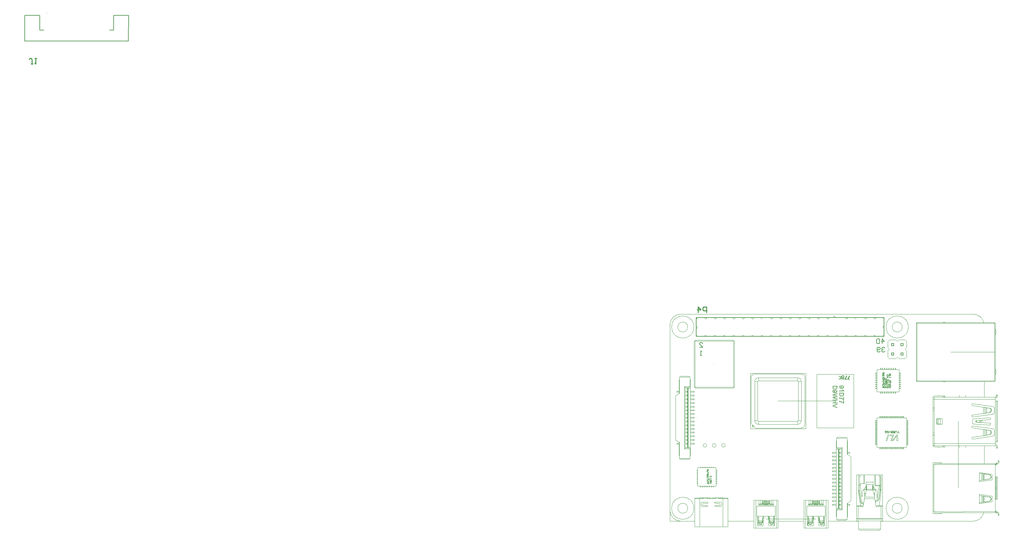
<source format=gbo>
G04*
G04 #@! TF.GenerationSoftware,Altium Limited,Altium Designer,22.11.1 (43)*
G04*
G04 Layer_Color=32896*
%FSLAX25Y25*%
%MOIN*%
G70*
G04*
G04 #@! TF.SameCoordinates,87513E5D-72A9-4567-85CC-5DF515F27F8F*
G04*
G04*
G04 #@! TF.FilePolarity,Positive*
G04*
G01*
G75*
%ADD11C,0.00787*%
%ADD14C,0.01000*%
%ADD15C,0.00800*%
%ADD46C,0.00394*%
%ADD47C,0.00004*%
D11*
X228677Y532244D02*
X233008D01*
X228677D02*
Y547992D01*
X212732D02*
X228677D01*
X212732Y520433D02*
Y547992D01*
Y520433D02*
X323165D01*
X323362Y547992D01*
X307417D02*
X323362D01*
X307417Y532244D02*
Y547992D01*
X303087Y532244D02*
X307417D01*
X1127598Y206142D02*
Y226142D01*
X927598Y206142D02*
Y226142D01*
X1127598D01*
X927598Y206142D02*
X1127598D01*
D14*
X938593Y231514D02*
Y237511D01*
X935594D01*
X934594Y236512D01*
Y234512D01*
X935594Y233513D01*
X938593D01*
X929596Y231514D02*
Y237511D01*
X932595Y234512D01*
X928596D01*
X221330Y496229D02*
X219331D01*
X220331D01*
Y501228D01*
X219331Y502227D01*
X218331D01*
X217331Y501228D01*
X223329Y502227D02*
X225329D01*
X224329D01*
Y496229D01*
X223329Y497229D01*
D15*
X1128594Y193678D02*
X1127761Y194511D01*
X1126095D01*
X1125262Y193678D01*
Y192845D01*
X1126095Y192012D01*
X1126928D01*
X1126095D01*
X1125262Y191179D01*
Y190346D01*
X1126095Y189513D01*
X1127761D01*
X1128594Y190346D01*
X1123596D02*
X1122763Y189513D01*
X1121097D01*
X1120264Y190346D01*
Y193678D01*
X1121097Y194511D01*
X1122763D01*
X1123596Y193678D01*
Y192845D01*
X1122763Y192012D01*
X1120264D01*
X1125595Y198512D02*
Y203511D01*
X1128094Y201012D01*
X1124762D01*
X1123096Y202678D02*
X1122263Y203511D01*
X1120597D01*
X1119764Y202678D01*
Y199346D01*
X1120597Y198512D01*
X1122263D01*
X1123096Y199346D01*
Y202678D01*
X931262Y194512D02*
X934595D01*
X931262Y197845D01*
Y198678D01*
X932095Y199511D01*
X933761D01*
X934595Y198678D01*
X933595Y186012D02*
X931928D01*
X932761D01*
Y191011D01*
X933595Y190178D01*
D46*
X236551Y549961D02*
G03*
X236551Y550354I0J197D01*
G01*
D02*
G03*
X236551Y549961I0J-197D01*
G01*
D47*
X1248032Y70276D02*
G03*
X1248340Y70315I-855J7914D01*
G01*
X1248640Y70378D02*
G03*
X1248925Y70487I-420J1521D01*
G01*
X1249898Y71636D02*
G03*
X1250000Y72244I-3785J949D01*
G01*
X1249789Y71351D02*
G03*
X1249898Y71636I-1412J704D01*
G01*
X1249627Y71088D02*
G03*
X1249789Y71351I-1434J1063D01*
G01*
X1249424Y70852D02*
G03*
X1249627Y71088I-1471J1475D01*
G01*
X1249188Y70648D02*
G03*
X1249424Y70852I-1239J1674D01*
G01*
X1248925Y70487D02*
G03*
X1249187Y70648I-800J1596D01*
G01*
X1248340Y70315D02*
G03*
X1248640Y70378I-373J2530D01*
G01*
X1247308Y69515D02*
G03*
X1247449Y69637I-743J1005D01*
G01*
X1246988Y70351D02*
G03*
X1247008Y70472I-757J190D01*
G01*
X1247449Y69637D02*
G03*
X1247572Y69779I-882J885D01*
G01*
X1247734Y70107D02*
G03*
X1247795Y70472I-2271J569D01*
G01*
X1247669Y69937D02*
G03*
X1247734Y70107I-847J422D01*
G01*
X1247572Y69779D02*
G03*
X1247669Y69937I-860J638D01*
G01*
X1246966Y70294D02*
G03*
X1246988Y70351I-282J141D01*
G01*
X1246933Y70241D02*
G03*
X1246966Y70294I-287J213D01*
G01*
X1246893Y70194D02*
G03*
X1246933Y70241I-294J295D01*
G01*
X1246846Y70153D02*
G03*
X1246893Y70194I-248J335D01*
G01*
X1246793Y70121D02*
G03*
X1246846Y70153I-160J319D01*
G01*
X1246736Y70099D02*
G03*
X1246793Y70121I-84J304D01*
G01*
X1246799Y69315D02*
G03*
X1246980Y69353I-224J1518D01*
G01*
X1247150Y69418D02*
G03*
X1247308Y69515I-480J957D01*
G01*
X1246980Y69353D02*
G03*
X1247150Y69418I-252J913D01*
G01*
X1248032Y71063D02*
G03*
X1248397Y71124I-204J2332D01*
G01*
X1249151Y71879D02*
G03*
X1249189Y72059I-1480J404D01*
G01*
Y72059D02*
G03*
X1249213Y72244I-4724J698D01*
G01*
X1248397Y71124D02*
G03*
X1248568Y71190I-252J913D01*
G01*
Y71190D02*
G03*
X1248725Y71287I-480J957D01*
G01*
D02*
G03*
X1248867Y71409I-743J1005D01*
G01*
D02*
G03*
X1248989Y71551I-882J885D01*
G01*
D02*
G03*
X1249086Y71708I-860J638D01*
G01*
D02*
G03*
X1249151Y71879I-847J422D01*
G01*
X1250000Y17520D02*
G03*
X1248032Y19488I-1969J0D01*
G01*
X1249213Y17520D02*
G03*
X1248032Y18701I-1181J0D01*
G01*
X1128623Y160452D02*
G03*
X1128687Y160335I712J314D01*
G01*
X1128581Y160576D02*
G03*
X1128623Y160452I777J195D01*
G01*
X1128537Y160840D02*
G03*
X1128581Y160576I2064J206D01*
G01*
X1128382Y161144D02*
G03*
X1128363Y161046I1859J-406D01*
G01*
X1128363D02*
G03*
X1128335Y160846I4907J-780D01*
G01*
X1128335D02*
G03*
X1128351Y160681I3810J279D01*
G01*
X1128532Y161499D02*
G03*
X1128439Y161330I717J-508D01*
G01*
X1128711Y161380D02*
G03*
X1128667Y161311I955J-657D01*
G01*
X1128667D02*
G03*
X1128629Y161239I752J-443D01*
G01*
Y161239D02*
G03*
X1128577Y161086I709J-329D01*
G01*
X1128577D02*
G03*
X1128560Y161005I1256J-298D01*
G01*
X1128560D02*
G03*
X1128548Y160923I2193J-374D01*
G01*
X1128439Y161330D02*
G03*
X1128406Y161239I905J-371D01*
G01*
X1128592Y161578D02*
G03*
X1128532Y161499I1140J-915D01*
G01*
X1128406Y161239D02*
G03*
X1128382Y161144I1249J-373D01*
G01*
X1128656Y161655D02*
G03*
X1128592Y161578I1910J-1661D01*
G01*
X1126428Y160679D02*
G03*
X1126630Y160645I346J1463D01*
G01*
X1126332Y160712D02*
G03*
X1126428Y160679I238J525D01*
G01*
X1126244Y160763D02*
G03*
X1126332Y160712I326J466D01*
G01*
X1126041Y160992D02*
G03*
X1126244Y160763I585J314D01*
G01*
X1126175Y161278D02*
G03*
X1126197Y161136I969J75D01*
G01*
X1126197D02*
G03*
X1126220Y161069I361J90D01*
G01*
X1126489Y160847D02*
G03*
X1126559Y160832I174J620D01*
G01*
X1126287Y161575D02*
G03*
X1126214Y161466I347J-310D01*
G01*
X1126214D02*
G03*
X1126181Y161343I346J-159D01*
G01*
X1126181D02*
G03*
X1126175Y161278I1494J-168D01*
G01*
X1126559Y160832D02*
G03*
X1126630Y160822I319J1944D01*
G01*
X1126257Y161008D02*
G03*
X1126489Y160847I353J262D01*
G01*
X1126220Y161069D02*
G03*
X1126257Y161008I336J159D01*
G01*
X1127178Y161333D02*
G03*
X1127073Y161433I-5082J-5197D01*
G01*
D02*
G03*
X1127019Y161482I-1988J-2126D01*
G01*
X1127015Y161702D02*
G03*
X1126947Y161752I-1073J-1365D01*
G01*
X1126574Y161705D02*
G03*
X1126446Y161681I91J-833D01*
G01*
X1126785Y161654D02*
G03*
X1126718Y161682I-177J-341D01*
G01*
X1126718D02*
G03*
X1126647Y161697I-140J-485D01*
G01*
X1126647D02*
G03*
X1126574Y161705I-216J-1564D01*
G01*
X1126724Y161858D02*
G03*
X1126558Y161882I-276J-1333D01*
G01*
X1126803Y161834D02*
G03*
X1126724Y161858I-192J-484D01*
G01*
X1126877Y161797D02*
G03*
X1126803Y161834I-295J-507D01*
G01*
X1126947Y161752D02*
G03*
X1126877Y161797I-530J-745D01*
G01*
X1126847Y161617D02*
G03*
X1126785Y161654I-357J-528D01*
G01*
X1126446Y161681D02*
G03*
X1126387Y161657I88J-301D01*
G01*
X1126387D02*
G03*
X1126334Y161621I158J-290D01*
G01*
X1126334Y161621D02*
G03*
X1126287Y161575I267J-323D01*
G01*
X1126558Y161882D02*
G03*
X1126466Y161872I170J-2033D01*
G01*
X1127019Y161482D02*
G03*
X1126964Y161529I-1387J-1560D01*
G01*
X1127079Y161649D02*
G03*
X1127015Y161702I-1559J-1853D01*
G01*
X1126964Y161529D02*
G03*
X1126907Y161574I-1046J-1262D01*
G01*
D02*
G03*
X1126847Y161617I-791J-1044D01*
G01*
X1127142Y161595D02*
G03*
X1127079Y161649I-2216J-2505D01*
G01*
X1126319Y163728D02*
G03*
X1126478Y163673I561J1385D01*
G01*
X1126245Y163766D02*
G03*
X1126319Y163728I301J500D01*
G01*
X1126116Y163874D02*
G03*
X1126245Y163766I425J377D01*
G01*
X1126293Y163965D02*
G03*
X1126334Y163931I286J307D01*
G01*
X1126334Y163931D02*
G03*
X1126380Y163902I349J489D01*
G01*
D02*
G03*
X1126429Y163875I523J895D01*
G01*
X1127734Y163929D02*
G03*
X1127772Y163990I-1706J1084D01*
G01*
X1127610Y163832D02*
G03*
X1127662Y163866I-189J344D01*
G01*
X1127733Y163691D02*
G03*
X1127944Y163887I-296J529D01*
G01*
X1127556Y163621D02*
G03*
X1127647Y163650I-244J917D01*
G01*
X1127462Y163774D02*
G03*
X1127523Y163794I-623J2013D01*
G01*
X1127523Y163794D02*
G03*
X1127553Y163805I-270J778D01*
G01*
X1127553Y163805D02*
G03*
X1127582Y163818I-209J536D01*
G01*
Y163818D02*
G03*
X1127610Y163832I-182J399D01*
G01*
X1127662Y163866D02*
G03*
X1127687Y163886I-388J503D01*
G01*
Y163886D02*
G03*
X1127711Y163907I-702J821D01*
G01*
X1127944Y163887D02*
G03*
X1127989Y163972I-449J292D01*
G01*
X1127462Y163598D02*
G03*
X1127556Y163621I-650J2817D01*
G01*
X1127647Y163650D02*
G03*
X1127733Y163691I-230J601D01*
G01*
X1126078Y161638D02*
G03*
X1126030Y161558I390J-286D01*
G01*
X1126139Y161709D02*
G03*
X1126078Y161638I412J-418D01*
G01*
X1126290Y161820D02*
G03*
X1126139Y161709I290J-552D01*
G01*
X1126466Y161872D02*
G03*
X1126290Y161820I56J-513D01*
G01*
X1128784Y152431D02*
G03*
X1128486Y152249I52J-420D01*
G01*
X1128874Y152443D02*
G03*
X1128784Y152431I176J-1731D01*
G01*
X1128877Y152266D02*
G03*
X1128765Y152244I38J-484D01*
G01*
X1128760Y161448D02*
G03*
X1128711Y161380I1338J-1022D01*
G01*
X1128866Y161579D02*
G03*
X1128760Y161448I3357J-2803D01*
G01*
X1128751Y159986D02*
G03*
X1128891Y159900I527J708D01*
G01*
X1128351Y160681D02*
G03*
X1128751Y159986I982J102D01*
G01*
X1128765Y152244D02*
G03*
X1128673Y152177I79J-204D01*
G01*
X1128604Y152024D02*
G03*
X1128595Y151967I620J-124D01*
G01*
X1128673Y152177D02*
G03*
X1128619Y152079I236J-196D01*
G01*
D02*
G03*
X1128604Y152024I405J-138D01*
G01*
X1128396Y151997D02*
G03*
X1128386Y151818I1687J-181D01*
G01*
X1128412Y152085D02*
G03*
X1128396Y151997I657J-170D01*
G01*
X1128442Y152170D02*
G03*
X1128412Y152085I520J-228D01*
G01*
X1128486Y152249D02*
G03*
X1128442Y152170I407J-277D01*
G01*
X1128595Y151967D02*
G03*
X1128591Y151909I1109J-118D01*
G01*
X1084505Y160428D02*
G03*
X1084797Y160605I-474J1111D01*
G01*
X1084180Y160348D02*
G03*
X1084505Y160428I-108J1134D01*
G01*
X1084437Y164427D02*
G03*
X1084035Y164471I-508J-2785D01*
G01*
X1083679Y160383D02*
G03*
X1084011Y160332I561J2562D01*
G01*
D02*
G03*
X1084180Y160348I-326J4458D01*
G01*
X1083521Y160434D02*
G03*
X1083679Y160383I391J934D01*
G01*
X1125973Y161287D02*
G03*
X1125984Y161185I2165J168D01*
G01*
X1126000Y161472D02*
G03*
X1125973Y161287I1219J-271D01*
G01*
X1126023Y164014D02*
G03*
X1126116Y163874I514J236D01*
G01*
X1125984Y161185D02*
G03*
X1126041Y160992I547J58D01*
G01*
X1126030Y161558D02*
G03*
X1126000Y161472I428J-198D01*
G01*
X1083607Y163998D02*
G03*
X1083477Y163937I295J-796D01*
G01*
X1083477D02*
G03*
X1083162Y163641I470J-814D01*
G01*
X1084965Y164152D02*
G03*
X1084805Y164276I-835J-911D01*
G01*
X1085218Y163835D02*
G03*
X1084965Y164152I-1100J-618D01*
G01*
X1084797Y160605D02*
G03*
X1084920Y160723I-678J835D01*
G01*
X1085089Y161011D02*
G03*
X1085165Y161342I-2090J653D01*
G01*
X1085020Y160859D02*
G03*
X1085089Y161011I-713J414D01*
G01*
X1084920Y160723D02*
G03*
X1085020Y160859I-644J576D01*
G01*
X1085013Y163268D02*
G03*
X1084951Y163543I-1690J-238D01*
G01*
X1084956Y162980D02*
G03*
X1084992Y163120I-803J283D01*
G01*
X1085341Y163456D02*
G03*
X1085218Y163835I-1089J-144D01*
G01*
X1084992Y163120D02*
G03*
X1085013Y163268I-2666J453D01*
G01*
X1085146Y161450D02*
G03*
X1085123Y161556I-2025J-375D01*
G01*
X1085328Y162977D02*
G03*
X1085367Y163256I-2263J458D01*
G01*
X1085287Y162844D02*
G03*
X1085328Y162977I-840J326D01*
G01*
X1085226Y162717D02*
G03*
X1085287Y162844I-770J454D01*
G01*
X1085051Y162497D02*
G03*
X1085226Y162717I-721J752D01*
G01*
X1084945Y162405D02*
G03*
X1085051Y162497I-809J1043D01*
G01*
X1085123Y161556D02*
G03*
X1085094Y161658I-1118J-268D01*
G01*
X1085001Y161839D02*
G03*
X1084935Y161917I-594J-439D01*
G01*
X1085094Y161658D02*
G03*
X1085001Y161839I-624J-204D01*
G01*
X1085367Y163256D02*
G03*
X1085341Y163456I-4311J-453D01*
G01*
X1084313Y164029D02*
G03*
X1084173Y164051I-428J-2265D01*
G01*
X1084579Y163946D02*
G03*
X1084449Y163996I-397J-840D01*
G01*
D02*
G03*
X1084313Y164029I-382J-1272D01*
G01*
X1084951Y163543D02*
G03*
X1084892Y163668I-616J-210D01*
G01*
D02*
G03*
X1084807Y163780I-571J-349D01*
G01*
X1084807D02*
G03*
X1084579Y163946I-560J-533D01*
G01*
X1084805Y164276D02*
G03*
X1084627Y164370I-587J-900D01*
G01*
X1084173Y164051D02*
G03*
X1084031Y164067I-890J-7055D01*
G01*
X1083799Y164454D02*
G03*
X1083684Y164438I167J-1585D01*
G01*
X1084627Y164370D02*
G03*
X1084437Y164427I-404J-1001D01*
G01*
X1084031Y164067D02*
G03*
X1083744Y164036I102J-2281D01*
G01*
X1083744Y164036D02*
G03*
X1083607Y163998I164J-865D01*
G01*
X1084935Y161917D02*
G03*
X1084858Y161988I-729J-714D01*
G01*
X1084345Y161936D02*
G03*
X1084129Y161988I-282J-692D01*
G01*
X1084773Y162054D02*
G03*
X1084590Y162177I-2428J-3416D01*
G01*
X1084858Y161988D02*
G03*
X1084773Y162054I-989J-1189D01*
G01*
X1084712Y162249D02*
G03*
X1084831Y162324I-1629J2719D01*
G01*
X1084016Y161998D02*
G03*
X1083795Y161966I165J-1910D01*
G01*
Y161966D02*
G03*
X1083689Y161934I161J-728D01*
G01*
X1083689Y161934D02*
G03*
X1083497Y161822I266J-678D01*
G01*
X1084702Y161665D02*
G03*
X1084630Y161750I-459J-314D01*
G01*
D02*
G03*
X1084542Y161823I-549J-565D01*
G01*
X1084542D02*
G03*
X1084345Y161936I-585J-797D01*
G01*
X1084129Y161988D02*
G03*
X1084016Y161998I-305J-2917D01*
G01*
X1083268Y164260D02*
G03*
X1083173Y164190I1183J-1708D01*
G01*
Y164191D02*
G03*
X1082990Y164039I3384J-4290D01*
G01*
X1083365Y164322D02*
G03*
X1083268Y164260I708J-1223D01*
G01*
X1083467Y164373D02*
G03*
X1083365Y164322I426J-962D01*
G01*
X1083684Y164438D02*
G03*
X1083467Y164373I160J-934D01*
G01*
X1083916Y164464D02*
G03*
X1083799Y164454I174J-2772D01*
G01*
X1082937Y163966D02*
G03*
X1082887Y163893I2056J-1466D01*
G01*
X1084831Y162324D02*
G03*
X1084945Y162405I-1028J1555D01*
G01*
X1083868Y162413D02*
G03*
X1084008Y162401I369J3518D01*
G01*
X1084890Y162850D02*
G03*
X1084956Y162980I-520J344D01*
G01*
X1084008Y162401D02*
G03*
X1084300Y162439I-145J2288D01*
G01*
X1084300D02*
G03*
X1084439Y162481I-182J858D01*
G01*
D02*
G03*
X1084569Y162546I-324J810D01*
G01*
D02*
G03*
X1084690Y162632I-536J879D01*
G01*
X1084690D02*
G03*
X1084890Y162850I-641J790D01*
G01*
X1083920Y160746D02*
G03*
X1084031Y160736I581J5555D01*
G01*
X1084636Y160957D02*
G03*
X1084711Y161039I-417J451D01*
G01*
X1084550Y160886D02*
G03*
X1084636Y160957I-489J688D01*
G01*
X1083420Y160946D02*
G03*
X1083602Y160821I429J430D01*
G01*
Y160821D02*
G03*
X1083704Y160785I296J667D01*
G01*
D02*
G03*
X1083810Y160761I278J1006D01*
G01*
Y160761D02*
G03*
X1083920Y160746I298J1787D01*
G01*
X1084752Y161567D02*
G03*
X1084702Y161665I-467J-181D01*
G01*
X1084031Y160736D02*
G03*
X1084249Y160759I-96J1946D01*
G01*
Y160759D02*
G03*
X1084355Y160786I-133J742D01*
G01*
D02*
G03*
X1084550Y160886I-244J713D01*
G01*
X1084811Y161348D02*
G03*
X1084752Y161567I-1335J-242D01*
G01*
X1084711Y161039D02*
G03*
X1084764Y161133I-341J256D01*
G01*
X1084764Y161133D02*
G03*
X1084794Y161238I-537J211D01*
G01*
X1084794D02*
G03*
X1084811Y161348I-1820J343D01*
G01*
X1082887Y163893D02*
G03*
X1082840Y163818I1227J-811D01*
G01*
D02*
G03*
X1082767Y163660I772J-453D01*
G01*
X1082711Y163402D02*
G03*
X1082691Y163223I4900J-618D01*
G01*
X1082691D02*
G03*
X1082704Y163087I3551J247D01*
G01*
X1083599Y162480D02*
G03*
X1083868Y162413I348J830D01*
G01*
X1083252Y162721D02*
G03*
X1083357Y162625I679J638D01*
G01*
Y162625D02*
G03*
X1083599Y162480I681J859D01*
G01*
X1082909Y162591D02*
G03*
X1083001Y162494I839J701D01*
G01*
X1082767Y163660D02*
G03*
X1082743Y163576I944J-324D01*
G01*
X1083162Y163641D02*
G03*
X1083099Y163513I529J-338D01*
G01*
X1083065Y163374D02*
G03*
X1083045Y163230I2692J-446D01*
G01*
X1083045Y163230D02*
G03*
X1083109Y162956I1717J256D01*
G01*
X1083109D02*
G03*
X1083167Y162831I610J211D01*
G01*
D02*
G03*
X1083252Y162721I593J368D01*
G01*
X1083099Y163513D02*
G03*
X1083065Y163374I819J-279D01*
G01*
X1082724Y163490D02*
G03*
X1082711Y163402I1880J-336D01*
G01*
X1082743Y163576D02*
G03*
X1082724Y163490I1281J-318D01*
G01*
X1083105Y162406D02*
G03*
X1083216Y162325I1281J1658D01*
G01*
X1082704Y163087D02*
G03*
X1082768Y162823I923J86D01*
G01*
Y162823D02*
G03*
X1082909Y162591I838J350D01*
G01*
X1083001Y162494D02*
G03*
X1083105Y162406I983J1051D01*
G01*
X1083277Y162060D02*
G03*
X1083194Y161996I824J-1151D01*
G01*
X1082893Y161353D02*
G03*
X1082917Y161186I3476J401D01*
G01*
X1082920Y161562D02*
G03*
X1082893Y161353I1772J-334D01*
G01*
X1082948Y161662D02*
G03*
X1082920Y161562I664J-242D01*
G01*
X1082992Y161757D02*
G03*
X1082948Y161662I607J-336D01*
G01*
X1083117Y161926D02*
G03*
X1082992Y161757I569J-554D01*
G01*
X1083194Y161996D02*
G03*
X1083117Y161926I641J-769D01*
G01*
X1083266Y161451D02*
G03*
X1083247Y161340I2206J-440D01*
G01*
X1083364Y162120D02*
G03*
X1083277Y162060I1313J-2015D01*
G01*
X1083374Y160512D02*
G03*
X1083521Y160434I533J828D01*
G01*
X1083024Y160873D02*
G03*
X1083374Y160512I946J565D01*
G01*
X1083303Y161127D02*
G03*
X1083351Y161031I482J182D01*
G01*
X1083247Y161340D02*
G03*
X1083303Y161127I1325J235D01*
G01*
X1083216Y162325D02*
G03*
X1083453Y162177I3037J4576D01*
G01*
X1082917Y161186D02*
G03*
X1083024Y160873I878J126D01*
G01*
X1083351Y161031D02*
G03*
X1083420Y160946I443J290D01*
G01*
X1083497Y161822D02*
G03*
X1083346Y161656I442J-556D01*
G01*
X1083346Y161656D02*
G03*
X1083266Y161451I482J-305D01*
G01*
X1039606Y158268D02*
G03*
X1035669Y162205I-3937J0D01*
G01*
X990000Y166142D02*
G03*
X986063Y162205I0J-3937D01*
G01*
X993937D02*
G03*
X990000Y158268I0J-3937D01*
G01*
X1043544Y162205D02*
G03*
X1039606Y166142I-3937J0D01*
G01*
X946902Y176772D02*
G03*
X946902Y176772I-13J0D01*
G01*
X1127035Y164402D02*
G03*
X1127021Y164321I879J-191D01*
G01*
X1127497Y164748D02*
G03*
X1127424Y164759I-222J-1297D01*
G01*
X1127198Y164677D02*
G03*
X1127057Y164479I280J-348D01*
G01*
X1127123Y164857D02*
G03*
X1127058Y164818I1139J-1938D01*
G01*
X1127155Y164876D02*
G03*
X1127123Y164857I407J-773D01*
G01*
X1127057Y164479D02*
G03*
X1127035Y164402I572J-207D01*
G01*
X1127425Y164759D02*
G03*
X1127198Y164677I-1J-352D01*
G01*
X1127037Y164800D02*
G03*
X1127016Y164782I700J-812D01*
G01*
X1127189Y164892D02*
G03*
X1127156Y164876I249J-554D01*
G01*
X1127223Y164906D02*
G03*
X1127189Y164892I155J-434D01*
G01*
X1127295Y164924D02*
G03*
X1127223Y164906I65J-408D01*
G01*
X1127332Y164929D02*
G03*
X1127295Y164924I73J-671D01*
G01*
X1127611Y164895D02*
G03*
X1127407Y164935I-375J-1373D01*
G01*
X1127706Y164858D02*
G03*
X1127611Y164895I-248J-484D01*
G01*
X1127370Y164933D02*
G03*
X1127332Y164929I88J-1150D01*
G01*
X1126024Y165765D02*
G03*
X1126024Y165675I8799J-47D01*
G01*
X1126026Y165855D02*
G03*
X1126024Y165810I2500J-94D01*
G01*
X1126028Y165900D02*
G03*
X1126026Y165855I1938J-118D01*
G01*
X1128034Y164358D02*
G03*
X1127869Y164730I-627J-55D01*
G01*
X1127566Y164730D02*
G03*
X1127497Y164748I-139J-391D01*
G01*
X1127841Y164258D02*
G03*
X1127825Y164402I-1176J-54D01*
G01*
X1127825D02*
G03*
X1127807Y164471I-446J-84D01*
G01*
X1127806D02*
G03*
X1127776Y164536I-412J-150D01*
G01*
Y164536D02*
G03*
X1127630Y164698I-427J-240D01*
G01*
X1127630D02*
G03*
X1127566Y164730I-169J-251D01*
G01*
X1128018Y164063D02*
G03*
X1128043Y164254I-1386J280D01*
G01*
X1127793Y164801D02*
G03*
X1127706Y164858I-340J-428D01*
G01*
X1127837Y164187D02*
G03*
X1127839Y164222I-1034J91D01*
G01*
X1127989Y163972D02*
G03*
X1128018Y164063I-505J209D01*
G01*
X1127869Y164730D02*
G03*
X1127793Y164801I-466J-422D01*
G01*
X1128043Y164254D02*
G03*
X1128034Y164358I-2548J-176D01*
G01*
X1127016Y164782D02*
G03*
X1126996Y164763I426J-469D01*
G01*
X1126996D02*
G03*
X1126960Y164722I276J-281D01*
G01*
X1126944Y164700D02*
G03*
X1126930Y164677I476J-319D01*
G01*
X1126859Y164643D02*
G03*
X1126828Y164680I-868J-699D01*
G01*
X1127051Y166107D02*
G03*
X1127030Y166173I-1850J-560D01*
G01*
X1126689Y166484D02*
G03*
X1126552Y166500I-194J-1097D01*
G01*
X1126834Y166151D02*
G03*
X1126797Y166209I-304J-154D01*
G01*
X1126860Y166088D02*
G03*
X1126834Y166151I-374J-113D01*
G01*
X1126797Y166209D02*
G03*
X1126748Y166258I-229J-182D01*
G01*
D02*
G03*
X1126622Y166312I-174J-236D01*
G01*
Y166311D02*
G03*
X1126553Y166323I-248J-1234D01*
G01*
D02*
G03*
X1126421Y166293I72J-605D01*
G01*
D02*
G03*
X1126314Y166213I103J-251D01*
G01*
X1126755Y166466D02*
G03*
X1126689Y166484I-149J-407D01*
G01*
X1126818Y166437D02*
G03*
X1126755Y166466I-208J-363D01*
G01*
X1126552Y166500D02*
G03*
X1126484Y166495I101J-1909D01*
G01*
X1126610Y164624D02*
G03*
X1126484Y164658I-130J-231D01*
G01*
X1126581Y164824D02*
G03*
X1126485Y164834I-153J-1016D01*
G01*
X1126629Y164814D02*
G03*
X1126581Y164824I-113J-393D01*
G01*
X1126794Y164716D02*
G03*
X1126629Y164814I-275J-274D01*
G01*
X1126400Y164822D02*
G03*
X1126241Y164766I65J-434D01*
G01*
X1126485Y164834D02*
G03*
X1126400Y164822I207J-1721D01*
G01*
X1126484Y164658D02*
G03*
X1126376Y164630I103J-635D01*
G01*
Y164630D02*
G03*
X1126328Y164606I85J-226D01*
G01*
X1126662Y164583D02*
G03*
X1126610Y164624I-199J-201D01*
G01*
X1126705Y164532D02*
G03*
X1126662Y164583I-287J-197D01*
G01*
X1126328Y164606D02*
G03*
X1126285Y164570I143J-212D01*
G01*
X1126188Y164153D02*
G03*
X1126203Y164101I353J70D01*
G01*
X1126191Y164372D02*
G03*
X1126182Y164317I981J-191D01*
G01*
X1125998Y164428D02*
G03*
X1125973Y164260I1368J-289D01*
G01*
X1126023Y164509D02*
G03*
X1125998Y164428I504J-201D01*
G01*
X1126112Y164654D02*
G03*
X1126023Y164509I409J-349D01*
G01*
X1126241Y164766D02*
G03*
X1126112Y164654I279J-454D01*
G01*
X1125981Y164175D02*
G03*
X1126023Y164014I516J49D01*
G01*
X1125973Y164260D02*
G03*
X1125981Y164175I2017J143D01*
G01*
X1126175Y164262D02*
G03*
X1126188Y164153I911J54D01*
G01*
X1126203Y164101D02*
G03*
X1126293Y163965I331J122D01*
G01*
X1126285Y164570D02*
G03*
X1126250Y164526I226J-216D01*
G01*
X1126250Y164526D02*
G03*
X1126204Y164426I311J-203D01*
G01*
D02*
G03*
X1126192Y164372I560J-165D01*
G01*
X1126182Y164317D02*
G03*
X1126175Y164262I3027J-417D01*
G01*
X1126227Y165965D02*
G03*
X1126225Y165896I1216J-73D01*
G01*
X1126314Y166213D02*
G03*
X1126250Y166097I255J-215D01*
G01*
X1126250D02*
G03*
X1126235Y166032I436J-137D01*
G01*
X1126235Y166032D02*
G03*
X1126227Y165965I675J-108D01*
G01*
X1126225Y165896D02*
G03*
X1126226Y165825I3801J-13D01*
G01*
X1126036Y165989D02*
G03*
X1126028Y165900I1731J-197D01*
G01*
X1127833Y164152D02*
G03*
X1127837Y164187I-599J88D01*
G01*
X1127804Y164052D02*
G03*
X1127816Y164084I-376J166D01*
G01*
D02*
G03*
X1127833Y164152I-350J119D01*
G01*
X1127772Y163990D02*
G03*
X1127789Y164021I-677J393D01*
G01*
Y164021D02*
G03*
X1127804Y164052I-481J251D01*
G01*
X1126738Y164475D02*
G03*
X1126705Y164532I-384J-184D01*
G01*
X1126762Y164414D02*
G03*
X1126738Y164475I-480J-158D01*
G01*
X1126780Y164351D02*
G03*
X1126762Y164414I-634J-139D01*
G01*
X1126916Y164653D02*
G03*
X1126890Y164604I1814J-1005D01*
G01*
X1126791Y164286D02*
G03*
X1126780Y164351I-921J-134D01*
G01*
X1127021Y164321D02*
G03*
X1127013Y164237I1574J-195D01*
G01*
X1126806Y164153D02*
G03*
X1126791Y164286I-2405J-198D01*
G01*
X1126828Y164680D02*
G03*
X1126794Y164716I-490J-432D01*
G01*
X1126960Y164722D02*
G03*
X1126944Y164700I349J-267D01*
G01*
X1126930Y164677D02*
G03*
X1126916Y164653I698J-421D01*
G01*
X1126886Y165810D02*
G03*
X1126883Y165953I-2027J24D01*
G01*
X1126883Y165953D02*
G03*
X1126875Y166022I-752J-51D01*
G01*
D02*
G03*
X1126860Y166088I-502J-81D01*
G01*
X1127078Y165857D02*
G03*
X1127074Y165907I-2477J-171D01*
G01*
X1127083Y165757D02*
G03*
X1127078Y165857I-2232J-51D01*
G01*
X1126105Y166249D02*
G03*
X1126053Y166123I1009J-484D01*
G01*
X1127030Y166173D02*
G03*
X1126818Y166437I-444J-140D01*
G01*
X1126139Y166306D02*
G03*
X1126105Y166249I355J-252D01*
G01*
X1126183Y166358D02*
G03*
X1126139Y166306I300J-298D01*
G01*
X1126484Y166495D02*
G03*
X1126183Y166358I32J-468D01*
G01*
X1246103Y140354D02*
G03*
X1246472Y140402I-1027J9496D01*
G01*
X1247773Y141046D02*
G03*
X1248017Y141329I-1765J1770D01*
G01*
X1248017D02*
G03*
X1248211Y141645I-1721J1275D01*
G01*
X1248342Y141986D02*
G03*
X1248465Y142717I-4542J1139D01*
G01*
X1248211Y141645D02*
G03*
X1248342Y141986I-1694J845D01*
G01*
X1247490Y140802D02*
G03*
X1247773Y141046I-1487J2009D01*
G01*
X1247174Y140608D02*
G03*
X1247490Y140802I-960J1915D01*
G01*
X1246833Y140477D02*
G03*
X1247174Y140608I-503J1825D01*
G01*
X1246472Y140402D02*
G03*
X1246833Y140477I-447J3036D01*
G01*
X1246103Y141535D02*
G03*
X1247284Y142717I0J1181D01*
G01*
X1244069Y131363D02*
G03*
X1243905Y131406I-1280J-4570D01*
G01*
X1244228Y131309D02*
G03*
X1244069Y131363I-572J-1423D01*
G01*
X1244377Y131233D02*
G03*
X1244228Y131309I-505J-804D01*
G01*
X1244816Y130728D02*
G03*
X1244735Y130875I-975J-439D01*
G01*
X1244735Y130875D02*
G03*
X1244632Y131011I-1045J-686D01*
G01*
Y131011D02*
G03*
X1244512Y131132I-945J-819D01*
G01*
X1244512D02*
G03*
X1244377Y131233I-706J-803D01*
G01*
X1244632Y107389D02*
G03*
X1244512Y107510I-945J-819D01*
G01*
X1244870Y100926D02*
G03*
X1244902Y101091I-1489J369D01*
G01*
X1244902Y101091D02*
G03*
X1244921Y101260I-4704J632D01*
G01*
Y106614D02*
G03*
X1244870Y106948I-2327J-185D01*
G01*
D02*
G03*
X1244816Y107106I-921J-230D01*
G01*
Y107106D02*
G03*
X1244735Y107253I-975J-439D01*
G01*
X1244735Y107253D02*
G03*
X1244632Y107389I-1045J-686D01*
G01*
X1244512Y107510D02*
G03*
X1244377Y107611I-706J-803D01*
G01*
D02*
G03*
X1244228Y107687I-505J-804D01*
G01*
D02*
G03*
X1244069Y107741I-572J-1423D01*
G01*
D02*
G03*
X1243905Y107784I-1280J-4570D01*
G01*
X1243905Y123712D02*
G03*
X1244228Y123809I-507J2279D01*
G01*
X1244228Y123809D02*
G03*
X1244377Y123885I-356J880D01*
G01*
Y123885D02*
G03*
X1244512Y123986I-570J904D01*
G01*
X1244512Y123986D02*
G03*
X1244632Y124107I-825J940D01*
G01*
D02*
G03*
X1244735Y124243I-942J822D01*
G01*
X1240318Y112008D02*
G03*
X1240421Y113974I52J983D01*
G01*
X1221890Y114094D02*
G03*
X1221947Y113741I2330J197D01*
G01*
Y113741D02*
G03*
X1222009Y113575I916J244D01*
G01*
X1222009Y113575D02*
G03*
X1222099Y113421I964J465D01*
G01*
Y113421D02*
G03*
X1222214Y113281I1020J722D01*
G01*
X1222214D02*
G03*
X1222348Y113159I908J859D01*
G01*
X1222348D02*
G03*
X1222497Y113061I664J840D01*
G01*
D02*
G03*
X1222659Y112991I454J832D01*
G01*
X1222659D02*
G03*
X1222832Y112946I468J1461D01*
G01*
X1222832D02*
G03*
X1223009Y112915I919J4675D01*
G01*
X1243905Y100090D02*
G03*
X1244228Y100187I-507J2279D01*
G01*
X1244228Y100187D02*
G03*
X1244377Y100263I-356J880D01*
G01*
D02*
G03*
X1244512Y100364I-570J904D01*
G01*
X1244512D02*
G03*
X1244632Y100485I-825J940D01*
G01*
D02*
G03*
X1244735Y100621I-942J822D01*
G01*
X1244735Y100621D02*
G03*
X1244816Y100768I-893J587D01*
G01*
Y100768D02*
G03*
X1244870Y100926I-866J388D01*
G01*
X1240421Y117522D02*
G03*
X1240318Y119488I-52J983D01*
G01*
X1223009Y118581D02*
G03*
X1222659Y118505I319J-2317D01*
G01*
X1222659D02*
G03*
X1222497Y118435I291J-902D01*
G01*
D02*
G03*
X1222348Y118336I515J-938D01*
G01*
X1222348D02*
G03*
X1222214Y118215I775J-981D01*
G01*
X1222214D02*
G03*
X1222099Y118075I905J-862D01*
G01*
D02*
G03*
X1222009Y117921I873J-619D01*
G01*
X1222009Y117921D02*
G03*
X1221947Y117755I854J-410D01*
G01*
D02*
G03*
X1221912Y117580I1484J-391D01*
G01*
D02*
G03*
X1221890Y117402I4717J-673D01*
G01*
X1221979Y98997D02*
G03*
X1222253Y97047I137J-975D01*
G01*
X1189356Y118867D02*
G03*
X1189266Y118886I-202J-740D01*
G01*
X1189441Y118834D02*
G03*
X1189356Y118867I-211J-424D01*
G01*
X1189591Y118725D02*
G03*
X1189520Y118786I-442J-441D01*
G01*
X1189520D02*
G03*
X1189441Y118834I-319J-430D01*
G01*
X1189266Y118886D02*
G03*
X1189173Y118898I-349J-2362D01*
G01*
X1184449D02*
G03*
X1184266Y118867I102J-1166D01*
G01*
D02*
G03*
X1184181Y118834I126J-456D01*
G01*
D02*
G03*
X1184102Y118786I240J-479D01*
G01*
X1184102D02*
G03*
X1184031Y118725I372J-502D01*
G01*
D02*
G03*
X1183970Y118654I441J-442D01*
G01*
D02*
G03*
X1183922Y118575I430J-319D01*
G01*
X1245315Y158268D02*
G03*
X1246103Y159055I0J787D01*
G01*
Y220079D02*
G03*
X1245315Y220866I-787J0D01*
G01*
X1246103Y206897D02*
G03*
X1246103Y214521I-6890J3812D01*
G01*
X1198871Y189567D02*
G03*
X1198871Y189567I-13J0D01*
G01*
X1162835Y220866D02*
G03*
X1162047Y220079I0J-787D01*
G01*
X1246103Y164613D02*
G03*
X1246103Y172237I-6890J3812D01*
G01*
X1183889Y118490D02*
G03*
X1183870Y118400I740J-202D01*
G01*
X1183922Y118575D02*
G03*
X1183889Y118490I424J-211D01*
G01*
X1183870Y118400D02*
G03*
X1183858Y118307I2362J-349D01*
G01*
Y113189D02*
G03*
X1183889Y113006I1166J102D01*
G01*
D02*
G03*
X1183922Y112921I456J126D01*
G01*
D02*
G03*
X1183970Y112842I479J240D01*
G01*
Y112842D02*
G03*
X1184031Y112771I502J372D01*
G01*
D02*
G03*
X1184102Y112710I442J441D01*
G01*
X1184266Y112629D02*
G03*
X1184356Y112610I202J740D01*
G01*
X1184181Y112662D02*
G03*
X1184266Y112629I211J424D01*
G01*
X1184102Y112710D02*
G03*
X1184181Y112662I319J430D01*
G01*
X1184356Y112610D02*
G03*
X1184449Y112598I349J2362D01*
G01*
X1189701Y118575D02*
G03*
X1189652Y118654I-479J-240D01*
G01*
X1189173Y112598D02*
G03*
X1189356Y112629I-102J1166D01*
G01*
D02*
G03*
X1189441Y112662I-126J456D01*
G01*
D02*
G03*
X1189520Y112710I-240J479D01*
G01*
X1189520D02*
G03*
X1189591Y112771I-372J502D01*
G01*
D02*
G03*
X1189652Y112842I-441J442D01*
G01*
X1189733Y113006D02*
G03*
X1189752Y113096I-740J202D01*
G01*
X1189701Y112921D02*
G03*
X1189733Y113006I-424J211D01*
G01*
X1189652Y112842D02*
G03*
X1189701Y112921I-430J319D01*
G01*
X1189752Y113096D02*
G03*
X1189764Y113189I-2362J349D01*
G01*
Y118307D02*
G03*
X1189733Y118490I-1166J-102D01*
G01*
Y118490D02*
G03*
X1189701Y118575I-456J-126D01*
G01*
X1189652Y118654D02*
G03*
X1189591Y118725I-502J-372D01*
G01*
X1206745Y115748D02*
G03*
X1206745Y115748I-13J0D01*
G01*
X1222253Y110827D02*
G03*
X1221979Y108877I-137J-975D01*
G01*
X1222253Y134449D02*
G03*
X1221979Y132499I-137J-975D01*
G01*
Y122619D02*
G03*
X1222253Y120669I137J-975D01*
G01*
X1138543Y104285D02*
G03*
X1138685Y104196I1822J2746D01*
G01*
X1138359Y104445D02*
G03*
X1138414Y104386I504J420D01*
G01*
X1138240Y104931D02*
G03*
X1138229Y104824I2940J-371D01*
G01*
X1137681Y105404D02*
G03*
X1137227Y105572I-445J-502D01*
G01*
X1138274Y104584D02*
G03*
X1138359Y104445I503J210D01*
G01*
X1138248Y104984D02*
G03*
X1138240Y104931I1128J-201D01*
G01*
X1138259Y105035D02*
G03*
X1138248Y104984I769J-191D01*
G01*
X1138274Y105086D02*
G03*
X1138259Y105035I566J-194D01*
G01*
X1138476Y104333D02*
G03*
X1138543Y104285I769J995D01*
G01*
X1138414Y104386D02*
G03*
X1138476Y104333I590J630D01*
G01*
X1138773Y104378D02*
G03*
X1138934Y104338I209J498D01*
G01*
X1138441Y104828D02*
G03*
X1138479Y104663I1030J154D01*
G01*
X1138479D02*
G03*
X1138514Y104588I366J127D01*
G01*
X1138514D02*
G03*
X1138565Y104522I356J221D01*
G01*
X1138565D02*
G03*
X1138628Y104465I407J383D01*
G01*
D02*
G03*
X1138773Y104378I409J516D01*
G01*
X1138934Y104338D02*
G03*
X1139018Y104331I222J2111D01*
G01*
X1135536Y103985D02*
G03*
X1135564Y103991I-212J1009D01*
G01*
X1135509Y103980D02*
G03*
X1135536Y103985I-136J787D01*
G01*
X1135453Y103973D02*
G03*
X1135509Y103980I-65J714D01*
G01*
X1135425Y103970D02*
G03*
X1135453Y103973I-78J1133D01*
G01*
X1134837Y104731D02*
G03*
X1134864Y104559I1089J86D01*
G01*
X1134864Y104559D02*
G03*
X1134895Y104479I399J106D01*
G01*
D02*
G03*
X1134942Y104406I374J193D01*
G01*
Y104406D02*
G03*
X1135003Y104343I381J308D01*
G01*
Y104343D02*
G03*
X1135320Y104216I348J407D01*
G01*
X1135130Y104005D02*
G03*
X1135368Y103967I366J1544D01*
G01*
X1135879Y103937D02*
G03*
X1135879Y103937I-13J0D01*
G01*
X1135406Y104209D02*
G03*
X1135513Y104221I-577J5775D01*
G01*
X1135513Y104221D02*
G03*
X1135567Y104228I-277J2286D01*
G01*
D02*
G03*
X1135620Y104237I-234J1615D01*
G01*
Y104237D02*
G03*
X1135672Y104247I-222J1241D01*
G01*
X1135672D02*
G03*
X1135775Y104276I-249J1106D01*
G01*
X1135775D02*
G03*
X1135826Y104293I-555J1716D01*
G01*
X1135564Y103991D02*
G03*
X1135592Y103998I-337J1412D01*
G01*
X1135320Y104216D02*
G03*
X1135406Y104209I207J2300D01*
G01*
X1136907Y105498D02*
G03*
X1136769Y105404I328J-633D01*
G01*
D02*
G03*
X1136565Y105143I581J-666D01*
G01*
X1136630Y104512D02*
G03*
X1136627Y104452I2119J-147D01*
G01*
X1136623Y104331D02*
G03*
X1136639Y104069I4508J138D01*
G01*
X1136810Y105109D02*
G03*
X1136774Y105050I663J-439D01*
G01*
X1136900Y105213D02*
G03*
X1136810Y105109I326J-375D01*
G01*
X1136774Y105050D02*
G03*
X1136743Y104988I1199J-652D01*
G01*
X1139117Y105320D02*
G03*
X1139032Y105330I-534J-4233D01*
G01*
X1139355Y104417D02*
G03*
X1139428Y104469I-322J527D01*
G01*
X1139032Y105330D02*
G03*
X1138860Y105311I61J-1369D01*
G01*
X1139428Y104469D02*
G03*
X1139548Y104600I-384J474D01*
G01*
X1139440Y103513D02*
G03*
X1139472Y103570I-204J154D01*
G01*
X1139395Y103464D02*
G03*
X1139440Y103513I-250J271D01*
G01*
X1138965Y103338D02*
G03*
X1139032Y103331I348J3333D01*
G01*
X1137545Y103165D02*
G03*
X1137793Y103379I-350J657D01*
G01*
X1137998Y103995D02*
G03*
X1138017Y104332I-5261J452D01*
G01*
X1137976Y103831D02*
G03*
X1137998Y103995I-1965J351D01*
G01*
X1137938Y103672D02*
G03*
X1137976Y103831I-1308J399D01*
G01*
X1137878Y103520D02*
G03*
X1137938Y103672I-951J460D01*
G01*
X1137793Y103379D02*
G03*
X1137878Y103520I-714J528D01*
G01*
X1137220Y103331D02*
G03*
X1137569Y103478I-0J489D01*
G01*
D02*
G03*
X1137651Y103579I-455J458D01*
G01*
X1137651Y103579D02*
G03*
X1137714Y103693I-628J418D01*
G01*
D02*
G03*
X1137756Y103813I-789J347D01*
G01*
X1137756Y103813D02*
G03*
X1137782Y103939I-1071J291D01*
G01*
X1137797Y104067D02*
G03*
X1137803Y104199I-2778J192D01*
G01*
X1137782Y103939D02*
G03*
X1137797Y104067I-1590J239D01*
G01*
X1136565Y105143D02*
G03*
X1136501Y104993I911J-473D01*
G01*
X1136434Y104670D02*
G03*
X1136411Y104332I5100J-515D01*
G01*
X1136459Y104834D02*
G03*
X1136434Y104670I1897J-375D01*
G01*
X1136501Y104993D02*
G03*
X1136459Y104834I1258J-415D01*
G01*
X1136713Y104924D02*
G03*
X1136681Y104808I6579J-1839D01*
G01*
D02*
G03*
X1136667Y104749I2626J-678D01*
G01*
X1136667D02*
G03*
X1136654Y104690I1873J-439D01*
G01*
D02*
G03*
X1136643Y104631I1457J-294D01*
G01*
D02*
G03*
X1136630Y104512I1320J-208D01*
G01*
X1137083Y105308D02*
G03*
X1137018Y105286I106J-434D01*
G01*
X1137569Y105182D02*
G03*
X1137466Y105262I-380J-383D01*
G01*
X1137018Y105286D02*
G03*
X1136900Y105213I175J-412D01*
G01*
X1137220Y105330D02*
G03*
X1137083Y105308I116J-1130D01*
G01*
X1137466Y105262D02*
G03*
X1137220Y105330I-262J-470D01*
G01*
X1136502Y103670D02*
G03*
X1136654Y103379I932J301D01*
G01*
X1136460Y103829D02*
G03*
X1136502Y103670I1321J261D01*
G01*
X1136435Y103993D02*
G03*
X1136460Y103829I1949J216D01*
G01*
X1136421Y104162D02*
G03*
X1136435Y103993I3406J209D01*
G01*
X1136639Y104069D02*
G03*
X1136656Y103941I1726J166D01*
G01*
X1136656D02*
G03*
X1136685Y103816I1189J205D01*
G01*
Y103816D02*
G03*
X1136728Y103695I906J258D01*
G01*
Y103695D02*
G03*
X1136790Y103581I728J320D01*
G01*
Y103581D02*
G03*
X1136871Y103480I539J350D01*
G01*
D02*
G03*
X1136973Y103399I371J366D01*
G01*
D02*
G03*
X1137220Y103331I261J466D01*
G01*
X1137651Y105082D02*
G03*
X1137569Y105182I-538J-359D01*
G01*
X1137876Y105141D02*
G03*
X1137681Y105404I-728J-339D01*
G01*
X1137936Y104990D02*
G03*
X1137876Y105141I-1033J-316D01*
G01*
X1137974Y104831D02*
G03*
X1137936Y104990I-1375J-249D01*
G01*
X1137997Y104668D02*
G03*
X1137974Y104831I-2025J-199D01*
G01*
X1138009Y104500D02*
G03*
X1137997Y104668I-3531J-179D01*
G01*
X1137805Y104331D02*
G03*
X1137797Y104594I-4198J11D01*
G01*
D02*
G03*
X1137783Y104723I-1592J-108D01*
G01*
D02*
G03*
X1137757Y104848I-1088J-163D01*
G01*
X1137757D02*
G03*
X1137714Y104968I-824J-225D01*
G01*
X1137714D02*
G03*
X1137651Y105082I-687J-304D01*
G01*
X1138452Y104914D02*
G03*
X1138441Y104828I1615J-268D01*
G01*
X1139032Y103331D02*
G03*
X1139163Y103345I-58J1167D01*
G01*
X1139490Y103632D02*
G03*
X1139501Y103699I-1092J206D01*
G01*
X1139221Y104051D02*
G03*
X1139091Y104083I-169J-415D01*
G01*
X1139501Y103699D02*
G03*
X1139465Y103830I-801J-145D01*
G01*
D02*
G03*
X1139435Y103889I-280J-108D01*
G01*
D02*
G03*
X1139391Y103940I-276J-189D01*
G01*
D02*
G03*
X1139339Y103984I-330J-339D01*
G01*
X1139339D02*
G03*
X1139221Y104051I-351J-478D01*
G01*
X1139091Y104083D02*
G03*
X1139023Y104088I-183J-1750D01*
G01*
X1139472Y103570D02*
G03*
X1139490Y103632I-322J126D01*
G01*
X1139227Y103361D02*
G03*
X1139343Y103422I-147J428D01*
G01*
X1139163Y103345D02*
G03*
X1139227Y103361I-80J445D01*
G01*
X1139343Y103422D02*
G03*
X1139395Y103464I-293J413D01*
G01*
X1138473Y104997D02*
G03*
X1138453Y104914I491J-168D01*
G01*
X1138778Y105289D02*
G03*
X1138700Y105252I177J-478D01*
G01*
Y105252D02*
G03*
X1138511Y105074I282J-488D01*
G01*
Y105074D02*
G03*
X1138473Y104997I317J-203D01*
G01*
X1138860Y105311D02*
G03*
X1138778Y105289I99J-519D01*
G01*
X1138573Y103760D02*
G03*
X1138562Y103694I1324J-264D01*
G01*
X1138827Y104050D02*
G03*
X1138712Y103983I160J-407D01*
G01*
X1139023Y104088D02*
G03*
X1138891Y104069I99J-1146D01*
G01*
D02*
G03*
X1138827Y104050I97J-437D01*
G01*
X1138712Y103983D02*
G03*
X1138621Y103883I265J-333D01*
G01*
X1138621Y103883D02*
G03*
X1138573Y103760I289J-183D01*
G01*
X1138562Y103694D02*
G03*
X1138595Y103566I795J141D01*
G01*
D02*
G03*
X1138624Y103508I289J109D01*
G01*
D02*
G03*
X1138666Y103457I266J174D01*
G01*
Y103457D02*
G03*
X1138775Y103383I257J258D01*
G01*
X1138775Y103383D02*
G03*
X1138836Y103361I178J400D01*
G01*
Y103361D02*
G03*
X1138900Y103347I167J604D01*
G01*
Y103347D02*
G03*
X1138965Y103338I179J1072D01*
G01*
X1139018Y104331D02*
G03*
X1139194Y104353I-87J1373D01*
G01*
X1139587Y104677D02*
G03*
X1139609Y104762I-482J170D01*
G01*
X1139584Y105015D02*
G03*
X1139549Y105091I-370J-126D01*
G01*
X1139622Y104850D02*
G03*
X1139584Y105015I-1014J-143D01*
G01*
X1139549Y105091D02*
G03*
X1139498Y105158I-342J-210D01*
G01*
X1139498D02*
G03*
X1139361Y105257I-336J-320D01*
G01*
D02*
G03*
X1139283Y105287I-238J-504D01*
G01*
X1139283Y105287D02*
G03*
X1139201Y105307I-229J-763D01*
G01*
D02*
G03*
X1139117Y105320I-257J-1359D01*
G01*
X1139194Y104353D02*
G03*
X1139277Y104378I-109J515D01*
G01*
D02*
G03*
X1139355Y104417I-195J486D01*
G01*
X1139548Y104600D02*
G03*
X1139587Y104677I-312J207D01*
G01*
X1139609Y104762D02*
G03*
X1139622Y104850I-1600J272D01*
G01*
X1131254Y105074D02*
G03*
X1131145Y104943I3115J-2684D01*
G01*
X1131095Y104875D02*
G03*
X1131050Y104805I880J-617D01*
G01*
X1131145Y104943D02*
G03*
X1131095Y104875I1237J-969D01*
G01*
X1131050Y104805D02*
G03*
X1131012Y104733I692J-409D01*
G01*
X1131012D02*
G03*
X1130962Y104578I656J-298D01*
G01*
D02*
G03*
X1130947Y104496I1176J-247D01*
G01*
Y104496D02*
G03*
X1130938Y104412I2065J-286D01*
G01*
X1130785Y104741D02*
G03*
X1130761Y104643I1249J-358D01*
G01*
X1130818Y104836D02*
G03*
X1130785Y104741I901J-362D01*
G01*
X1130914Y105011D02*
G03*
X1130818Y104836I710J-505D01*
G01*
X1130975Y105092D02*
G03*
X1130914Y105011I1130J-916D01*
G01*
X1131042Y105171D02*
G03*
X1130975Y105092I1896J-1669D01*
G01*
X1132876Y104802D02*
G03*
X1132788Y104935I-714J-379D01*
G01*
X1132788D02*
G03*
X1132676Y105051I-799J-651D01*
G01*
D02*
G03*
X1132410Y105232I-770J-848D01*
G01*
X1133070Y104904D02*
G03*
X1132835Y105218I-1177J-636D01*
G01*
X1133181Y104536D02*
G03*
X1133070Y104904I-1038J-112D01*
G01*
X1131519Y105243D02*
G03*
X1131469Y105219I845J-1853D01*
G01*
X1132989Y104340D02*
G03*
X1132933Y104657I-2041J-198D01*
G01*
D02*
G03*
X1132876Y104802I-739J-209D01*
G01*
X1131961Y103331D02*
G03*
X1132277Y103385I-242J2366D01*
G01*
D02*
G03*
X1132426Y103438I-231J886D01*
G01*
X1132426D02*
G03*
X1132564Y103518I-378J816D01*
G01*
Y103518D02*
G03*
X1132882Y103877I-592J843D01*
G01*
X1132882Y103877D02*
G03*
X1132972Y104180I-788J400D01*
G01*
D02*
G03*
X1132989Y104340I-3452J450D01*
G01*
X1131500Y103435D02*
G03*
X1131802Y103349I415J885D01*
G01*
Y103349D02*
G03*
X1131961Y103331I510J3809D01*
G01*
X1133136Y103954D02*
G03*
X1133201Y104341I-2752J661D01*
G01*
X1133071Y103772D02*
G03*
X1133136Y103954I-986J455D01*
G01*
X1133201Y104341D02*
G03*
X1133181Y104536I-4119J-330D01*
G01*
X1131574Y103151D02*
G03*
X1131962Y103089I618J2605D01*
G01*
X1131392Y103217D02*
G03*
X1131574Y103152I435J917D01*
G01*
X1132835Y105218D02*
G03*
X1132686Y105347I-899J-893D01*
G01*
X1131809Y105562D02*
G03*
X1131738Y105553I144J-1461D01*
G01*
D02*
G03*
X1131600Y105522I129J-898D01*
G01*
X1132973Y103604D02*
G03*
X1133071Y103772I-876J626D01*
G01*
X1132157Y103110D02*
G03*
X1132348Y103148I-183J1398D01*
G01*
D02*
G03*
X1132973Y103604I-359J1149D01*
G01*
X1131962Y103089D02*
G03*
X1132157Y103110I-373J4360D01*
G01*
X1131403Y105440D02*
G03*
X1131275Y105373I2183J-4319D01*
G01*
X1131468Y105471D02*
G03*
X1131403Y105440I783J-1724D01*
G01*
X1131533Y105499D02*
G03*
X1131468Y105471I482J-1233D01*
G01*
X1131946Y105330D02*
G03*
X1131835Y105323I211J-3940D01*
G01*
Y105323D02*
G03*
X1131781Y105317I132J-1542D01*
G01*
Y105317D02*
G03*
X1131726Y105309I131J-1077D01*
G01*
D02*
G03*
X1131673Y105298I141J-818D01*
G01*
D02*
G03*
X1131569Y105264I177J-724D01*
G01*
D02*
G03*
X1131519Y105243I448J-1115D01*
G01*
X1132410Y105232D02*
G03*
X1132106Y105315I-393J-839D01*
G01*
X1132106D02*
G03*
X1131946Y105330I-419J-3635D01*
G01*
X1132339Y105511D02*
G03*
X1131953Y105572I-612J-2609D01*
G01*
X1132520Y105446D02*
G03*
X1132339Y105511I-432J-918D01*
G01*
X1132686Y105347D02*
G03*
X1132520Y105446I-616J-838D01*
G01*
X1131600Y105522D02*
G03*
X1131533Y105499I301J-965D01*
G01*
X1131881Y105568D02*
G03*
X1131809Y105562I174J-2488D01*
G01*
X1131236Y103616D02*
G03*
X1131500Y103435I745J807D01*
G01*
X1130930Y104327D02*
G03*
X1130984Y104012I2074J195D01*
G01*
X1130984D02*
G03*
X1131040Y103866I757J208D01*
G01*
X1131040D02*
G03*
X1131126Y103733I724J373D01*
G01*
X1131126D02*
G03*
X1131236Y103616I786J622D01*
G01*
X1131226Y103318D02*
G03*
X1131392Y103217I618J832D01*
G01*
X1131077Y103448D02*
G03*
X1131226Y103318I893J873D01*
G01*
X1130845Y103767D02*
G03*
X1131077Y103448I1166J607D01*
G01*
X1134625Y104740D02*
G03*
X1134635Y104620I2832J175D01*
G01*
X1134846Y104825D02*
G03*
X1134837Y104731I1995J-238D01*
G01*
X1134898Y105004D02*
G03*
X1134846Y104825I453J-229D01*
G01*
X1134665Y104999D02*
G03*
X1134625Y104740I1887J-430D01*
G01*
X1134707Y105122D02*
G03*
X1134665Y104999I685J-302D01*
G01*
X1134855Y105338D02*
G03*
X1134707Y105122I535J-525D01*
G01*
X1134635Y104620D02*
G03*
X1134694Y104390I718J62D01*
G01*
D02*
G03*
X1134828Y104190I684J314D01*
G01*
X1139122Y103098D02*
G03*
X1139317Y103147I-65J681D01*
G01*
X1139020Y103089D02*
G03*
X1139122Y103098I-196J2675D01*
G01*
X1138821Y103119D02*
G03*
X1139020Y103089I337J1537D01*
G01*
X1141099Y100085D02*
G03*
X1141099Y100025I2702J-1D01*
G01*
X1141107Y100266D02*
G03*
X1141100Y100146I1874J-178D01*
G01*
X1141100D02*
G03*
X1141099Y100085I2094J-61D01*
G01*
X1141113Y100326D02*
G03*
X1141107Y100266I2959J-336D01*
G01*
X1138638Y103197D02*
G03*
X1138726Y103150I320J496D01*
G01*
X1139834Y104843D02*
G03*
X1139818Y104964I-2586J-272D01*
G01*
X1139810Y104676D02*
G03*
X1139834Y104843I-1358J275D01*
G01*
X1139786Y104596D02*
G03*
X1139810Y104676I-504J196D01*
G01*
X1139749Y104520D02*
G03*
X1139786Y104596I-462J273D01*
G01*
X1139644Y104388D02*
G03*
X1139749Y104520I-433J451D01*
G01*
X1139275Y105546D02*
G03*
X1139034Y105572I-305J-1671D01*
G01*
X1139390Y105512D02*
G03*
X1139275Y105546I-243J-601D01*
G01*
X1139496Y105456D02*
G03*
X1139390Y105512I-352J-540D01*
G01*
X1139593Y105381D02*
G03*
X1139496Y105456I-501J-547D01*
G01*
X1139744Y105191D02*
G03*
X1139593Y105381I-660J-371D01*
G01*
X1139818Y104964D02*
G03*
X1139744Y105191I-653J-87D01*
G01*
X1135957Y104906D02*
G03*
X1135912Y105046I-1021J-255D01*
G01*
Y105046D02*
G03*
X1135878Y105109I-369J-157D01*
G01*
X1135878Y105109D02*
G03*
X1135832Y105166I-341J-228D01*
G01*
D02*
G03*
X1135777Y105215I-358J-345D01*
G01*
X1135777Y105215D02*
G03*
X1135650Y105289I-337J-435D01*
G01*
Y105289D02*
G03*
X1135509Y105323I-192J-480D01*
G01*
X1135509Y105323D02*
G03*
X1135436Y105330I-228J-2005D01*
G01*
X1135662Y105540D02*
G03*
X1135448Y105572I-330J-1460D01*
G01*
X1135762Y105505D02*
G03*
X1135662Y105540I-237J-518D01*
G01*
X1135855Y105451D02*
G03*
X1135762Y105505I-339J-476D01*
G01*
X1136147Y105012D02*
G03*
X1136072Y105211I-697J-149D01*
G01*
D02*
G03*
X1135938Y105382I-674J-390D01*
G01*
D02*
G03*
X1135855Y105451I-495J-509D01*
G01*
X1136169Y104906D02*
G03*
X1136147Y105012I-2743J-523D01*
G01*
X1137227Y105572D02*
G03*
X1136907Y105498I8J-758D01*
G01*
X1139701Y103760D02*
G03*
X1139688Y103823I-1215J-225D01*
G01*
X1139581Y104333D02*
G03*
X1139644Y104388I-485J626D01*
G01*
X1139478Y104122D02*
G03*
X1139367Y104196I-1457J-2050D01*
G01*
X1139528Y104082D02*
G03*
X1139478Y104122I-594J-713D01*
G01*
X1139575Y104040D02*
G03*
X1139528Y104082I-438J-428D01*
G01*
X1139614Y103993D02*
G03*
X1139575Y104040I-356J-263D01*
G01*
X1139670Y103884D02*
G03*
X1139614Y103993I-375J-123D01*
G01*
X1139688Y103823D02*
G03*
X1139670Y103884I-671J-161D01*
G01*
X1139512Y104284D02*
G03*
X1139581Y104333I-617J933D01*
G01*
X1139441Y104239D02*
G03*
X1139512Y104284I-977J1631D01*
G01*
X1139317Y103147D02*
G03*
X1139491Y103252I-284J667D01*
G01*
X1139667Y103496D02*
G03*
X1139712Y103695I-1254J392D01*
G01*
X1139626Y103405D02*
G03*
X1139667Y103496I-428J249D01*
G01*
X1139566Y103323D02*
G03*
X1139626Y103405I-386J346D01*
G01*
X1139491Y103252D02*
G03*
X1139566Y103323I-407J501D01*
G01*
X1138963Y105568D02*
G03*
X1138893Y105562I105J-1663D01*
G01*
X1138824Y105553D02*
G03*
X1138694Y105514I96J-561D01*
G01*
X1138893Y105562D02*
G03*
X1138824Y105553I100J-951D01*
G01*
X1138318Y105180D02*
G03*
X1138274Y105086I463J-271D01*
G01*
X1138346Y105225D02*
G03*
X1138318Y105180I736J-487D01*
G01*
X1138376Y105269D02*
G03*
X1138346Y105225I1234J-879D01*
G01*
X1138236Y104742D02*
G03*
X1138274Y104584I554J51D01*
G01*
X1138229Y104824D02*
G03*
X1138236Y104742I2131J148D01*
G01*
X1138694Y105514D02*
G03*
X1138633Y105483I255J-577D01*
G01*
X1138518Y105404D02*
G03*
X1138407Y105313I2030J-2574D01*
G01*
X1138574Y105446D02*
G03*
X1138518Y105404I710J-1025D01*
G01*
X1138633Y105483D02*
G03*
X1138574Y105446I424J-734D01*
G01*
X1138366Y103827D02*
G03*
X1138350Y103702I1063J-200D01*
G01*
X1138383Y103887D02*
G03*
X1138366Y103827I398J-145D01*
G01*
X1138409Y103944D02*
G03*
X1138383Y103887I364J-202D01*
G01*
X1138484Y104045D02*
G03*
X1138409Y103944I341J-332D01*
G01*
X1138530Y104088D02*
G03*
X1138484Y104045I385J-461D01*
G01*
X1138580Y104126D02*
G03*
X1138530Y104088I494J-691D01*
G01*
X1138632Y104162D02*
G03*
X1138580Y104126I788J-1209D01*
G01*
X1138428Y103414D02*
G03*
X1138638Y103197I568J339D01*
G01*
X1138364Y103602D02*
G03*
X1138428Y103414I527J76D01*
G01*
X1138350Y103702D02*
G03*
X1138364Y103602I2086J240D01*
G01*
X1135826Y104293D02*
G03*
X1135876Y104312I-1017J2851D01*
G01*
X1135019Y104046D02*
G03*
X1135130Y104005I262J542D01*
G01*
X1134918Y104109D02*
G03*
X1135019Y104046I371J485D01*
G01*
X1134828Y104190D02*
G03*
X1134918Y104109I524J486D01*
G01*
X1135448Y105572D02*
G03*
X1135318Y105561I201J-2943D01*
G01*
X1135436Y105330D02*
G03*
X1135249Y105299I118J-1300D01*
G01*
D02*
G03*
X1135162Y105268I125J-479D01*
G01*
D02*
G03*
X1135082Y105219I220J-454D01*
G01*
D02*
G03*
X1135010Y105157I360J-488D01*
G01*
X1135010Y105157D02*
G03*
X1134898Y105004I449J-448D01*
G01*
X1135068Y105492D02*
G03*
X1134855Y105338I334J-684D01*
G01*
X1135318Y105560D02*
G03*
X1135068Y105492I71J-747D01*
G01*
X1138726Y103150D02*
G03*
X1138821Y103119I234J560D01*
G01*
X1136654Y103379D02*
G03*
X1137227Y103089I565J407D01*
G01*
X1137227D02*
G03*
X1137545Y103165I-7J733D01*
G01*
X1247214Y56886D02*
G03*
X1247178Y56890I-90J-715D01*
G01*
X1247277Y32918D02*
G03*
X1247284Y32941I-209J70D01*
G01*
X1247273Y32907D02*
G03*
X1247277Y32918I-70J37D01*
G01*
X1247266Y32898D02*
G03*
X1247273Y32907I-41J35D01*
G01*
X1247246Y32884D02*
G03*
X1247266Y32898I-16J45D01*
G01*
X1247231Y32880D02*
G03*
X1247246Y32884I-20J97D01*
G01*
X1247215Y32877D02*
G03*
X1247231Y32880I-23J192D01*
G01*
X1247197Y32875D02*
G03*
X1247215Y32877I-30J400D01*
G01*
X1248021Y32874D02*
G03*
X1248030Y32875I-9J166D01*
G01*
X1246676Y70087D02*
G03*
X1246736Y70099I-75J506D01*
G01*
X1246614Y70079D02*
G03*
X1246676Y70087I-171J1583D01*
G01*
X1246614Y69291D02*
G03*
X1246799Y69315I-513J4748D01*
G01*
X1246980Y20411D02*
G03*
X1246614Y20472I-569J-2271D01*
G01*
X1246933Y19523D02*
G03*
X1246893Y19570I-335J-248D01*
G01*
X1246966Y19470D02*
G03*
X1246933Y19523I-319J-160D01*
G01*
X1247000Y19353D02*
G03*
X1246988Y19413I-506J-75D01*
G01*
Y19413D02*
G03*
X1246966Y19470I-304J-84D01*
G01*
X1247008Y19291D02*
G03*
X1247000Y19353I-1583J-171D01*
G01*
X1248071Y56822D02*
G03*
X1248067Y56844I-492J-84D01*
G01*
X1248067D02*
G03*
X1248064Y56853I-168J-37D01*
G01*
Y56853D02*
G03*
X1248061Y56863I-100J-28D01*
G01*
X1248061Y56863D02*
G03*
X1248057Y56871I-61J-24D01*
G01*
X1248057Y56871D02*
G03*
X1248053Y56878I-38J-21D01*
G01*
X1248053D02*
G03*
X1248046Y56883I-24J-21D01*
G01*
Y56884D02*
G03*
X1248030Y56889I-18J-28D01*
G01*
X1248030D02*
G03*
X1248021Y56890I-19J-165D01*
G01*
X1247258Y56874D02*
G03*
X1247245Y56879I-34J-59D01*
G01*
X1247230Y56883D02*
G03*
X1247214Y56886I-46J-225D01*
G01*
X1247245Y56879D02*
G03*
X1247230Y56883I-40J-118D01*
G01*
X1247267Y56866D02*
G03*
X1247258Y56874I-30J-28D01*
G01*
X1247274Y56857D02*
G03*
X1247267Y56866I-39J-21D01*
G01*
X1247281Y56834D02*
G03*
X1247278Y56846I-120J-25D01*
G01*
X1247278Y56846D02*
G03*
X1247274Y56857I-63J-20D01*
G01*
X1247284Y56822D02*
G03*
X1247281Y56834I-389J-70D01*
G01*
X1248067Y32920D02*
G03*
X1248071Y32941I-488J106D01*
G01*
X1248064Y32910D02*
G03*
X1248067Y32920I-166J47D01*
G01*
X1248061Y32901D02*
G03*
X1248064Y32910I-97J38D01*
G01*
X1248057Y32893D02*
G03*
X1248061Y32901I-57J32D01*
G01*
X1248053Y32886D02*
G03*
X1248057Y32893I-33J28D01*
G01*
X1247150Y20346D02*
G03*
X1246980Y20411I-422J-847D01*
G01*
X1247308Y20249D02*
G03*
X1247150Y20346I-638J-860D01*
G01*
X1247449Y20127D02*
G03*
X1247308Y20249I-885J-882D01*
G01*
X1247572Y19985D02*
G03*
X1247449Y20127I-1005J-743D01*
G01*
X1247669Y19827D02*
G03*
X1247572Y19985I-957J-480D01*
G01*
X1246736Y19665D02*
G03*
X1246614Y19685I-190J-757D01*
G01*
X1246793Y19643D02*
G03*
X1246736Y19665I-141J-282D01*
G01*
X1246846Y19610D02*
G03*
X1246793Y19643I-213J-287D01*
G01*
X1246893Y19570D02*
G03*
X1246846Y19610I-295J-294D01*
G01*
X1247772Y19476D02*
G03*
X1247734Y19656I-1518J-224D01*
G01*
X1247734Y19656D02*
G03*
X1247669Y19827I-913J-252D01*
G01*
X1247795Y19291D02*
G03*
X1247772Y19476I-4748J-513D01*
G01*
X1248046Y32880D02*
G03*
X1248053Y32886I-18J26D01*
G01*
X1248030Y32875D02*
G03*
X1248046Y32880I-2J33D01*
G01*
X1153583Y23228D02*
G03*
X1153583Y23228I-11811J0D01*
G01*
X1222480Y9449D02*
G03*
X1234011Y18701I0J11811D01*
G01*
X1206745Y44882D02*
G03*
X1206745Y44882I-13J0D01*
G01*
X1226383Y114860D02*
G03*
X1226625Y114765I395J648D01*
G01*
X1225986Y115427D02*
G03*
X1226031Y115289I849J195D01*
G01*
X1226275Y114943D02*
G03*
X1226383Y114860I522J571D01*
G01*
X1226625Y114765D02*
G03*
X1226753Y114739I669J2948D01*
G01*
X1225945Y115722D02*
G03*
X1225986Y115427I2222J162D01*
G01*
X1226031Y115289D02*
G03*
X1226096Y115161I860J358D01*
G01*
X1226096D02*
G03*
X1226275Y114943I867J530D01*
G01*
X1226034Y114765D02*
G03*
X1226162Y114739I669J2948D01*
G01*
X1225440Y116207D02*
G03*
X1225396Y116068I804J-333D01*
G01*
X1226275Y116553D02*
G03*
X1226179Y116452I651J-713D01*
G01*
X1226753Y116757D02*
G03*
X1226500Y116694I235J-1477D01*
G01*
D02*
G03*
X1226275Y116553I248J-648D01*
G01*
X1226179Y116452D02*
G03*
X1226031Y116207I753J-624D01*
G01*
Y116207D02*
G03*
X1225986Y116068I804J-333D01*
G01*
D02*
G03*
X1225961Y115923I1418J-323D01*
G01*
X1225589Y116452D02*
G03*
X1225440Y116207I753J-624D01*
G01*
X1226162Y116757D02*
G03*
X1225910Y116694I235J-1477D01*
G01*
D02*
G03*
X1225685Y116553I248J-648D01*
G01*
D02*
G03*
X1225589Y116452I651J-713D01*
G01*
X1225396Y116068D02*
G03*
X1225370Y115923I1418J-323D01*
G01*
X1233682Y36300D02*
G03*
X1233710Y36294I253J1002D01*
G01*
X1233633Y36314D02*
G03*
X1233682Y36300I462J1593D01*
G01*
X1233710Y36294D02*
G03*
X1233742Y36287I372J1667D01*
G01*
X1229909Y61315D02*
G03*
X1229016Y60535I-106J-780D01*
G01*
X1225685Y114943D02*
G03*
X1225792Y114860I522J571D01*
G01*
D02*
G03*
X1226034Y114765I395J648D01*
G01*
X1225961Y115923D02*
G03*
X1225945Y115774I4524J-559D01*
G01*
X1225370Y115923D02*
G03*
X1225354Y115774I4524J-559D01*
G01*
X1225354Y115722D02*
G03*
X1225396Y115427I2222J162D01*
G01*
X1225396Y115427D02*
G03*
X1225440Y115289I849J195D01*
G01*
X1225440D02*
G03*
X1225506Y115161I860J358D01*
G01*
D02*
G03*
X1225685Y114943I867J530D01*
G01*
X1180009Y89501D02*
G03*
X1180162Y89302I1354J883D01*
G01*
X1180743Y88825D02*
G03*
X1180965Y88723I757J1347D01*
G01*
X1180536Y88960D02*
G03*
X1180743Y88826I1145J1533D01*
G01*
X1180342Y89121D02*
G03*
X1180536Y88960I1664J1808D01*
G01*
X1180162Y89302D02*
G03*
X1180342Y89121I1899J1707D01*
G01*
X1179898Y89721D02*
G03*
X1180009Y89501I1030J380D01*
G01*
X1179842Y89961D02*
G03*
X1179898Y89721I1246J167D01*
G01*
X1181200Y88656D02*
G03*
X1181693Y88583I949J4715D01*
G01*
X1180965Y88723D02*
G03*
X1181200Y88656I617J1705D01*
G01*
X1180681Y72024D02*
G03*
X1180501Y71986I224J-1518D01*
G01*
X1179812Y71402D02*
G03*
X1179747Y71231I847J-422D01*
G01*
X1179909Y71560D02*
G03*
X1179812Y71402I860J-638D01*
G01*
X1180031Y71701D02*
G03*
X1179909Y71560I882J-885D01*
G01*
X1180173Y71824D02*
G03*
X1180031Y71701I743J-1005D01*
G01*
X1180330Y71920D02*
G03*
X1180173Y71824I480J-957D01*
G01*
X1180501Y71986D02*
G03*
X1180330Y71920I252J-913D01*
G01*
X1180866Y72047D02*
G03*
X1180681Y72024I513J-4748D01*
G01*
X1240331Y30889D02*
G03*
X1240528Y30961I-521J1726D01*
G01*
X1240712Y31063D02*
G03*
X1240879Y31198I-751J1103D01*
G01*
X1240528Y30961D02*
G03*
X1240712Y31063I-458J1048D01*
G01*
X1241007D02*
G03*
X1241174Y31198I-751J1103D01*
G01*
X1240823Y30961D02*
G03*
X1241007Y31063I-458J1048D01*
G01*
X1240627Y30889D02*
G03*
X1240823Y30961I-521J1726D01*
G01*
X1240129Y30832D02*
G03*
X1240331Y30889I-1395J5346D01*
G01*
X1240423Y30832D02*
G03*
X1240627Y30889I-1395J5346D01*
G01*
X1241027Y31359D02*
G03*
X1241154Y31539I-1292J1044D01*
G01*
X1241154D02*
G03*
X1241255Y31736I-1249J760D01*
G01*
Y31736D02*
G03*
X1241322Y31947I-1232J512D01*
G01*
D02*
G03*
X1241385Y32392I-3268J690D01*
G01*
X1241174Y31198D02*
G03*
X1241322Y31359I-1110J1171D01*
G01*
X1240331Y54511D02*
G03*
X1240528Y54584I-521J1726D01*
G01*
Y54584D02*
G03*
X1240712Y54685I-458J1048D01*
G01*
X1240129Y54454D02*
G03*
X1240331Y54511I-1395J5346D01*
G01*
X1240627Y54511D02*
G03*
X1240823Y54584I-521J1726D01*
G01*
X1240423Y54454D02*
G03*
X1240627Y54511I-1395J5346D01*
G01*
X1240879Y31198D02*
G03*
X1241027Y31359I-1110J1171D01*
G01*
X1241617Y34195D02*
G03*
X1241550Y34405I-1300J-301D01*
G01*
X1241656Y33975D02*
G03*
X1241617Y34195I-2173J-270D01*
G01*
X1241322Y34195D02*
G03*
X1241255Y34405I-1300J-301D01*
G01*
X1241361Y33975D02*
G03*
X1241322Y34195I-2173J-270D01*
G01*
X1241385Y33750D02*
G03*
X1241361Y33975I-6778J-617D01*
G01*
X1241550Y31736D02*
G03*
X1241617Y31947I-1232J512D01*
G01*
X1241449Y31539D02*
G03*
X1241550Y31736I-1249J760D01*
G01*
X1241322Y31359D02*
G03*
X1241449Y31539I-1292J1044D01*
G01*
X1241361Y57597D02*
G03*
X1241322Y57817I-2173J-270D01*
G01*
D02*
G03*
X1241255Y58027I-1300J-301D01*
G01*
X1241385Y57372D02*
G03*
X1241361Y57597I-6778J-617D01*
G01*
X1241617Y57817D02*
G03*
X1241550Y58027I-1300J-301D01*
G01*
X1241656Y57597D02*
G03*
X1241617Y57817I-2173J-270D01*
G01*
X1241680Y57372D02*
G03*
X1241656Y57597I-6778J-617D01*
G01*
X1241617Y55569D02*
G03*
X1241680Y56014I-3268J690D01*
G01*
X1241550Y55359D02*
G03*
X1241617Y55569I-1232J512D01*
G01*
X1241449Y55161D02*
G03*
X1241550Y55359I-1249J760D01*
G01*
X1241322Y54981D02*
G03*
X1241449Y55161I-1292J1044D01*
G01*
X1241322Y34783D02*
G03*
X1241174Y34944I-1258J-1010D01*
G01*
X1241154Y34602D02*
G03*
X1241027Y34783I-1420J-863D01*
G01*
X1240528Y35180D02*
G03*
X1240129Y35309I-1037J-2526D01*
G01*
X1240712Y35079D02*
G03*
X1240528Y35180I-642J-946D01*
G01*
X1240879Y34944D02*
G03*
X1240712Y35079I-918J-968D01*
G01*
X1241027Y34783D02*
G03*
X1240879Y34944I-1258J-1010D01*
G01*
X1240823Y35180D02*
G03*
X1240423Y35309I-1037J-2526D01*
G01*
X1241007Y35079D02*
G03*
X1240823Y35180I-642J-946D01*
G01*
X1241174Y34944D02*
G03*
X1241007Y35079I-918J-968D01*
G01*
X1241449Y34602D02*
G03*
X1241322Y34783I-1420J-863D01*
G01*
X1241255Y34405D02*
G03*
X1241154Y34602I-1350J-563D01*
G01*
X1241550Y34405D02*
G03*
X1241449Y34602I-1350J-563D01*
G01*
X1241680Y33750D02*
G03*
X1241656Y33975I-6778J-617D01*
G01*
X1241617Y31947D02*
G03*
X1241680Y32392I-3268J690D01*
G01*
X1240528Y58802D02*
G03*
X1240129Y58931I-1037J-2526D01*
G01*
X1240712Y58701D02*
G03*
X1240528Y58802I-642J-946D01*
G01*
X1240879Y58566D02*
G03*
X1240712Y58701I-918J-968D01*
G01*
X1241027Y58405D02*
G03*
X1240879Y58566I-1258J-1010D01*
G01*
X1241154Y58224D02*
G03*
X1241027Y58405I-1420J-863D01*
G01*
X1241255Y58027D02*
G03*
X1241154Y58224I-1350J-563D01*
G01*
X1240823Y58802D02*
G03*
X1240423Y58931I-1037J-2526D01*
G01*
X1241007Y58701D02*
G03*
X1240823Y58802I-642J-946D01*
G01*
X1241174Y58566D02*
G03*
X1241007Y58701I-918J-968D01*
G01*
X1241322Y58405D02*
G03*
X1241174Y58566I-1258J-1010D01*
G01*
X1241449Y58224D02*
G03*
X1241322Y58405I-1420J-863D01*
G01*
X1241550Y58027D02*
G03*
X1241449Y58224I-1350J-563D01*
G01*
X1240712Y54685D02*
G03*
X1240879Y54820I-751J1103D01*
G01*
X1241007Y54685D02*
G03*
X1241174Y54820I-751J1103D01*
G01*
X1241322Y55569D02*
G03*
X1241385Y56014I-3268J690D01*
G01*
X1241255Y55359D02*
G03*
X1241322Y55569I-1232J512D01*
G01*
X1241154Y55161D02*
G03*
X1241255Y55359I-1249J760D01*
G01*
X1241027Y54981D02*
G03*
X1241154Y55161I-1292J1044D01*
G01*
X1240879Y54820D02*
G03*
X1241027Y54981I-1110J1171D01*
G01*
X1241174Y54820D02*
G03*
X1241322Y54981I-1110J1171D01*
G01*
X1240823Y54584D02*
G03*
X1241007Y54685I-458J1048D01*
G01*
X1129275Y105498D02*
G03*
X1129085Y105367I324J-671D01*
G01*
X1129109Y105013D02*
G03*
X1129092Y104939I453J-145D01*
G01*
X1129141Y105083D02*
G03*
X1129109Y105013I296J-178D01*
G01*
X1128947Y105183D02*
G03*
X1128908Y105077I531J-257D01*
G01*
X1129008Y105280D02*
G03*
X1128947Y105183I477J-362D01*
G01*
X1129085Y105367D02*
G03*
X1129008Y105280I484J-512D01*
G01*
X1129494Y105560D02*
G03*
X1129275Y105498I78J-699D01*
G01*
X1129242Y105201D02*
G03*
X1129141Y105083I341J-391D01*
G01*
X1129304Y105249D02*
G03*
X1129242Y105201I283J-435D01*
G01*
X1129444Y105308D02*
G03*
X1129371Y105285I100J-434D01*
G01*
D02*
G03*
X1129304Y105249I174J-408D01*
G01*
X1130743Y104541D02*
G03*
X1130718Y104333I4932J-704D01*
G01*
X1130761Y104643D02*
G03*
X1130743Y104541I1863J-380D01*
G01*
X1130718Y104333D02*
G03*
X1130737Y104138I4238J318D01*
G01*
X1128942Y104530D02*
G03*
X1129073Y104351I655J342D01*
G01*
X1129082Y104862D02*
G03*
X1129114Y104706I952J114D01*
G01*
D02*
G03*
X1129146Y104635I339J108D01*
G01*
D02*
G03*
X1129192Y104572I330J195D01*
G01*
X1128908Y105077D02*
G03*
X1128870Y104849I1509J-365D01*
G01*
X1128882Y104739D02*
G03*
X1128942Y104530I601J62D01*
G01*
X1128870Y104849D02*
G03*
X1128882Y104739I2382J183D01*
G01*
X1129092Y104939D02*
G03*
X1129082Y104862I1484J-222D01*
G01*
X1129073Y104351D02*
G03*
X1129157Y104278I502J493D01*
G01*
X1130101Y104230D02*
G03*
X1130140Y104293I-2471J1578D01*
G01*
X1130737Y104138D02*
G03*
X1130845Y103767I1070J109D01*
G01*
X1129839Y104435D02*
G03*
X1129906Y104472I-166J379D01*
G01*
X1129768Y104412D02*
G03*
X1129839Y104435I-92J405D01*
G01*
X1129694Y104155D02*
G03*
X1129719Y104158I-113J1156D01*
G01*
X1129353Y104185D02*
G03*
X1129571Y104149I353J1477D01*
G01*
X1129251Y104222D02*
G03*
X1129353Y104185I247J521D01*
G01*
X1129157Y104278D02*
G03*
X1129251Y104222I349J472D01*
G01*
X1129192Y104572D02*
G03*
X1129250Y104518I375J341D01*
G01*
X1129250Y104518D02*
G03*
X1129386Y104435I373J461D01*
G01*
X1129386Y104435D02*
G03*
X1129537Y104398I196J466D01*
G01*
X1129537Y104398D02*
G03*
X1129616Y104391I209J1980D01*
G01*
X1129616D02*
G03*
X1129768Y104412I-70J1086D01*
G01*
X1129645Y104151D02*
G03*
X1129694Y104155I-51J1042D01*
G01*
X1129906Y104472D02*
G03*
X1129966Y104520I-267J394D01*
G01*
X1129822Y105285D02*
G03*
X1129675Y105323I-190J-428D01*
G01*
Y105323D02*
G03*
X1129597Y105330I-200J-1835D01*
G01*
X1129832Y105535D02*
G03*
X1129609Y105572I-375J-1543D01*
G01*
X1129936Y105497D02*
G03*
X1129832Y105535I-259J-550D01*
G01*
X1130033Y105439D02*
G03*
X1129936Y105497I-359J-489D01*
G01*
X1129609Y105572D02*
G03*
X1129494Y105560I241J-2754D01*
G01*
X1129953Y105201D02*
G03*
X1129822Y105285I-371J-435D01*
G01*
X1129597Y105330D02*
G03*
X1129444Y105308I88J-1162D01*
G01*
X1130119Y105364D02*
G03*
X1130033Y105439I-495J-484D01*
G01*
X1130312Y104965D02*
G03*
X1130250Y105180I-671J-77D01*
G01*
X1130250D02*
G03*
X1130119Y105364I-641J-317D01*
G01*
X1130324Y104853D02*
G03*
X1130312Y104965I-2642J-237D01*
G01*
X1130306Y104705D02*
G03*
X1130324Y104853I-2419J368D01*
G01*
X1130292Y104632D02*
G03*
X1130306Y104705I-933J224D01*
G01*
X1130243Y104491D02*
G03*
X1130292Y104632I-775J346D01*
G01*
X1130212Y104423D02*
G03*
X1130243Y104491I-1361J677D01*
G01*
X1130009Y105146D02*
G03*
X1129953Y105201I-378J-328D01*
G01*
X1130112Y104862D02*
G03*
X1130082Y105014I-960J-109D01*
G01*
X1130082D02*
G03*
X1130053Y105084I-345J-105D01*
G01*
D02*
G03*
X1130009Y105146I-334J-189D01*
G01*
X1129966Y104520D02*
G03*
X1130060Y104641I-330J353D01*
G01*
X1130060D02*
G03*
X1130104Y104785I-359J189D01*
G01*
X1130140Y104293D02*
G03*
X1130212Y104423I-1577J952D01*
G01*
X1130104Y104785D02*
G03*
X1130112Y104862I-1592J210D01*
G01*
X1147087Y23228D02*
G03*
X1147087Y23228I-5315J0D01*
G01*
X1121161Y32704D02*
G03*
X1121288Y32786I-855J1460D01*
G01*
X1121288Y32786D02*
G03*
X1121346Y32833I-415J568D01*
G01*
Y32833D02*
G03*
X1121518Y33079I-453J500D01*
G01*
Y33079D02*
G03*
X1121544Y33150I-890J361D01*
G01*
D02*
G03*
X1121565Y33223I-1549J491D01*
G01*
X1122474Y32830D02*
G03*
X1122558Y33159I-4328J1293D01*
G01*
X1122416Y32671D02*
G03*
X1122474Y32830I-1654J688D01*
G01*
X1121890Y32016D02*
G03*
X1122416Y32671I-891J1253D01*
G01*
X1121751Y31920D02*
G03*
X1121890Y32016I-1811J2749D01*
G01*
X1123946Y43070D02*
G03*
X1123954Y43193I-2343J215D01*
G01*
X1122966Y43152D02*
G03*
X1122972Y43262I-1664J145D01*
G01*
X1179685Y18898D02*
G03*
X1180866Y17717I1181J0D01*
G01*
X1179747Y71231D02*
G03*
X1179685Y70866I2271J-569D01*
G01*
X1244921Y130236D02*
G03*
X1244870Y130570I-2327J-185D01*
G01*
X1244870Y124548D02*
G03*
X1244902Y124713I-1489J369D01*
G01*
X1244816Y124390D02*
G03*
X1244870Y124548I-866J388D01*
G01*
X1244735Y124243D02*
G03*
X1244816Y124390I-893J587D01*
G01*
X1244902Y124713D02*
G03*
X1244921Y124882I-4704J632D01*
G01*
X1244870Y130570D02*
G03*
X1244816Y130728I-921J-230D01*
G01*
X1242084Y127026D02*
G03*
X1242112Y127307I-9027J1050D01*
G01*
X1242084Y103404D02*
G03*
X1242112Y103685I-9027J1050D01*
G01*
X1236208Y130451D02*
G03*
X1236372Y130405I1765J6036D01*
G01*
Y130405D02*
G03*
X1236465Y130383I945J3642D01*
G01*
X1242795Y58877D02*
G03*
X1242114Y59657I-787J0D01*
G01*
X1247260Y88964D02*
G03*
X1247222Y89145I-1518J-224D01*
G01*
X1248342Y89510D02*
G03*
X1248211Y89851I-1825J-503D01*
G01*
X1248017Y90167D02*
G03*
X1247773Y90450I-2009J-1487D01*
G01*
X1248417Y89149D02*
G03*
X1248342Y89510I-3036J-447D01*
G01*
X1247773Y90450D02*
G03*
X1247490Y90694I-1770J-1765D01*
G01*
Y90694D02*
G03*
X1247174Y90888I-1275J-1721D01*
G01*
X1247284Y88779D02*
G03*
X1247260Y88964I-4748J-513D01*
G01*
X1248211Y89851D02*
G03*
X1248017Y90167I-1915J-960D01*
G01*
X1233633Y59936D02*
G03*
X1233680Y59923I454J1561D01*
G01*
X1233680D02*
G03*
X1233707Y59916I248J973D01*
G01*
X1233680Y53463D02*
G03*
X1233656Y53456I291J-1139D01*
G01*
X1233737Y53476D02*
G03*
X1233707Y53470I330J-1608D01*
G01*
D02*
G03*
X1233680Y53463I221J-980D01*
G01*
X1233707Y59916D02*
G03*
X1233737Y59910I360J1601D01*
G01*
X1246833Y91019D02*
G03*
X1246103Y91142I-1139J-4542D01*
G01*
X1247174Y90888D02*
G03*
X1246833Y91019I-845J-1694D01*
G01*
X1246938Y89615D02*
G03*
X1246796Y89737I-885J-882D01*
G01*
X1247060Y89473D02*
G03*
X1246938Y89615I-1005J-743D01*
G01*
X1247157Y89315D02*
G03*
X1247060Y89473I-957J-480D01*
G01*
X1247222Y89145D02*
G03*
X1247157Y89315I-913J-252D01*
G01*
X1246468Y89899D02*
G03*
X1246103Y89961I-569J-2271D01*
G01*
X1246796Y89737D02*
G03*
X1246638Y89834I-638J-860D01*
G01*
X1246638Y89834D02*
G03*
X1246468Y89899I-422J-847D01*
G01*
X1241326Y129472D02*
G03*
X1240882Y129689I-896J-1271D01*
G01*
X1240735Y129472D02*
G03*
X1240291Y129689I-896J-1271D01*
G01*
D02*
G03*
X1240054Y129761I-1885J-5825D01*
G01*
X1241369Y126488D02*
G03*
X1241448Y126751I-1635J634D01*
G01*
X1240930Y129304D02*
G03*
X1240735Y129472I-1128J-1110D01*
G01*
X1240882Y129689D02*
G03*
X1240644Y129761I-1885J-5825D01*
G01*
X1240520Y125519D02*
G03*
X1240930Y125814I-613J1283D01*
G01*
X1240644Y125357D02*
G03*
X1241111Y125519I-758J2944D01*
G01*
X1240054Y125357D02*
G03*
X1240520Y125519I-758J2944D01*
G01*
X1241111D02*
G03*
X1241521Y125814I-613J1283D01*
G01*
X1242038Y126751D02*
G03*
X1242084Y127026I-2848J611D01*
G01*
X1242112Y127811D02*
G03*
X1242038Y128367I-4442J-305D01*
G01*
D02*
G03*
X1241959Y128630I-1713J-370D01*
G01*
D02*
G03*
X1241842Y128877I-1752J-683D01*
G01*
X1241521Y125814D02*
G03*
X1241694Y126015I-1405J1384D01*
G01*
Y126015D02*
G03*
X1241959Y126488I-1578J1199D01*
G01*
X1241959D02*
G03*
X1242038Y126751I-1635J634D01*
G01*
X1240930Y125814D02*
G03*
X1241103Y126015I-1405J1384D01*
G01*
Y126015D02*
G03*
X1241369Y126488I-1578J1199D01*
G01*
X1241521Y127811D02*
G03*
X1241448Y128367I-4442J-305D01*
G01*
X1241448Y126751D02*
G03*
X1241493Y127026I-2848J611D01*
G01*
X1241493D02*
G03*
X1241521Y127307I-9027J1050D01*
G01*
X1236465Y124735D02*
G03*
X1236372Y124713I852J-3665D01*
G01*
X1236372Y124713D02*
G03*
X1236288Y124690I1136J-4363D01*
G01*
X1241842Y128877D02*
G03*
X1241521Y129304I-1804J-1023D01*
G01*
X1241448Y128367D02*
G03*
X1241369Y128630I-1713J-370D01*
G01*
D02*
G03*
X1241252Y128877I-1752J-683D01*
G01*
X1241252D02*
G03*
X1240930Y129304I-1804J-1023D01*
G01*
X1241521D02*
G03*
X1241326Y129472I-1128J-1110D01*
G01*
X1240882Y106067D02*
G03*
X1240644Y106138I-1885J-5825D01*
G01*
X1241521Y104189D02*
G03*
X1241448Y104745I-4442J-305D01*
G01*
D02*
G03*
X1241369Y105008I-1713J-370D01*
G01*
D02*
G03*
X1241252Y105254I-1752J-683D01*
G01*
X1241252D02*
G03*
X1240930Y105682I-1804J-1023D01*
G01*
X1240930D02*
G03*
X1240735Y105850I-1128J-1110D01*
G01*
D02*
G03*
X1240291Y106067I-896J-1271D01*
G01*
D02*
G03*
X1240054Y106138I-1885J-5825D01*
G01*
X1236465Y101113D02*
G03*
X1236372Y101091I852J-3665D01*
G01*
X1236208Y106829D02*
G03*
X1236372Y106783I1765J6036D01*
G01*
D02*
G03*
X1236465Y106761I945J3642D01*
G01*
X1236372Y101091D02*
G03*
X1236288Y101068I1136J-4363D01*
G01*
X1241326Y105850D02*
G03*
X1240882Y106067I-896J-1271D01*
G01*
X1240520Y101897D02*
G03*
X1240930Y102192I-613J1283D01*
G01*
Y102192D02*
G03*
X1241103Y102393I-1405J1384D01*
G01*
Y102393D02*
G03*
X1241369Y102866I-1578J1199D01*
G01*
X1241493Y103404D02*
G03*
X1241521Y103685I-9027J1050D01*
G01*
X1242038Y103129D02*
G03*
X1242084Y103404I-2848J611D01*
G01*
X1240644Y101735D02*
G03*
X1241111Y101897I-758J2944D01*
G01*
D02*
G03*
X1241521Y102192I-613J1283D01*
G01*
Y102192D02*
G03*
X1241694Y102393I-1405J1384D01*
G01*
Y102393D02*
G03*
X1241959Y102866I-1578J1199D01*
G01*
X1241959D02*
G03*
X1242038Y103129I-1635J634D01*
G01*
X1242112Y104189D02*
G03*
X1242038Y104745I-4442J-305D01*
G01*
D02*
G03*
X1241959Y105008I-1713J-370D01*
G01*
D02*
G03*
X1241842Y105254I-1752J-683D01*
G01*
X1241842D02*
G03*
X1241521Y105682I-1804J-1023D01*
G01*
X1241521D02*
G03*
X1241326Y105850I-1128J-1110D01*
G01*
X1240054Y101735D02*
G03*
X1240520Y101897I-758J2944D01*
G01*
X1241448Y103129D02*
G03*
X1241493Y103404I-2848J611D01*
G01*
X1241369Y102866D02*
G03*
X1241448Y103129I-1635J634D01*
G01*
X1130836Y160036D02*
G03*
X1130748Y159890I409J-349D01*
G01*
X1130705Y159557D02*
G03*
X1130748Y159396I516J49D01*
G01*
X1130723Y159810D02*
G03*
X1130698Y159641I1368J-289D01*
G01*
X1130748Y159890D02*
G03*
X1130723Y159810I504J-201D01*
G01*
X1130748Y159396D02*
G03*
X1130840Y159255I514J236D01*
G01*
X1130698Y159641D02*
G03*
X1130705Y159557I2017J143D01*
G01*
X1129850Y159909D02*
G03*
X1129911Y159947I-775J1345D01*
G01*
X1129514Y159800D02*
G03*
X1129585Y159810I-138J1188D01*
G01*
X1129362Y159964D02*
G03*
X1129636Y160021I-232J1804D01*
G01*
X1129636D02*
G03*
X1129762Y160074I-205J656D01*
G01*
X1128687Y160335D02*
G03*
X1128979Y160062I722J479D01*
G01*
D02*
G03*
X1129229Y159981I344J630D01*
G01*
Y159981D02*
G03*
X1129362Y159964I427J2799D01*
G01*
X1129044Y159844D02*
G03*
X1129369Y159787I558J2244D01*
G01*
X1129786Y159876D02*
G03*
X1129850Y159909I-473J963D01*
G01*
X1129722Y159847D02*
G03*
X1129786Y159876I-292J757D01*
G01*
X1129585Y159810D02*
G03*
X1129722Y159847I-123J717D01*
G01*
X1129762Y160074D02*
G03*
X1129875Y160153I-348J621D01*
G01*
X1128891Y159900D02*
G03*
X1129044Y159844I383J798D01*
G01*
X1129442Y159792D02*
G03*
X1129514Y159800I-164J2047D01*
G01*
X1130755Y164612D02*
G03*
X1130725Y164525I428J-198D01*
G01*
X1130708Y164239D02*
G03*
X1130766Y164045I547J58D01*
G01*
X1130725Y164525D02*
G03*
X1130698Y164341I1219J-271D01*
G01*
D02*
G03*
X1130708Y164239I2165J168D01*
G01*
X1130729Y156792D02*
G03*
X1130698Y156603I1322J-315D01*
G01*
X1130392Y161039D02*
G03*
X1129859Y161770I-866J-72D01*
G01*
X1130107Y161314D02*
G03*
X1129896Y161561I-680J-367D01*
G01*
X1130748Y162661D02*
G03*
X1130748Y162571I8799J-47D01*
G01*
X1129710Y161816D02*
G03*
X1129395Y161856I-448J-2263D01*
G01*
X1129859Y161770D02*
G03*
X1129710Y161816I-339J-827D01*
G01*
X1130405Y160881D02*
G03*
X1130392Y161039I-3522J-214D01*
G01*
X1130203Y160897D02*
G03*
X1130178Y161112I-1863J-105D01*
G01*
D02*
G03*
X1130151Y161215I-711J-135D01*
G01*
X1130151D02*
G03*
X1130107Y161314I-657J-233D01*
G01*
X1129896Y161561D02*
G03*
X1129703Y161653I-339J-465D01*
G01*
D02*
G03*
X1129597Y161680I-619J-2182D01*
G01*
X1130708Y156506D02*
G03*
X1130759Y156322I598J66D01*
G01*
X1130698Y156603D02*
G03*
X1130708Y156506I2355J205D01*
G01*
X1130761Y156880D02*
G03*
X1130729Y156792I472J-219D01*
G01*
X1129911Y159947D02*
G03*
X1130033Y160028I-2180J3372D01*
G01*
X1130384Y160685D02*
G03*
X1130405Y160881I-4381J564D01*
G01*
X1130369Y160590D02*
G03*
X1130384Y160685I-1644J319D01*
G01*
X1130347Y160497D02*
G03*
X1130369Y160590I-1093J308D01*
G01*
X1130316Y160409D02*
G03*
X1130347Y160497I-781J317D01*
G01*
X1130224Y160247D02*
G03*
X1130316Y160409I-605J451D01*
G01*
X1130165Y160172D02*
G03*
X1130224Y160247I-966J827D01*
G01*
X1130100Y160099D02*
G03*
X1130165Y160172I-1624J1516D01*
G01*
X1129875Y160153D02*
G03*
X1129975Y160253I-560J659D01*
G01*
X1129975D02*
G03*
X1130190Y160758I-673J586D01*
G01*
X1130190Y160758D02*
G03*
X1130203Y160897I-3566J399D01*
G01*
X1122874Y-0D02*
G03*
X1124055Y1181I0J1181D01*
G01*
X1100433D02*
G03*
X1101614Y-0I1181J0D01*
G01*
X925236Y23228D02*
G03*
X925236Y23228I-11811J0D01*
G01*
X918740D02*
G03*
X918740Y23228I-5315J0D01*
G01*
X899646Y21260D02*
G03*
X911457Y9449I11811J0D01*
G01*
X915406Y119685D02*
G03*
X915406Y119685I-13J0D01*
G01*
X1130144Y152471D02*
G03*
X1130067Y152525I-298J-350D01*
G01*
X1129982Y152560D02*
G03*
X1129796Y152594I-308J-1140D01*
G01*
X1130067Y152525D02*
G03*
X1129982Y152560I-211J-392D01*
G01*
X1129384Y152396D02*
G03*
X1129348Y152339I390J-285D01*
G01*
X1129479Y152492D02*
G03*
X1129384Y152396I286J-379D01*
G01*
X1130211Y152404D02*
G03*
X1130144Y152471I-423J-351D01*
G01*
X1130094Y152227D02*
G03*
X1129938Y152383I-341J-183D01*
G01*
X1129796Y152418D02*
G03*
X1129694Y152400I70J-719D01*
G01*
D02*
G03*
X1129646Y152383I71J-270D01*
G01*
D02*
G03*
X1129602Y152356I122J-253D01*
G01*
Y152356D02*
G03*
X1129529Y152283I192J-262D01*
G01*
D02*
G03*
X1129502Y152239I327J-232D01*
G01*
X1129938Y152383D02*
G03*
X1129796Y152418I-147J-297D01*
G01*
X1129191Y152017D02*
G03*
X1129165Y152083I-397J-120D01*
G01*
X1129796Y152594D02*
G03*
X1129728Y152589I127J-1898D01*
G01*
X1128975Y152428D02*
G03*
X1128874Y152443I-348J-2020D01*
G01*
X1129261Y152255D02*
G03*
X1129228Y152294I-792J-642D01*
G01*
X1129348Y152339D02*
G03*
X1129292Y152215I1095J-566D01*
G01*
X1129025Y152418D02*
G03*
X1128975Y152428I-184J-742D01*
G01*
X1129072Y152403D02*
G03*
X1129025Y152418I-169J-480D01*
G01*
X1129116Y152385D02*
G03*
X1129072Y152403I-168J-332D01*
G01*
X1129193Y152329D02*
G03*
X1129116Y152385I-230J-240D01*
G01*
X1129228Y152294D02*
G03*
X1129193Y152329I-428J-383D01*
G01*
X1129728Y152589D02*
G03*
X1129479Y152492I39J-470D01*
G01*
X1129165Y152083D02*
G03*
X1129126Y152143I-322J-161D01*
G01*
X1129126Y152143D02*
G03*
X1128949Y152258I-253J-199D01*
G01*
Y152258D02*
G03*
X1128877Y152266I-106J-581D01*
G01*
X1129502Y152239D02*
G03*
X1129480Y152193I502J-268D01*
G01*
X1129480D02*
G03*
X1129461Y152145I900J-381D01*
G01*
X1129461D02*
G03*
X1129444Y152095I2811J-1018D01*
G01*
X1130354Y151966D02*
G03*
X1130348Y152060I-2488J-125D01*
G01*
X1130140Y152089D02*
G03*
X1130122Y152160I-515J-87D01*
G01*
X1129428Y151949D02*
G03*
X1129425Y151912I1829J-161D01*
G01*
D02*
G03*
X1129422Y151838I1647J-110D01*
G01*
X1130348Y152060D02*
G03*
X1130211Y152404I-592J-37D01*
G01*
X1130149Y152015D02*
G03*
X1130140Y152089I-776J-56D01*
G01*
X1130153Y151862D02*
G03*
X1130149Y152015I-2109J20D01*
G01*
X1130122Y152160D02*
G03*
X1130094Y152227I-381J-121D01*
G01*
X1129219Y151729D02*
G03*
X1129215Y151876I-2121J19D01*
G01*
D02*
G03*
X1129207Y151948I-790J-55D01*
G01*
X1129207D02*
G03*
X1129191Y152017I-531J-86D01*
G01*
X1129421Y151764D02*
G03*
X1129421Y151727I13056J-6D01*
G01*
X1004848Y5213D02*
G03*
X1005439Y4623I591J0D01*
G01*
X1010388D02*
G03*
X1010979Y5213I0J591D01*
G01*
X993037D02*
G03*
X993628Y4623I591J0D01*
G01*
X998577D02*
G03*
X999168Y5213I0J591D01*
G01*
X1248465Y88779D02*
G03*
X1248417Y89149I-9496J-1027D01*
G01*
X1233965Y220866D02*
G03*
X1222480Y229921I-11485J-2756D01*
G01*
X911457D02*
G03*
X899646Y218110I0J-11811D01*
G01*
X1193297Y220866D02*
G03*
X1190247Y220866I-1525J-1673D01*
G01*
X1153583Y216142D02*
G03*
X1153583Y216142I-11811J0D01*
G01*
X918740D02*
G03*
X918740Y216142I-5315J0D01*
G01*
X1147087D02*
G03*
X1147087Y216142I-5315J0D01*
G01*
X1057998Y5213D02*
G03*
X1058589Y4623I591J0D01*
G01*
X1063538D02*
G03*
X1064128Y5213I0J591D01*
G01*
X1046187D02*
G03*
X1046777Y4623I591J0D01*
G01*
X1051727D02*
G03*
X1052317Y5213I0J591D01*
G01*
X925236Y216142D02*
G03*
X925236Y216142I-11811J0D01*
G01*
X1127790Y151862D02*
G03*
X1127786Y152015I-2109J20D01*
G01*
X1127063Y151912D02*
G03*
X1127059Y151838I1647J-110D01*
G01*
X1127059Y151764D02*
G03*
X1127059Y151727I13056J-6D01*
G01*
X1126857Y151729D02*
G03*
X1126853Y151876I-2121J19D01*
G01*
D02*
G03*
X1126845Y151948I-790J-55D01*
G01*
X1127819Y154120D02*
G03*
X1127803Y154199I-1396J-230D01*
G01*
X1128004Y154254D02*
G03*
X1127941Y154434I-727J-156D01*
G01*
X1128022Y154158D02*
G03*
X1128004Y154254I-1248J-178D01*
G01*
X1128034Y154059D02*
G03*
X1128022Y154158I-2200J-214D01*
G01*
X1127841Y153957D02*
G03*
X1127819Y154120I-3701J-424D01*
G01*
X1127892Y154516D02*
G03*
X1127835Y154594I-929J-623D01*
G01*
X1127941Y154434D02*
G03*
X1127892Y154516I-736J-379D01*
G01*
X1127803Y154199D02*
G03*
X1127783Y154275I-938J-210D01*
G01*
D02*
G03*
X1127756Y154349I-683J-213D01*
G01*
D02*
G03*
X1127676Y154482I-587J-261D01*
G01*
Y154482D02*
G03*
X1127625Y154543I-858J-657D01*
G01*
D02*
G03*
X1127570Y154603I-1408J-1252D01*
G01*
X1127576Y152383D02*
G03*
X1127433Y152418I-147J-297D01*
G01*
X1127986Y152060D02*
G03*
X1127849Y152404I-592J-37D01*
G01*
D02*
G03*
X1127782Y152471I-423J-351D01*
G01*
X1127992Y151966D02*
G03*
X1127986Y152060I-2488J-125D01*
G01*
X1127140Y152239D02*
G03*
X1127118Y152193I502J-268D01*
G01*
X1127786Y152015D02*
G03*
X1127777Y152089I-776J-56D01*
G01*
Y152089D02*
G03*
X1127760Y152160I-515J-87D01*
G01*
X1127760Y152160D02*
G03*
X1127732Y152227I-381J-121D01*
G01*
Y152227D02*
G03*
X1127576Y152383I-341J-183D01*
G01*
X1127433Y152418D02*
G03*
X1127332Y152400I70J-719D01*
G01*
D02*
G03*
X1127284Y152383I71J-270D01*
G01*
X1127167Y152283D02*
G03*
X1127140Y152239I327J-232D01*
G01*
X1127284Y152383D02*
G03*
X1127240Y152356I122J-253D01*
G01*
Y152356D02*
G03*
X1127167Y152283I192J-262D01*
G01*
X1127782Y152471D02*
G03*
X1127705Y152525I-298J-350D01*
G01*
X1127150Y152909D02*
G03*
X1127225Y152919I-132J1245D01*
G01*
X1127619Y152560D02*
G03*
X1127433Y152594I-308J-1140D01*
G01*
X1127705Y152525D02*
G03*
X1127619Y152560I-211J-392D01*
G01*
X1127225Y152919D02*
G03*
X1127369Y152957I-121J751D01*
G01*
X1127366Y152589D02*
G03*
X1127117Y152492I39J-470D01*
G01*
X1127433Y152594D02*
G03*
X1127366Y152589I127J-1898D01*
G01*
X1127369Y152957D02*
G03*
X1127438Y152987I-300J792D01*
G01*
X1127505Y153022D02*
G03*
X1127570Y153061I-802J1410D01*
G01*
X1127438Y152987D02*
G03*
X1127505Y153022I-488J1010D01*
G01*
X1126622Y153165D02*
G03*
X1126876Y153088I333J641D01*
G01*
X1126324Y153436D02*
G03*
X1126622Y153165I699J468D01*
G01*
X1126260Y153554D02*
G03*
X1126324Y153436I700J308D01*
G01*
X1126217Y153680D02*
G03*
X1126260Y153554I766J188D01*
G01*
X1126260Y153207D02*
G03*
X1126382Y153095I746J695D01*
G01*
X1126072Y153479D02*
G03*
X1126260Y153207I979J473D01*
G01*
X1126042Y154350D02*
G03*
X1126017Y154255I1056J-329D01*
G01*
X1126177Y154601D02*
G03*
X1126075Y154439I564J-465D01*
G01*
X1126075D02*
G03*
X1126042Y154350I746J-333D01*
G01*
X1126175Y153945D02*
G03*
X1126217Y153680I2035J187D01*
G01*
X1126340Y154473D02*
G03*
X1126295Y154408I765J-581D01*
G01*
X1126392Y154537D02*
G03*
X1126340Y154473I1077J-920D01*
G01*
X1126295Y154408D02*
G03*
X1126256Y154339I603J-383D01*
G01*
D02*
G03*
X1126205Y154189I578J-278D01*
G01*
X1126205Y154189D02*
G03*
X1126192Y154109I1058J-225D01*
G01*
D02*
G03*
X1126182Y154028I1873J-255D01*
G01*
X1125998Y154158D02*
G03*
X1125973Y153956I4305J-642D01*
G01*
X1126017Y154255D02*
G03*
X1125998Y154158I1603J-349D01*
G01*
X1125988Y153792D02*
G03*
X1126072Y153479I945J87D01*
G01*
X1125973Y153956D02*
G03*
X1125988Y153792I3736J249D01*
G01*
X1126033Y151997D02*
G03*
X1126024Y151818I1687J-181D01*
G01*
X1126050Y152085D02*
G03*
X1126033Y151997I657J-170D01*
G01*
X1126080Y152170D02*
G03*
X1126050Y152085I520J-228D01*
G01*
X1126124Y152249D02*
G03*
X1126080Y152170I407J-277D01*
G01*
X1126422Y152431D02*
G03*
X1126124Y152249I52J-420D01*
G01*
X1126512Y152443D02*
G03*
X1126422Y152431I176J-1731D01*
G01*
X1126515Y152266D02*
G03*
X1126402Y152244I38J-484D01*
G01*
X1126402Y152244D02*
G03*
X1126311Y152177I79J-204D01*
G01*
X1126311Y152177D02*
G03*
X1126256Y152079I236J-196D01*
G01*
X1126256D02*
G03*
X1126242Y152024I405J-138D01*
G01*
X1126242Y152024D02*
G03*
X1126233Y151967I620J-124D01*
G01*
X1126233D02*
G03*
X1126228Y151909I1109J-118D01*
G01*
X1126898Y152255D02*
G03*
X1126866Y152294I-792J-642D01*
G01*
X1126754Y152385D02*
G03*
X1126709Y152403I-168J-332D01*
G01*
X1126831Y152329D02*
G03*
X1126754Y152385I-230J-240D01*
G01*
X1126866Y152294D02*
G03*
X1126831Y152329I-428J-383D01*
G01*
X1127118Y152193D02*
G03*
X1127099Y152145I900J-381D01*
G01*
X1126764Y152143D02*
G03*
X1126586Y152258I-253J-199D01*
G01*
X1126986Y152339D02*
G03*
X1126930Y152215I1095J-566D01*
G01*
X1127022Y152396D02*
G03*
X1126986Y152339I390J-285D01*
G01*
X1127117Y152492D02*
G03*
X1127022Y152396I286J-379D01*
G01*
X1126613Y152428D02*
G03*
X1126512Y152443I-348J-2020D01*
G01*
X1126662Y152418D02*
G03*
X1126613Y152428I-184J-742D01*
G01*
X1126709Y152403D02*
G03*
X1126662Y152418I-169J-480D01*
G01*
X1126586Y152258D02*
G03*
X1126515Y152266I-106J-581D01*
G01*
X1127099Y152145D02*
G03*
X1127082Y152095I2811J-1018D01*
G01*
X1127065Y151949D02*
G03*
X1127063Y151912I1829J-161D01*
G01*
X1126845Y151948D02*
G03*
X1126829Y152017I-531J-86D01*
G01*
Y152017D02*
G03*
X1126803Y152083I-397J-120D01*
G01*
X1126802D02*
G03*
X1126764Y152143I-322J-161D01*
G01*
X1127073Y152902D02*
G03*
X1127150Y152909I-151J2145D01*
G01*
X1127010Y153074D02*
G03*
X1127278Y153120I-157J1735D01*
G01*
D02*
G03*
X1127402Y153167I-174J633D01*
G01*
X1127402D02*
G03*
X1127515Y153241I-313J602D01*
G01*
X1126876Y153088D02*
G03*
X1127010Y153074I368J2826D01*
G01*
X1126672Y152952D02*
G03*
X1126997Y152897I522J2120D01*
G01*
X1126520Y153008D02*
G03*
X1126672Y152952I365J741D01*
G01*
X1126382Y153096D02*
G03*
X1126520Y153008I518J669D01*
G01*
X1127822Y153285D02*
G03*
X1127877Y153356I-937J779D01*
G01*
X1127990Y153595D02*
G03*
X1128010Y153683I-1051J287D01*
G01*
X1127570Y153061D02*
G03*
X1127699Y153147I-2263J3539D01*
G01*
X1128024Y153773D02*
G03*
X1128043Y153959I-4196J511D01*
G01*
X1127962Y153511D02*
G03*
X1127990Y153595I-754J297D01*
G01*
X1127877Y153356D02*
G03*
X1127962Y153511I-587J425D01*
G01*
X1127761Y153215D02*
G03*
X1127822Y153285I-1576J1428D01*
G01*
X1127614Y153335D02*
G03*
X1127763Y153563I-667J599D01*
G01*
X1127763Y153563D02*
G03*
X1127829Y153822I-754J331D01*
G01*
X1127515Y153241D02*
G03*
X1127614Y153335I-518J644D01*
G01*
X1128010Y153683D02*
G03*
X1128024Y153773I-1578J293D01*
G01*
X1127829Y153822D02*
G03*
X1127841Y153958I-3225J339D01*
G01*
X1127342Y158677D02*
G03*
X1127198Y158653I72J-908D01*
G01*
X1127198D02*
G03*
X1127132Y158628I89J-333D01*
G01*
X1127132D02*
G03*
X1127071Y158589I161J-312D01*
G01*
Y158589D02*
G03*
X1127019Y158538I256J-317D01*
G01*
X1126939Y157980D02*
G03*
X1126962Y157894I927J208D01*
G01*
X1126907Y158202D02*
G03*
X1126917Y158113I4836J486D01*
G01*
D02*
G03*
X1126923Y158068I1914J233D01*
G01*
X1126923D02*
G03*
X1126930Y158024I1352J196D01*
G01*
X1126930D02*
G03*
X1126939Y157980I1039J186D01*
G01*
X1126962Y157894D02*
G03*
X1126977Y157852I1438J464D01*
G01*
D02*
G03*
X1126992Y157810I2389J850D01*
G01*
X1127569Y158626D02*
G03*
X1127420Y158669I-191J-378D01*
G01*
X1127841Y158177D02*
G03*
X1127815Y158333I-1083J-99D01*
G01*
X1127789Y158405D02*
G03*
X1127748Y158472I-378J-183D01*
G01*
X1127748D02*
G03*
X1127696Y158532I-406J-300D01*
G01*
X1127696D02*
G03*
X1127569Y158626I-374J-374D01*
G01*
X1127976Y158484D02*
G03*
X1127847Y158661I-570J-278D01*
G01*
X1128033Y158276D02*
G03*
X1127976Y158484I-622J-59D01*
G01*
X1128043Y158167D02*
G03*
X1128033Y158276I-2450J-167D01*
G01*
X1127019Y158538D02*
G03*
X1126912Y158274I339J-290D01*
G01*
X1126912D02*
G03*
X1126907Y158202I1917J-173D01*
G01*
X1127815Y158333D02*
G03*
X1127789Y158405I-399J-104D01*
G01*
X1127420Y158669D02*
G03*
X1127342Y158677I-199J-1663D01*
G01*
X1127058Y158796D02*
G03*
X1126891Y158684I265J-574D01*
G01*
X1127565Y158819D02*
G03*
X1127349Y158853I-360J-1575D01*
G01*
X1127249Y158845D02*
G03*
X1127058Y158796I51J-594D01*
G01*
X1127667Y158784D02*
G03*
X1127565Y158819I-252J-572D01*
G01*
X1127847Y158661D02*
G03*
X1127667Y158784I-438J-447D01*
G01*
X1127349Y158853D02*
G03*
X1127249Y158845I143J-2345D01*
G01*
X1127575Y157585D02*
G03*
X1127742Y157647I-126J586D01*
G01*
D02*
G03*
X1127884Y157758I-320J557D01*
G01*
X1127884Y157758D02*
G03*
X1127942Y157828I-422J410D01*
G01*
X1127487Y157743D02*
G03*
X1127604Y157781I-211J850D01*
G01*
Y157781D02*
G03*
X1127657Y157809I-131J307D01*
G01*
D02*
G03*
X1127704Y157847I-190J284D01*
G01*
D02*
G03*
X1127745Y157893I-288J299D01*
G01*
D02*
G03*
X1127806Y157999I-364J282D01*
G01*
D02*
G03*
X1127835Y158116I-400J160D01*
G01*
D02*
G03*
X1127841Y158177I-1669J190D01*
G01*
X1128016Y157989D02*
G03*
X1128043Y158167I-1222J276D01*
G01*
X1127987Y157905D02*
G03*
X1128016Y157989I-434J198D01*
G01*
X1127942Y157828D02*
G03*
X1127987Y157905I-398J283D01*
G01*
X1127487Y157566D02*
G03*
X1127575Y157585I-441J2303D01*
G01*
X1126823Y158609D02*
G03*
X1126770Y158524I403J-309D01*
G01*
X1126737Y158432D02*
G03*
X1126705Y158234I1281J-304D01*
G01*
X1126770Y158524D02*
G03*
X1126737Y158432I449J-218D01*
G01*
X1126891Y158684D02*
G03*
X1126823Y158609I407J-439D01*
G01*
X1126725Y158070D02*
G03*
X1126731Y158047I1177J281D01*
G01*
X1126720Y158093D02*
G03*
X1126725Y158070I841J177D01*
G01*
X1126716Y158116D02*
G03*
X1126720Y158093I655J114D01*
G01*
X1126710Y158163D02*
G03*
X1126716Y158116I595J54D01*
G01*
X1126708Y158186D02*
G03*
X1126710Y158163I945J65D01*
G01*
X1103308Y25591D02*
G03*
X1105276Y25591I984J0D01*
G01*
X1119212D02*
G03*
X1121181Y25591I984J0D01*
G01*
X993937Y159055D02*
G03*
X993150Y158268I0J-787D01*
G01*
X1036457D02*
G03*
X1035669Y159055I-787J0D01*
G01*
X1127835Y154594D02*
G03*
X1127770Y154670I-1290J-1039D01*
G01*
X1126503Y154661D02*
G03*
X1126392Y154537I2715J-2567D01*
G01*
X1126241Y154675D02*
G03*
X1126177Y154601I900J-855D01*
G01*
X1127770Y154670D02*
G03*
X1127630Y154815I-3228J-2969D01*
G01*
X1126312Y154746D02*
G03*
X1126241Y154675I1511J-1572D01*
G01*
X1080146Y152836D02*
G03*
X1080096Y152446I2973J-575D01*
G01*
D02*
G03*
X1080129Y152104I3194J133D01*
G01*
X1080992Y153054D02*
G03*
X1080890Y152999I338J-746D01*
G01*
X1081926Y153123D02*
G03*
X1081839Y152915I946J-517D01*
G01*
X1081323Y153152D02*
G03*
X1081100Y153095I495J-2423D01*
G01*
Y153095D02*
G03*
X1080992Y153054I299J-943D01*
G01*
X1080202Y153022D02*
G03*
X1080146Y152836I1102J-431D01*
G01*
X1080897Y153677D02*
G03*
X1080202Y153022I353J-1072D01*
G01*
X1081085Y153728D02*
G03*
X1080897Y153677I366J-1714D01*
G01*
X1081278Y153766D02*
G03*
X1081085Y153728I924J-5265D01*
G01*
X1082057Y153310D02*
G03*
X1081926Y153123I849J-734D01*
G01*
X1080890Y152999D02*
G03*
X1080798Y152929I380J-597D01*
G01*
X1082223Y153472D02*
G03*
X1082057Y153310I872J-1058D01*
G01*
X1084501Y148649D02*
G03*
X1084643Y148530I2255J2550D01*
G01*
X1083510Y149103D02*
G03*
X1083581Y148989I2628J1557D01*
G01*
D02*
G03*
X1083657Y148877I3311J2164D01*
G01*
D02*
G03*
X1083736Y148767I4568J3214D01*
G01*
X1084040Y149218D02*
G03*
X1084139Y149061I2650J1566D01*
G01*
X1084139D02*
G03*
X1084247Y148913I1939J1309D01*
G01*
D02*
G03*
X1084501Y148649I1630J1309D01*
G01*
X1084643Y148530D02*
G03*
X1084792Y148416I3608J4557D01*
G01*
X1083736Y148767D02*
G03*
X1083900Y148550I11302J8411D01*
G01*
X1083061Y153811D02*
G03*
X1082223Y153472I99J-1454D01*
G01*
X1082853Y153132D02*
G03*
X1082721Y153063I320J-777D01*
G01*
X1083291Y153827D02*
G03*
X1083061Y153811I315J-5969D01*
G01*
X1083289Y153214D02*
G03*
X1082993Y153175I140J-2235D01*
G01*
D02*
G03*
X1082853Y153132I182J-841D01*
G01*
X1082721Y153063D02*
G03*
X1082411Y152742I511J-803D01*
G01*
X1083753Y153133D02*
G03*
X1083447Y153201I-393J-1041D01*
G01*
X1083772Y153766D02*
G03*
X1083291Y153827I-702J-3587D01*
G01*
X1084002Y153696D02*
G03*
X1083772Y153766I-524J-1308D01*
G01*
X1084217Y153585D02*
G03*
X1084002Y153696I-729J-1150D01*
G01*
X1084717Y153058D02*
G03*
X1084217Y153585I-1296J-731D01*
G01*
X1084858Y152601D02*
G03*
X1084717Y153058I-1228J-127D01*
G01*
X1084322Y152615D02*
G03*
X1084254Y152754I-629J-217D01*
G01*
D02*
G03*
X1084155Y152876I-616J-400D01*
G01*
D02*
G03*
X1084033Y152980I-716J-721D01*
G01*
X1084033Y152980D02*
G03*
X1083753Y153133I-741J-1020D01*
G01*
X1083447Y153201D02*
G03*
X1083289Y153214I-409J-4355D01*
G01*
X1082928Y150772D02*
G03*
X1083238Y150796I-272J5458D01*
G01*
X1082506Y151756D02*
G03*
X1082620Y151653I646J602D01*
G01*
X1082416Y151877D02*
G03*
X1082506Y151756I590J346D01*
G01*
X1082070Y151623D02*
G03*
X1082164Y151533I894J831D01*
G01*
X1081933Y150798D02*
G03*
X1082617Y150759I869J9289D01*
G01*
X1081594Y150849D02*
G03*
X1081933Y150798I729J3731D01*
G01*
X1081261Y150935D02*
G03*
X1081594Y150849I884J2734D01*
G01*
X1080944Y151065D02*
G03*
X1081261Y150935I1011J2018D01*
G01*
X1081822Y152075D02*
G03*
X1082070Y151623I1018J265D01*
G01*
X1081030Y151649D02*
G03*
X1081237Y151545I766J1269D01*
G01*
D02*
G03*
X1081455Y151471I706J1726D01*
G01*
X1082620Y151653D02*
G03*
X1083181Y151445I623J820D01*
G01*
X1080658Y152745D02*
G03*
X1080597Y152524I577J-277D01*
G01*
X1081839Y152915D02*
G03*
X1081753Y152462I2765J-762D01*
G01*
X1080798Y152929D02*
G03*
X1080658Y152745I407J-454D01*
G01*
X1080597Y152524D02*
G03*
X1080587Y152408I2485J-269D01*
G01*
X1080408Y151485D02*
G03*
X1080653Y151246I1144J928D01*
G01*
X1082164Y151533D02*
G03*
X1082369Y151373I1975J2324D01*
G01*
X1081678Y151422D02*
G03*
X1081906Y151391I565J3326D01*
G01*
X1081455Y151471D02*
G03*
X1081678Y151422I621J2289D01*
G01*
X1081906Y151391D02*
G03*
X1082137Y151373I575J5716D01*
G01*
X1080710Y144569D02*
G03*
X1080749Y143993I3132J-77D01*
G01*
X1084303Y144024D02*
G03*
X1084329Y144305I-1994J331D01*
G01*
Y144305D02*
G03*
X1084330Y144589I-6160J154D01*
G01*
X1080158Y144509D02*
G03*
X1080180Y144137I8702J344D01*
G01*
X1083546Y150844D02*
G03*
X1083847Y150927I-456J2240D01*
G01*
X1083181Y151445D02*
G03*
X1083333Y151434I376J4354D01*
G01*
X1084743Y151748D02*
G03*
X1084882Y152358I-2820J961D01*
G01*
X1084598Y151476D02*
G03*
X1084743Y151748I-980J697D01*
G01*
X1084388Y151242D02*
G03*
X1084598Y151476I-929J1048D01*
G01*
X1083847Y150927D02*
G03*
X1084388Y151242I-522J1518D01*
G01*
X1083238Y150796D02*
G03*
X1083546Y150844I-351J3279D01*
G01*
X1084882Y152358D02*
G03*
X1084858Y152601I-4876J-362D01*
G01*
X1083333Y151434D02*
G03*
X1083636Y151469I-153J2694D01*
G01*
X1083636D02*
G03*
X1083782Y151507I-193J1032D01*
G01*
Y151507D02*
G03*
X1084266Y151869I-328J942D01*
G01*
Y151869D02*
G03*
X1084335Y152003I-502J343D01*
G01*
X1084335D02*
G03*
X1084372Y152150I-785J275D01*
G01*
D02*
G03*
X1084391Y152303I-2620J411D01*
G01*
X1084391D02*
G03*
X1084322Y152615I-1800J-238D01*
G01*
X1083778Y149716D02*
G03*
X1083949Y149380I10223J4992D01*
G01*
Y149380D02*
G03*
X1084040Y149218I3902J2089D01*
G01*
X1083384Y149342D02*
G03*
X1083510Y149103I2490J1155D01*
G01*
X1083329Y149465D02*
G03*
X1083384Y149342I4015J1727D01*
G01*
X1083276Y149590D02*
G03*
X1083329Y149465I6796J2775D01*
G01*
X1081771Y152331D02*
G03*
X1081793Y152202I2918J425D01*
G01*
X1081793D02*
G03*
X1081822Y152075I1694J324D01*
G01*
X1082305Y152314D02*
G03*
X1082358Y152013I1721J146D01*
G01*
X1082358D02*
G03*
X1082416Y151877I611J180D01*
G01*
X1082411Y152742D02*
G03*
X1082322Y152463I654J-365D01*
G01*
D02*
G03*
X1082305Y152314I2942J-402D01*
G01*
X1080129Y152104D02*
G03*
X1080408Y151485I1310J219D01*
G01*
X1080846Y151788D02*
G03*
X1081030Y151649I748J797D01*
G01*
X1080653Y151246D02*
G03*
X1080944Y151065I1092J1423D01*
G01*
X1082617Y150759D02*
G03*
X1082928Y150772I-506J16411D01*
G01*
X1080587Y152408D02*
G03*
X1080846Y151788I811J-25D01*
G01*
X1077464Y150506D02*
G03*
X1077651Y150832I-1327J977D01*
G01*
X1077216Y151387D02*
G03*
X1077243Y151668I-1994J331D01*
G01*
X1077651Y150832D02*
G03*
X1077754Y151187I-1485J623D01*
G01*
X1076814Y150652D02*
G03*
X1077216Y151387I-815J923D01*
G01*
X1076903Y149995D02*
G03*
X1077464Y150506I-1001J1663D01*
G01*
X1073148Y151133D02*
G03*
X1073263Y150778I1900J418D01*
G01*
X1073662Y151356D02*
G03*
X1073747Y151086I1165J219D01*
G01*
Y151086D02*
G03*
X1073899Y150840I1108J513D01*
G01*
X1073702Y150182D02*
G03*
X1074013Y149973I1165J1404D01*
G01*
X1073263Y150778D02*
G03*
X1073702Y150182I1457J613D01*
G01*
X1073094Y151500D02*
G03*
X1073148Y151133I2860J236D01*
G01*
X1074721Y149734D02*
G03*
X1075459Y149655I1078J6545D01*
G01*
X1073623Y151932D02*
G03*
X1073662Y151356I3132J-77D01*
G01*
X1074360Y149825D02*
G03*
X1074721Y149734I836J2554D01*
G01*
X1074013Y149973D02*
G03*
X1074360Y149825I1040J1959D01*
G01*
X1073899Y150840D02*
G03*
X1074606Y150375I1049J826D01*
G01*
X1074606Y150375D02*
G03*
X1074885Y150316I593J2121D01*
G01*
X1074885D02*
G03*
X1075176Y150285I562J3892D01*
G01*
X1073071Y151871D02*
G03*
X1073094Y151500I8702J344D01*
G01*
X1077130Y148799D02*
G03*
X1076915Y148910I-729J-1150D01*
G01*
X1077305Y147517D02*
G03*
X1077235Y147829I-1800J-238D01*
G01*
X1077512Y146690D02*
G03*
X1077657Y146962I-980J697D01*
G01*
X1077301Y146456D02*
G03*
X1077512Y146690I-929J1048D01*
G01*
X1077631Y148273D02*
G03*
X1077130Y148799I-1296J-731D01*
G01*
X1077771Y147815D02*
G03*
X1077631Y148273I-1228J-127D01*
G01*
X1077795Y147573D02*
G03*
X1077771Y147815I-4876J-362D01*
G01*
X1076760Y146141D02*
G03*
X1077301Y146456I-522J1518D01*
G01*
X1077180Y147083D02*
G03*
X1077248Y147218I-502J343D01*
G01*
D02*
G03*
X1077285Y147364I-785J275D01*
G01*
Y147364D02*
G03*
X1077305Y147517I-2620J411D01*
G01*
X1077235Y147829D02*
G03*
X1077168Y147968I-629J-217D01*
G01*
D02*
G03*
X1077069Y148090I-616J-400D01*
G01*
D02*
G03*
X1076946Y148194I-716J-721D01*
G01*
X1076313Y150379D02*
G03*
X1076577Y150491I-484J1518D01*
G01*
X1076577Y150491D02*
G03*
X1076814Y150652I-624J1175D01*
G01*
X1075176Y150285D02*
G03*
X1075473Y150268I854J12309D01*
G01*
X1076205Y149728D02*
G03*
X1076903Y149995I-411J2123D01*
G01*
X1075834Y149678D02*
G03*
X1076205Y149728I-266J3356D01*
G01*
X1075459Y149655D02*
G03*
X1075834Y149678I-440J10277D01*
G01*
X1076686Y148980D02*
G03*
X1076204Y149041I-702J-3587D01*
G01*
X1076915Y148910D02*
G03*
X1076686Y148980I-524J-1308D01*
G01*
X1076037Y150314D02*
G03*
X1076313Y150379I-297J1873D01*
G01*
X1075975Y149025D02*
G03*
X1075137Y148687I99J-1454D01*
G01*
X1075473Y150268D02*
G03*
X1076037Y150314I-97J4691D01*
G01*
X1076204Y149041D02*
G03*
X1075975Y149025I315J-5969D01*
G01*
X1076246Y146648D02*
G03*
X1076550Y146683I-153J2694D01*
G01*
X1075530Y145974D02*
G03*
X1075841Y145986I-506J16411D01*
G01*
Y145986D02*
G03*
X1076151Y146010I-272J5458D01*
G01*
X1074368Y146685D02*
G03*
X1074592Y146636I621J2289D01*
G01*
X1074847Y146012D02*
G03*
X1075530Y145974I869J9289D01*
G01*
X1074507Y146063D02*
G03*
X1074847Y146012I729J3731D01*
G01*
X1074174Y146149D02*
G03*
X1074507Y146063I884J2734D01*
G01*
X1076151Y146010D02*
G03*
X1076459Y146058I-351J3279D01*
G01*
Y146058D02*
G03*
X1076760Y146141I-456J2240D01*
G01*
X1074592Y146636D02*
G03*
X1074819Y146606I565J3326D01*
G01*
D02*
G03*
X1075050Y146587I575J5716D01*
G01*
X1076550Y146683D02*
G03*
X1076696Y146721I-193J1032D01*
G01*
X1076095Y146659D02*
G03*
X1076246Y146648I376J4354D01*
G01*
X1075329Y147091D02*
G03*
X1075419Y146970I590J346D01*
G01*
X1074971Y148524D02*
G03*
X1074840Y148337I849J-734D01*
G01*
X1074753Y148129D02*
G03*
X1074666Y147676I2765J-762D01*
G01*
X1074840Y148337D02*
G03*
X1074753Y148129I946J-517D01*
G01*
X1075137Y148687D02*
G03*
X1074971Y148524I872J-1058D01*
G01*
X1075325Y147956D02*
G03*
X1075235Y147677I654J-365D01*
G01*
X1074735Y147289D02*
G03*
X1074984Y146837I1018J265D01*
G01*
X1074706Y147416D02*
G03*
X1074735Y147289I1694J324D01*
G01*
X1074684Y147545D02*
G03*
X1074706Y147416I2918J425D01*
G01*
X1075218Y147529D02*
G03*
X1075271Y147227I1721J146D01*
G01*
X1075271D02*
G03*
X1075329Y147091I611J180D01*
G01*
X1075419Y146970D02*
G03*
X1075534Y146867I646J602D01*
G01*
X1075635Y148278D02*
G03*
X1075325Y147956I511J-803D01*
G01*
X1075235Y147677D02*
G03*
X1075218Y147529I2942J-402D01*
G01*
X1073943Y146863D02*
G03*
X1074151Y146759I766J1269D01*
G01*
X1073857Y146279D02*
G03*
X1074174Y146149I1011J2018D01*
G01*
X1073567Y146460D02*
G03*
X1073857Y146279I1092J1423D01*
G01*
X1074151Y146759D02*
G03*
X1074368Y146685I706J1726D01*
G01*
X1074072Y144095D02*
G03*
X1074251Y144130I-1321J7223D01*
G01*
X1073042Y147319D02*
G03*
X1073322Y146700I1310J219D01*
G01*
X1073322D02*
G03*
X1073567Y146460I1144J928D01*
G01*
X1073759Y147003D02*
G03*
X1073943Y146863I748J797D01*
G01*
X1073501Y147622D02*
G03*
X1073759Y147003I811J-25D01*
G01*
X1074984Y146837D02*
G03*
X1075077Y146747I894J831D01*
G01*
D02*
G03*
X1075283Y146587I1975J2324D01*
G01*
X1075534Y146867D02*
G03*
X1076095Y146659I623J820D01*
G01*
X1076696Y146721D02*
G03*
X1077180Y147083I-328J942D01*
G01*
X1077094Y142481D02*
G03*
X1077007Y142462I643J-3143D01*
G01*
X1074242Y141192D02*
G03*
X1074578Y141258I-1688J9518D01*
G01*
X1075906Y148389D02*
G03*
X1075766Y148346I182J-841D01*
G01*
X1076666Y148347D02*
G03*
X1076361Y148416I-393J-1041D01*
G01*
X1076202Y148428D02*
G03*
X1075906Y148389I140J-2235D01*
G01*
X1076946Y148194D02*
G03*
X1076666Y148347I-741J-1020D01*
G01*
X1075766Y148346D02*
G03*
X1075635Y148278I320J-777D01*
G01*
X1076361Y148416D02*
G03*
X1076202Y148428I-409J-4355D01*
G01*
X1073571Y147959D02*
G03*
X1073510Y147738I577J-277D01*
G01*
X1074013Y148310D02*
G03*
X1073905Y148268I299J-943D01*
G01*
X1074237Y148366D02*
G03*
X1074013Y148310I495J-2423D01*
G01*
X1073905Y148268D02*
G03*
X1073803Y148213I338J-746D01*
G01*
D02*
G03*
X1073711Y148143I380J-597D01*
G01*
X1073711D02*
G03*
X1073571Y147959I407J-454D01*
G01*
X1073510Y147738D02*
G03*
X1073501Y147622I2485J-269D01*
G01*
X1073059Y148050D02*
G03*
X1073010Y147660I2973J-575D01*
G01*
X1073115Y148236D02*
G03*
X1073059Y148050I1102J-431D01*
G01*
X1073810Y148891D02*
G03*
X1073115Y148236I353J-1072D01*
G01*
X1073999Y148942D02*
G03*
X1073810Y148891I366J-1714D01*
G01*
X1074192Y148980D02*
G03*
X1073999Y148942I924J-5265D01*
G01*
X1075839Y137401D02*
G03*
X1075839Y137401I-13J0D01*
G01*
X1074137Y132207D02*
G03*
X1073984Y132258I-1840J-5262D01*
G01*
X1073985Y132493D02*
G03*
X1074062Y132519I-1345J4093D01*
G01*
X1073830Y132446D02*
G03*
X1073985Y132493I-1050J3725D01*
G01*
X1077243Y151668D02*
G03*
X1077243Y151952I-6160J154D01*
G01*
X1077754Y151187D02*
G03*
X1077795Y151942I-4263J614D01*
G01*
X1073010Y147660D02*
G03*
X1073042Y147319I3194J133D01*
G01*
X1077657Y146962D02*
G03*
X1077795Y147573I-2820J961D01*
G01*
X993819Y27126D02*
G03*
X994410Y26535I591J0D01*
G01*
X1003780Y27126D02*
G03*
X1004370Y26535I591J0D01*
G01*
X999646D02*
G03*
X1000236Y27126I0J591D01*
G01*
X994410Y27795D02*
G03*
X993819Y27205I0J-591D01*
G01*
X1009606Y26535D02*
G03*
X1010197Y27126I0J591D01*
G01*
Y27205D02*
G03*
X1009606Y27795I-591J0D01*
G01*
X998042Y31299D02*
G03*
X997625Y31890I-522J74D01*
G01*
X1006392D02*
G03*
X1005974Y31299I104J-517D01*
G01*
Y28386D02*
G03*
X1006392Y27795I522J-74D01*
G01*
X997625D02*
G03*
X998042Y28386I-104J517D01*
G01*
X1062756Y26535D02*
G03*
X1063347Y27126I0J591D01*
G01*
X1050774Y27795D02*
G03*
X1051192Y28386I-104J517D01*
G01*
X1047559Y27795D02*
G03*
X1046969Y27205I0J-591D01*
G01*
Y27126D02*
G03*
X1047559Y26535I591J0D01*
G01*
X1052795D02*
G03*
X1053386Y27126I0J591D01*
G01*
X1056929D02*
G03*
X1057520Y26535I591J0D01*
G01*
X1063347Y27205D02*
G03*
X1062756Y27795I-591J0D01*
G01*
X1059124Y28386D02*
G03*
X1059541Y27795I522J-74D01*
G01*
Y31890D02*
G03*
X1059124Y31299I104J-517D01*
G01*
X1051192D02*
G03*
X1050774Y31890I-522J74D01*
G01*
X1014816Y137401D02*
G03*
X1014816Y137401I-13J0D01*
G01*
X1035669Y115748D02*
G03*
X1036457Y116535I0J787D01*
G01*
X993150D02*
G03*
X993937Y115748I787J0D01*
G01*
X1035669Y112598D02*
G03*
X1039606Y116535I0J3937D01*
G01*
Y108661D02*
G03*
X1043544Y112598I0J3937D01*
G01*
X1083900Y135940D02*
G03*
X1083527Y136196I-8354J-11756D01*
G01*
X1083147Y136434D02*
G03*
X1082350Y136823I-2666J-4461D01*
G01*
X1083527Y136196D02*
G03*
X1083147Y136434I-4681J-7043D01*
G01*
X1083611Y135476D02*
G03*
X1083220Y135731I-6227J-9148D01*
G01*
X1083220D02*
G03*
X1082819Y135963I-4060J-6540D01*
G01*
Y135963D02*
G03*
X1082407Y136165I-2781J-5147D01*
G01*
X1084737Y143469D02*
G03*
X1084840Y143824I-1485J623D01*
G01*
X1084551Y143143D02*
G03*
X1084737Y143469I-1327J977D01*
G01*
X1083990Y142632D02*
G03*
X1084551Y143143I-1001J1663D01*
G01*
X1083399Y143017D02*
G03*
X1083664Y143128I-484J1518D01*
G01*
D02*
G03*
X1083901Y143289I-624J1175D01*
G01*
Y143289D02*
G03*
X1084303Y144024I-815J923D01*
G01*
X1084840Y143824D02*
G03*
X1084882Y144580I-4263J614D01*
G01*
X1083291Y142365D02*
G03*
X1083990Y142632I-411J2123D01*
G01*
X1081972Y142954D02*
G03*
X1082263Y142923I562J3892D01*
G01*
D02*
G03*
X1082559Y142906I854J12309D01*
G01*
X1083123Y142952D02*
G03*
X1083399Y143017I-297J1873D01*
G01*
X1082559Y142906D02*
G03*
X1083123Y142952I-97J4691D01*
G01*
X1082921Y142315D02*
G03*
X1083291Y142365I-266J3356D01*
G01*
X1081808Y142372D02*
G03*
X1082546Y142292I1078J6545D01*
G01*
Y142292D02*
G03*
X1082921Y142315I-440J10277D01*
G01*
X1083900Y139621D02*
G03*
X1083527Y139877I-8354J-11756D01*
G01*
X1084380Y138611D02*
G03*
X1083611Y139157I-16873J-22901D01*
G01*
X1084380Y134929D02*
G03*
X1083611Y135476I-16873J-22901D01*
G01*
X1081497Y137078D02*
G03*
X1081055Y137171I-2472J-10645D01*
G01*
D02*
G03*
X1080158Y137322I-5100J-27588D01*
G01*
X1081929Y136964D02*
G03*
X1081497Y137078I-2154J-7300D01*
G01*
X1082350Y136823D02*
G03*
X1081929Y136964I-2059J-5412D01*
G01*
X1081537Y136458D02*
G03*
X1081084Y136558I-2055J-8300D01*
G01*
X1082407Y136165D02*
G03*
X1081537Y136458I-2104J-4807D01*
G01*
X1081084Y136558D02*
G03*
X1080623Y136638I-2735J-14341D01*
G01*
X1080349Y143415D02*
G03*
X1080788Y142819I1457J613D01*
G01*
X1080180Y144137D02*
G03*
X1080235Y143771I2860J236D01*
G01*
X1080788Y142819D02*
G03*
X1081100Y142610I1165J1404D01*
G01*
Y142611D02*
G03*
X1081446Y142463I1040J1959D01*
G01*
X1080749Y143993D02*
G03*
X1080834Y143723I1165J219D01*
G01*
D02*
G03*
X1080985Y143477I1108J513D01*
G01*
X1080985D02*
G03*
X1081693Y143013I1049J826D01*
G01*
Y143013D02*
G03*
X1081972Y142954I593J2121D01*
G01*
X1081446Y142463D02*
G03*
X1081808Y142372I836J2554D01*
G01*
X1080235Y143771D02*
G03*
X1080349Y143415I1900J418D01*
G01*
X1081929Y140646D02*
G03*
X1081497Y140760I-2154J-7300D01*
G01*
X1081055Y140853D02*
G03*
X1080158Y141004I-5100J-27588D01*
G01*
X1081497Y140760D02*
G03*
X1081055Y140853I-2472J-10645D01*
G01*
X1082350Y140504D02*
G03*
X1081929Y140646I-2059J-5412D01*
G01*
X1083147Y140116D02*
G03*
X1082350Y140504I-2666J-4461D01*
G01*
X1083527Y139877D02*
G03*
X1083147Y140116I-4681J-7043D01*
G01*
X1083611Y139157D02*
G03*
X1083220Y139412I-6227J-9148D01*
G01*
X1083220D02*
G03*
X1082819Y139644I-4060J-6540D01*
G01*
D02*
G03*
X1082407Y139847I-2781J-5147D01*
G01*
X1082407D02*
G03*
X1081537Y140140I-2104J-4807D01*
G01*
D02*
G03*
X1081084Y140239I-2055J-8300D01*
G01*
X1081084Y140239D02*
G03*
X1080623Y140319I-2735J-14341D01*
G01*
X1100554Y42357D02*
G03*
X1100560Y42306I2576J325D01*
G01*
X1108785Y42705D02*
G03*
X1108842Y42877I-5122J1797D01*
G01*
X1103494Y28975D02*
G03*
X1103842Y28666I7100J7644D01*
G01*
X1103331Y29138D02*
G03*
X1103494Y28975I2969J2824D01*
G01*
X1103179Y29310D02*
G03*
X1103331Y29138I2252J1825D01*
G01*
X1102677Y30347D02*
G03*
X1103179Y29310I2576J607D01*
G01*
X1102627Y30572D02*
G03*
X1102677Y30347I6782J1377D01*
G01*
X1103597Y30743D02*
G03*
X1103686Y30446I6848J1895D01*
G01*
Y30446D02*
G03*
X1103738Y30301I2648J875D01*
G01*
D02*
G03*
X1103800Y30161I1834J720D01*
G01*
D02*
G03*
X1104284Y29566I1578J788D01*
G01*
Y29566D02*
G03*
X1104406Y29472I2419J3053D01*
G01*
X1112257Y34449D02*
G03*
X1112257Y34449I-13J0D01*
G01*
X1100539Y42511D02*
G03*
X1100554Y42357I2349J141D01*
G01*
X1101519Y42614D02*
G03*
X1101521Y42579I1698J76D01*
G01*
D02*
G03*
X1101535Y42443I1668J110D01*
G01*
X1064619Y13725D02*
G03*
X1064032Y14381I-587J65D01*
G01*
X1011470Y13725D02*
G03*
X1010883Y14381I-587J65D01*
G01*
X1010677D02*
G03*
X1010091Y13866I0J-591D01*
G01*
X1004945Y14381D02*
G03*
X1004358Y13725I0J-591D01*
G01*
X1005736Y13866D02*
G03*
X1005151Y14381I-586J-75D01*
G01*
X998866D02*
G03*
X998280Y13866I0J-591D01*
G01*
X1002020Y11860D02*
G03*
X1002020Y11860I-13J0D01*
G01*
X999658Y13725D02*
G03*
X999072Y14381I-587J65D01*
G01*
X1009568Y7076D02*
G03*
X1009601Y7261I-513J186D01*
G01*
X1006226D02*
G03*
X1006259Y7076I545J1D01*
G01*
X1008813Y6294D02*
G03*
X1009568Y7076I-98J850D01*
G01*
X990000Y116535D02*
G03*
X993937Y112598I3937J0D01*
G01*
X1047075Y13866D02*
G03*
X1046489Y14381I-586J-75D01*
G01*
X1046283D02*
G03*
X1045696Y13725I0J-591D01*
G01*
X1051468Y10256D02*
G03*
X1051457Y10228I28J-28D01*
G01*
X1050984D02*
G03*
X1050973Y10256I-39J0D01*
G01*
X998319D02*
G03*
X998307Y10228I28J-28D01*
G01*
X997835D02*
G03*
X997823Y10256I-39J0D01*
G01*
X994415Y7261D02*
G03*
X994448Y7076I545J1D01*
G01*
X997002Y6294D02*
G03*
X997757Y7076I-98J850D01*
G01*
X994448D02*
G03*
X995203Y6294I889J103D01*
G01*
X997757Y7076D02*
G03*
X997790Y7261I-513J186D01*
G01*
X997002Y5945D02*
G03*
X997790Y6594I63J726D01*
G01*
X994415D02*
G03*
X995203Y5945I725J76D01*
G01*
X993544Y8701D02*
G03*
X994173Y8071I630J0D01*
G01*
X993925Y13866D02*
G03*
X993340Y14381I-586J-75D01*
G01*
X993133D02*
G03*
X992546Y13725I0J-591D01*
G01*
X1006259Y7076D02*
G03*
X1007014Y6294I889J103D01*
G01*
X1005709Y10228D02*
G03*
X1005697Y10256I-39J0D01*
G01*
X1006193D02*
G03*
X1006181Y10228I28J-28D01*
G01*
X1009843Y8071D02*
G03*
X1010473Y8701I0J630D01*
G01*
X1008813Y5945D02*
G03*
X1009601Y6594I63J726D01*
G01*
X1006226D02*
G03*
X1007014Y5945I725J76D01*
G01*
X1082729Y54724D02*
G03*
X1082729Y54724I-13J0D01*
G01*
X1061963Y6294D02*
G03*
X1062718Y7076I-98J850D01*
G01*
D02*
G03*
X1062750Y7261I-513J186D01*
G01*
X1061963Y5945D02*
G03*
X1062750Y6594I63J726D01*
G01*
X1062992Y8071D02*
G03*
X1063622Y8701I0J630D01*
G01*
X1059376Y7261D02*
G03*
X1059409Y7076I545J1D01*
G01*
D02*
G03*
X1060163Y6294I889J103D01*
G01*
X1059376Y6594D02*
G03*
X1060163Y5945I725J76D01*
G01*
X1058886Y13866D02*
G03*
X1058300Y14381I-586J-75D01*
G01*
X1058094D02*
G03*
X1057507Y13725I0J-591D01*
G01*
X1052015Y14381D02*
G03*
X1051429Y13866I0J-591D01*
G01*
X1052808Y13725D02*
G03*
X1052221Y14381I-587J65D01*
G01*
X1055170Y11860D02*
G03*
X1055170Y11860I-13J0D01*
G01*
X1059342Y10256D02*
G03*
X1059331Y10228I28J-28D01*
G01*
X1058858D02*
G03*
X1058847Y10256I-39J0D01*
G01*
X1063826Y14381D02*
G03*
X1063241Y13866I0J-591D01*
G01*
X1050152Y6294D02*
G03*
X1050907Y7076I-98J850D01*
G01*
X1047598D02*
G03*
X1048352Y6294I889J103D01*
G01*
X1050907Y7076D02*
G03*
X1050939Y7261I-513J186D01*
G01*
X1050152Y5945D02*
G03*
X1050939Y6594I63J726D01*
G01*
X1047565Y7261D02*
G03*
X1047598Y7076I545J1D01*
G01*
X1047565Y6594D02*
G03*
X1048352Y5945I725J76D01*
G01*
X1046693Y8701D02*
G03*
X1047323Y8071I630J0D01*
G01*
X1131739Y164755D02*
G03*
X1131672Y164805I-1073J-1365D01*
G01*
X1131509Y164708D02*
G03*
X1131442Y164735I-177J-341D01*
G01*
X1131442D02*
G03*
X1131371Y164750I-140J-485D01*
G01*
X1131371D02*
G03*
X1131299Y164759I-216J-1564D01*
G01*
X1131802Y162753D02*
G03*
X1131798Y162803I-2477J-171D01*
G01*
X1131807Y162653D02*
G03*
X1131802Y162753I-2232J-51D01*
G01*
X1131776Y163003D02*
G03*
X1131755Y163069I-1850J-560D01*
G01*
X1131804Y164703D02*
G03*
X1131739Y164755I-1559J-1853D01*
G01*
X1131866Y164648D02*
G03*
X1131804Y164703I-2216J-2505D01*
G01*
X1131902Y164386D02*
G03*
X1131797Y164487I-5082J-5197D01*
G01*
Y164487D02*
G03*
X1131744Y164536I-1988J-2126D01*
G01*
X1130900Y164332D02*
G03*
X1130921Y164190I969J75D01*
G01*
X1131057Y163766D02*
G03*
X1131152Y163732I238J525D01*
G01*
X1130969Y163816D02*
G03*
X1131057Y163766I326J466D01*
G01*
X1130766Y164045D02*
G03*
X1130969Y163816I585J314D01*
G01*
X1130921Y164190D02*
G03*
X1130945Y164123I361J90D01*
G01*
D02*
G03*
X1130981Y164062I336J159D01*
G01*
D02*
G03*
X1131214Y163901I353J262D01*
G01*
D02*
G03*
X1131283Y163886I174J620D01*
G01*
X1130939Y164520D02*
G03*
X1130906Y164397I346J-159D01*
G01*
X1131011Y164629D02*
G03*
X1130939Y164520I347J-310D01*
G01*
X1131283Y163886D02*
G03*
X1131354Y163875I319J1944D01*
G01*
X1130906Y164397D02*
G03*
X1130900Y164332I1494J-168D01*
G01*
X1131152Y163732D02*
G03*
X1131354Y163699I346J1463D01*
G01*
X1131276Y163396D02*
G03*
X1131209Y163391I101J-1909D01*
G01*
X1131209D02*
G03*
X1130907Y163253I32J-468D01*
G01*
X1131414Y163380D02*
G03*
X1131276Y163396I-194J-1097D01*
G01*
X1131480Y163362D02*
G03*
X1131414Y163380I-149J-407D01*
G01*
X1131542Y163333D02*
G03*
X1131480Y163362I-208J-363D01*
G01*
X1131472Y163154D02*
G03*
X1131347Y163207I-174J-236D01*
G01*
Y163207D02*
G03*
X1131277Y163219I-248J-1234D01*
G01*
D02*
G03*
X1131145Y163188I72J-605D01*
G01*
D02*
G03*
X1131038Y163109I103J-251D01*
G01*
X1131744Y164536D02*
G03*
X1131689Y164583I-1387J-1560D01*
G01*
X1131631Y164628D02*
G03*
X1131572Y164671I-791J-1044D01*
G01*
X1131689Y164583D02*
G03*
X1131631Y164628I-1046J-1262D01*
G01*
X1131572Y164671D02*
G03*
X1131509Y164708I-357J-528D01*
G01*
X1130802Y164691D02*
G03*
X1130755Y164612I390J-286D01*
G01*
X1130863Y164762D02*
G03*
X1130802Y164691I412J-418D01*
G01*
X1131014Y164873D02*
G03*
X1130863Y164762I290J-552D01*
G01*
X1131299Y164759D02*
G03*
X1131171Y164734I91J-833D01*
G01*
X1131171D02*
G03*
X1131112Y164710I88J-301D01*
G01*
X1131112D02*
G03*
X1131058Y164674I158J-290D01*
G01*
D02*
G03*
X1131011Y164629I267J-323D01*
G01*
X1131448Y164912D02*
G03*
X1131283Y164935I-276J-1333D01*
G01*
X1131527Y164887D02*
G03*
X1131448Y164912I-192J-484D01*
G01*
X1131601Y164851D02*
G03*
X1131527Y164887I-295J-507D01*
G01*
X1131672Y164805D02*
G03*
X1131601Y164851I-530J-745D01*
G01*
X1131190Y164925D02*
G03*
X1131014Y164873I56J-513D01*
G01*
X1131283Y164935D02*
G03*
X1131190Y164926I170J-2033D01*
G01*
X1130750Y162751D02*
G03*
X1130749Y162706I2500J-94D01*
G01*
X1130760Y162885D02*
G03*
X1130752Y162795I1731J-197D01*
G01*
D02*
G03*
X1130750Y162751I1938J-118D01*
G01*
X1130829Y163144D02*
G03*
X1130778Y163019I1009J-484D01*
G01*
X1130863Y163202D02*
G03*
X1130829Y163144I355J-252D01*
G01*
X1130907Y163253D02*
G03*
X1130863Y163202I300J-298D01*
G01*
X1130950Y162792D02*
G03*
X1130950Y162721I3801J-13D01*
G01*
X1130952Y162861D02*
G03*
X1130950Y162792I1216J-73D01*
G01*
X1130974Y162993D02*
G03*
X1130959Y162928I436J-137D01*
G01*
X1130959D02*
G03*
X1130952Y162861I675J-108D01*
G01*
X1131038Y163109D02*
G03*
X1130974Y162993I255J-215D01*
G01*
X1131611Y162706D02*
G03*
X1131607Y162848I-2027J24D01*
G01*
X1131755Y163069D02*
G03*
X1131542Y163333I-444J-140D01*
G01*
X1131607Y162848D02*
G03*
X1131599Y162917I-752J-51D01*
G01*
Y162917D02*
G03*
X1131584Y162984I-502J-81D01*
G01*
Y162984D02*
G03*
X1131559Y163047I-374J-113D01*
G01*
X1131559D02*
G03*
X1131521Y163105I-304J-154D01*
G01*
D02*
G03*
X1131472Y163154I-229J-182D01*
G01*
X1133302Y151443D02*
G03*
X1133419Y151372I442J599D01*
G01*
X1133544Y152519D02*
G03*
X1133301Y152392I251J-776D01*
G01*
X1133302Y154429D02*
G03*
X1133383Y154377I305J387D01*
G01*
X1181693Y142913D02*
G03*
X1179815Y141535I0J-1969D01*
G01*
X1192527Y141737D02*
G03*
X1192537Y141702I1733J463D01*
G01*
X1192537D02*
G03*
X1192547Y141670I921J266D01*
G01*
X1192547D02*
G03*
X1192557Y141642I548J180D01*
G01*
Y141642D02*
G03*
X1192567Y141619I429J165D01*
G01*
X1192567Y141619D02*
G03*
X1192596Y141565I388J176D01*
G01*
X1192605Y141550D02*
G03*
X1192630Y141535I28J19D01*
G01*
X1198871Y189567D02*
G03*
X1198871Y189567I-13J0D01*
G01*
X1134511Y158256D02*
G03*
X1134643Y158288I-198J1099D01*
G01*
X1134909Y159000D02*
G03*
X1134891Y159055I-362J-88D01*
G01*
X1134927Y158886D02*
G03*
X1134909Y159000I-942J-97D01*
G01*
X1134643Y158288D02*
G03*
X1134887Y158410I-236J776D01*
G01*
X1134871Y158681D02*
G03*
X1134927Y158886I-396J219D01*
G01*
X1134805Y158595D02*
G03*
X1134871Y158681I-316J314D01*
G01*
X1134721Y158527D02*
G03*
X1134805Y158595I-297J446D01*
G01*
X1134626Y158475D02*
G03*
X1134721Y158527I-253J574D01*
G01*
X1134526Y158439D02*
G03*
X1134626Y158475I-188J691D01*
G01*
X1133546Y158288D02*
G03*
X1133678Y158256I332J1087D01*
G01*
X1133419Y158337D02*
G03*
X1133546Y158288I383J790D01*
G01*
X1134375Y158237D02*
G03*
X1134511Y158256I-152J1617D01*
G01*
X1134236Y158227D02*
G03*
X1134375Y158237I-127J2822D01*
G01*
X1134264Y157471D02*
G03*
X1134159Y157572I-5082J-5197D01*
G01*
D02*
G03*
X1134106Y157621I-1988J-2126D01*
G01*
X1134106Y157621D02*
G03*
X1134051Y157668I-1387J-1560D01*
G01*
X1134095Y158399D02*
G03*
X1134314Y158405I7J3508D01*
G01*
D02*
G03*
X1134421Y158417I-91J1331D01*
G01*
X1134421D02*
G03*
X1134526Y158439I-137J910D01*
G01*
X1133875Y158407D02*
G03*
X1133984Y158401I177J2437D01*
G01*
X1133576Y156986D02*
G03*
X1133645Y156971I174J620D01*
G01*
X1133514Y156817D02*
G03*
X1133716Y156784I346J1463D01*
G01*
X1133419Y156851D02*
G03*
X1133514Y156817I238J525D01*
G01*
X1133331Y156901D02*
G03*
X1133419Y156851I326J466D01*
G01*
X1133645Y156971D02*
G03*
X1133716Y156960I319J1944D01*
G01*
X1133262Y157417D02*
G03*
X1133283Y157275I969J75D01*
G01*
X1133283D02*
G03*
X1133307Y157208I361J90D01*
G01*
D02*
G03*
X1133344Y157147I336J159D01*
G01*
D02*
G03*
X1133576Y156986I353J262D01*
G01*
X1134190Y155355D02*
G03*
X1134137Y155389I-1308J-2004D01*
G01*
X1133267Y154993D02*
G03*
X1133262Y154928I1640J-172D01*
G01*
X1134217Y154728D02*
G03*
X1134246Y154913I-1294J295D01*
G01*
X1134242Y155017D02*
G03*
X1134241Y155038I-1168J-89D01*
G01*
X1134245Y154976D02*
G03*
X1134242Y155017I-1052J-38D01*
G01*
X1134008Y154751D02*
G03*
X1134039Y154879I-412J165D01*
G01*
D02*
G03*
X1134044Y154946I-1739J173D01*
G01*
X1133262Y154928D02*
G03*
X1133280Y154798I1020J76D01*
G01*
X1133280Y154798D02*
G03*
X1133299Y154737I383J85D01*
G01*
X1134044Y154946D02*
G03*
X1134028Y155074I-941J-54D01*
G01*
X1133852Y155519D02*
G03*
X1133790Y155532I-189J-769D01*
G01*
X1133570Y155536D02*
G03*
X1133171Y155297I72J-571D01*
G01*
X1134137Y155389D02*
G03*
X1134027Y155450I-803J-1306D01*
G01*
X1134027D02*
G03*
X1133970Y155477I-586J-1154D01*
G01*
Y155477D02*
G03*
X1133852Y155519I-292J-641D01*
G01*
X1133839Y155325D02*
G03*
X1133717Y155363I-159J-292D01*
G01*
X1133790Y155532D02*
G03*
X1133665Y155547I-309J-1996D01*
G01*
X1133665Y155547D02*
G03*
X1133570Y155536I207J-2202D01*
G01*
X1134028Y155074D02*
G03*
X1134009Y155135I-353J-76D01*
G01*
D02*
G03*
X1133979Y155192I-329J-137D01*
G01*
Y155192D02*
G03*
X1133839Y155325I-346J-225D01*
G01*
X1134034Y157890D02*
G03*
X1133963Y157936I-530J-745D01*
G01*
X1134101Y157840D02*
G03*
X1134034Y157890I-1073J-1365D01*
G01*
X1134166Y157788D02*
G03*
X1134101Y157840I-1559J-1853D01*
G01*
X1134229Y157733D02*
G03*
X1134166Y157788I-2216J-2505D01*
G01*
X1133678Y158256D02*
G03*
X1133815Y158237I292J1634D01*
G01*
D02*
G03*
X1134095Y158222I375J4378D01*
G01*
X1134051Y157668D02*
G03*
X1133994Y157713I-1046J-1262D01*
G01*
X1133994D02*
G03*
X1133934Y157756I-791J-1044D01*
G01*
D02*
G03*
X1133871Y157793I-357J-528D01*
G01*
X1133301Y157605D02*
G03*
X1133268Y157482I346J-159D01*
G01*
X1133811Y157997D02*
G03*
X1133645Y158020I-276J-1333D01*
G01*
X1133889Y157972D02*
G03*
X1133811Y157997I-192J-484D01*
G01*
X1133963Y157936D02*
G03*
X1133889Y157972I-295J-507D01*
G01*
X1133226Y157847D02*
G03*
X1133164Y157776I412J-418D01*
G01*
X1133552Y158010D02*
G03*
X1133376Y157958I56J-513D01*
G01*
Y157958D02*
G03*
X1133226Y157847I290J-552D01*
G01*
X1133661Y157844D02*
G03*
X1133533Y157819I91J-833D01*
G01*
X1133420Y157759D02*
G03*
X1133373Y157714I267J-323D01*
G01*
D02*
G03*
X1133301Y157605I347J-310D01*
G01*
X1133268Y157482D02*
G03*
X1133262Y157417I1494J-168D01*
G01*
X1133663Y158440D02*
G03*
X1133768Y158419I250J944D01*
G01*
X1133768D02*
G03*
X1133875Y158407I210J1398D01*
G01*
X1133474Y157796D02*
G03*
X1133420Y157759I158J-290D01*
G01*
X1133533Y157819D02*
G03*
X1133474Y157796I88J-301D01*
G01*
X1133562Y158475D02*
G03*
X1133663Y158440I295J696D01*
G01*
X1133805Y157820D02*
G03*
X1133734Y157835I-140J-485D01*
G01*
X1133871Y157793D02*
G03*
X1133805Y157820I-177J-341D01*
G01*
X1133734Y157835D02*
G03*
X1133661Y157844I-216J-1564D01*
G01*
X1133262Y158886D02*
G03*
X1133384Y158594I415J2D01*
G01*
D02*
G03*
X1133562Y158475I375J366D01*
G01*
X1133645Y158020D02*
G03*
X1133552Y158010I170J-2033D01*
G01*
X1133319Y159092D02*
G03*
X1133262Y158886I388J-218D01*
G01*
X1133302Y158408D02*
G03*
X1133419Y158337I442J599D01*
G01*
X1133298Y155119D02*
G03*
X1133267Y154993I386J-162D01*
G01*
X1133717Y155363D02*
G03*
X1133653Y155370I-179J-1304D01*
G01*
D02*
G03*
X1133524Y155344I95J-795D01*
G01*
D02*
G03*
X1133465Y155318I90J-284D01*
G01*
Y155318D02*
G03*
X1133413Y155280I162J-275D01*
G01*
D02*
G03*
X1133367Y155231I281J-311D01*
G01*
X1133367D02*
G03*
X1133298Y155119I378J-308D01*
G01*
X1133123Y151650D02*
G03*
X1133302Y151443I544J290D01*
G01*
X1133060Y151915D02*
G03*
X1133123Y151650I616J6D01*
G01*
X1133301Y152392D02*
G03*
X1133060Y151915I339J-471D01*
G01*
X1133123Y153164D02*
G03*
X1133302Y152957I544J290D01*
G01*
X1133060Y153429D02*
G03*
X1133123Y153164I616J6D01*
G01*
X1133301Y159357D02*
G03*
X1133060Y158880I339J-471D01*
G01*
X1133123Y158615D02*
G03*
X1133302Y158408I544J290D01*
G01*
X1133060Y158880D02*
G03*
X1133123Y158615I616J6D01*
G01*
X1133087Y157610D02*
G03*
X1133060Y157426I1219J-271D01*
G01*
X1133117Y157697D02*
G03*
X1133087Y157610I428J-198D01*
G01*
X1133164Y157776D02*
G03*
X1133117Y157697I390J-286D01*
G01*
X1133070Y157324D02*
G03*
X1133128Y157130I547J58D01*
G01*
X1133060Y157426D02*
G03*
X1133070Y157324I2165J168D01*
G01*
X1131428Y157197D02*
G03*
X1131303Y157213I-309J-1996D01*
G01*
X1131882Y156641D02*
G03*
X1131880Y156683I-1052J-38D01*
G01*
X1131490Y157185D02*
G03*
X1131428Y157197I-189J-769D01*
G01*
X1131608Y157143D02*
G03*
X1131490Y157185I-292J-641D01*
G01*
X1131665Y157116D02*
G03*
X1131608Y157143I-586J-1154D01*
G01*
X1131775Y157054D02*
G03*
X1131665Y157116I-803J-1306D01*
G01*
X1131828Y157021D02*
G03*
X1131775Y157054I-1308J-2004D01*
G01*
X1132019Y160306D02*
G03*
X1131948Y160287I65J-408D01*
G01*
X1131948Y160287D02*
G03*
X1131913Y160274I155J-434D01*
G01*
X1131516Y159668D02*
G03*
X1131504Y159732I-921J-134D01*
G01*
D02*
G03*
X1131487Y159796I-634J-139D01*
G01*
X1131530Y159535D02*
G03*
X1131516Y159668I-2405J-198D01*
G01*
X1131782Y159861D02*
G03*
X1131760Y159783I572J-207D01*
G01*
X1131922Y160058D02*
G03*
X1131782Y159861I280J-348D01*
G01*
X1131640Y160035D02*
G03*
X1131614Y159986I1814J-1005D01*
G01*
X1131654Y160059D02*
G03*
X1131640Y160035I698J-421D01*
G01*
X1131669Y160082D02*
G03*
X1131654Y160059I476J-319D01*
G01*
X1131685Y160104D02*
G03*
X1131669Y160082I349J-267D01*
G01*
X1131721Y160144D02*
G03*
X1131685Y160104I276J-281D01*
G01*
X1131741Y160163D02*
G03*
X1131721Y160144I426J-469D01*
G01*
X1131552Y160062D02*
G03*
X1131519Y160097I-490J-432D01*
G01*
X1131584Y160025D02*
G03*
X1131552Y160062I-868J-699D01*
G01*
X1131761Y160181D02*
G03*
X1131741Y160163I700J-812D01*
G01*
X1131043Y159109D02*
G03*
X1131203Y159055I561J1385D01*
G01*
X1130969Y159147D02*
G03*
X1131043Y159109I301J500D01*
G01*
X1131059Y159313D02*
G03*
X1131105Y159283I349J489D01*
G01*
X1130840Y159255D02*
G03*
X1130969Y159147I425J377D01*
G01*
X1130900Y159643D02*
G03*
X1130913Y159535I911J54D01*
G01*
X1130913Y159535D02*
G03*
X1130927Y159483I353J70D01*
G01*
X1131017Y159347D02*
G03*
X1131059Y159313I286J307D01*
G01*
X1130916Y159754D02*
G03*
X1130907Y159699I981J-191D01*
G01*
X1130927Y159483D02*
G03*
X1131017Y159347I331J122D01*
G01*
X1131105Y159283D02*
G03*
X1131153Y159257I523J895D01*
G01*
X1130929Y159807D02*
G03*
X1130916Y159754I560J-165D01*
G01*
X1130907Y159699D02*
G03*
X1130900Y159643I3027J-417D01*
G01*
X1130966Y160147D02*
G03*
X1130836Y160036I279J-454D01*
G01*
X1131306Y160206D02*
G03*
X1131209Y160216I-153J-1016D01*
G01*
X1131353Y160196D02*
G03*
X1131306Y160206I-113J-393D01*
G01*
X1131519Y160097D02*
G03*
X1131353Y160196I-275J-274D01*
G01*
X1131124Y160204D02*
G03*
X1130966Y160147I65J-434D01*
G01*
X1131209Y160216D02*
G03*
X1131124Y160204I207J-1721D01*
G01*
X1131208Y160039D02*
G03*
X1131100Y160012I103J-635D01*
G01*
D02*
G03*
X1131052Y159987I85J-226D01*
G01*
D02*
G03*
X1131010Y159952I143J-212D01*
G01*
X1131010Y159952D02*
G03*
X1130975Y159908I226J-216D01*
G01*
X1130975D02*
G03*
X1130929Y159807I311J-203D01*
G01*
X1131487Y159796D02*
G03*
X1131462Y159856I-480J-158D01*
G01*
X1131462D02*
G03*
X1131429Y159914I-384J-184D01*
G01*
X1131429Y159914D02*
G03*
X1131387Y159965I-287J-197D01*
G01*
D02*
G03*
X1131334Y160005I-199J-201D01*
G01*
X1131334D02*
G03*
X1131208Y160039I-130J-231D01*
G01*
X1131303Y157213D02*
G03*
X1131207Y157202I207J-2202D01*
G01*
X1130809Y156962D02*
G03*
X1130761Y156880I420J-303D01*
G01*
X1131207Y157202D02*
G03*
X1130809Y156962I72J-571D01*
G01*
X1131225Y156161D02*
G03*
X1131291Y156153I188J1214D01*
G01*
X1133301Y153906D02*
G03*
X1133060Y153429I339J-471D01*
G01*
X1133230Y154495D02*
G03*
X1133302Y154429I442J403D01*
G01*
X1133121Y154656D02*
G03*
X1133230Y154495I587J279D01*
G01*
X1133070Y154841D02*
G03*
X1133121Y154656I598J66D01*
G01*
X1133060Y154937D02*
G03*
X1133070Y154841I2355J205D01*
G01*
X1133091Y155126D02*
G03*
X1133060Y154937I1322J-315D01*
G01*
X1133123Y155215D02*
G03*
X1133091Y155126I472J-219D01*
G01*
X1133171Y155297D02*
G03*
X1133123Y155215I420J-303D01*
G01*
X1131301Y155976D02*
G03*
X1131394Y155986I-152J1922D01*
G01*
X1130868Y156161D02*
G03*
X1130939Y156095I442J403D01*
G01*
X1131109Y156009D02*
G03*
X1131301Y155976I307J1228D01*
G01*
X1131020Y156043D02*
G03*
X1131109Y156009I214J427D01*
G01*
X1130939Y156095D02*
G03*
X1131020Y156043I305J387D01*
G01*
X1130759Y156322D02*
G03*
X1130868Y156161I587J279D01*
G01*
X1131855Y156394D02*
G03*
X1131884Y156579I-1294J295D01*
G01*
X1131825Y156307D02*
G03*
X1131855Y156394I-460J209D01*
G01*
X1131779Y156227D02*
G03*
X1131825Y156307I-417J294D01*
G01*
X1131719Y156154D02*
G03*
X1131779Y156227I-434J421D01*
G01*
X1131570Y156040D02*
G03*
X1131719Y156154I-301J544D01*
G01*
X1131394Y155986D02*
G03*
X1131570Y156040I-52J484D01*
G01*
X1131880Y156683D02*
G03*
X1131878Y156703I-1168J-89D01*
G01*
X1131291Y156153D02*
G03*
X1131422Y156181I-102J784D01*
G01*
X1133844Y154543D02*
G03*
X1133896Y154584I-169J270D01*
G01*
X1133663Y154311D02*
G03*
X1133756Y154320I-152J1922D01*
G01*
D02*
G03*
X1133932Y154374I-52J484D01*
G01*
X1133471Y154343D02*
G03*
X1133663Y154311I307J1228D01*
G01*
X1133383Y154377D02*
G03*
X1133471Y154343I214J427D01*
G01*
X1133544Y154033D02*
G03*
X1133301Y153906I251J-776D01*
G01*
X1133677Y154068D02*
G03*
X1133544Y154033I218J-1101D01*
G01*
X1133814Y154089D02*
G03*
X1133677Y154068I180J-1624D01*
G01*
X1133954Y154101D02*
G03*
X1133814Y154089I174J-2838D01*
G01*
X1133653Y154487D02*
G03*
X1133784Y154516I-102J784D01*
G01*
Y154516D02*
G03*
X1133844Y154543I-93J277D01*
G01*
X1133299Y154737D02*
G03*
X1133329Y154679I358J147D01*
G01*
X1133329D02*
G03*
X1133368Y154626I378J236D01*
G01*
X1133368Y154626D02*
G03*
X1133466Y154539I335J281D01*
G01*
X1133466Y154539D02*
G03*
X1133525Y154511I151J239D01*
G01*
X1133525D02*
G03*
X1133588Y154496I122J368D01*
G01*
X1133588D02*
G03*
X1133653Y154487I188J1214D01*
G01*
X1133419Y151372D02*
G03*
X1133546Y151322I383J790D01*
G01*
X1134236Y151262D02*
G03*
X1134375Y151272I-127J2822D01*
G01*
X1133815Y151272D02*
G03*
X1134095Y151257I375J4378D01*
G01*
X1133678Y151290D02*
G03*
X1133815Y151272I292J1634D01*
G01*
X1133546Y151322D02*
G03*
X1133678Y151290I332J1087D01*
G01*
X1134511Y151290D02*
G03*
X1134643Y151322I-198J1099D01*
G01*
X1134375Y151272D02*
G03*
X1134511Y151290I-152J1617D01*
G01*
X1134095Y151433D02*
G03*
X1134314Y151440I7J3508D01*
G01*
D02*
G03*
X1134421Y151452I-91J1331D01*
G01*
X1134421D02*
G03*
X1134526Y151473I-137J910D01*
G01*
X1134526D02*
G03*
X1134626Y151509I-188J691D01*
G01*
X1133768Y151453D02*
G03*
X1133875Y151441I210J1398D01*
G01*
X1133663Y151475D02*
G03*
X1133768Y151453I250J944D01*
G01*
X1133562Y151509D02*
G03*
X1133663Y151475I295J696D01*
G01*
X1133875Y151441D02*
G03*
X1133984Y151436I177J2437D01*
G01*
X1135129Y151915D02*
G03*
X1135067Y152181I-628J-6D01*
G01*
X1134887Y151444D02*
G03*
X1135129Y151915I-322J464D01*
G01*
X1134643Y151322D02*
G03*
X1134887Y151444I-236J776D01*
G01*
X1134989Y152296D02*
G03*
X1134772Y152466I-556J-486D01*
G01*
X1135067Y152181D02*
G03*
X1134989Y152296I-528J-275D01*
G01*
X1134927Y151921D02*
G03*
X1134909Y152035I-942J-97D01*
G01*
D02*
G03*
X1134891Y152089I-362J-88D01*
G01*
D02*
G03*
X1134830Y152187I-343J-146D01*
G01*
X1134743Y152262D02*
G03*
X1134694Y152292I-366J-552D01*
G01*
X1134830Y152187D02*
G03*
X1134743Y152262I-312J-272D01*
G01*
X1134694Y152292D02*
G03*
X1134642Y152318I-544J-999D01*
G01*
X1134805Y151630D02*
G03*
X1134871Y151715I-316J314D01*
G01*
X1134721Y151561D02*
G03*
X1134805Y151630I-297J446D01*
G01*
X1134626Y151509D02*
G03*
X1134721Y151561I-253J574D01*
G01*
X1134871Y151715D02*
G03*
X1134927Y151921I-396J219D01*
G01*
X1135129Y158880D02*
G03*
X1135067Y159147I-628J-6D01*
G01*
X1134887Y158410D02*
G03*
X1135129Y158880I-322J464D01*
G01*
X1135067Y159147D02*
G03*
X1134989Y159262I-528J-275D01*
G01*
X1134891Y159055D02*
G03*
X1134830Y159153I-343J-146D01*
G01*
X1134830Y159153D02*
G03*
X1134743Y159228I-312J-272D01*
G01*
X1133954Y159552D02*
G03*
X1133814Y159540I174J-2838D01*
G01*
X1133544Y159484D02*
G03*
X1133301Y159357I251J-776D01*
G01*
X1133677Y159519D02*
G03*
X1133544Y159484I218J-1101D01*
G01*
X1133814Y159540D02*
G03*
X1133677Y159519I180J-1624D01*
G01*
X1133128Y157130D02*
G03*
X1133331Y156901I585J314D01*
G01*
X1133770Y159356D02*
G03*
X1133666Y159332I171J-991D01*
G01*
D02*
G03*
X1133565Y159296I215J-755D01*
G01*
X1133565Y159296D02*
G03*
X1133470Y159244I266J-607D01*
G01*
X1133470Y159244D02*
G03*
X1133385Y159177I292J-450D01*
G01*
X1133385Y159177D02*
G03*
X1133319Y159092I305J-309D01*
G01*
X1134626Y153023D02*
G03*
X1134721Y153075I-253J574D01*
G01*
X1134526Y152988D02*
G03*
X1134626Y153023I-188J691D01*
G01*
X1134721Y153075D02*
G03*
X1134805Y153144I-297J446D01*
G01*
X1134095Y152948D02*
G03*
X1134314Y152954I7J3508D01*
G01*
D02*
G03*
X1134421Y152966I-91J1331D01*
G01*
X1134421D02*
G03*
X1134526Y152988I-137J910D01*
G01*
X1133877Y159370D02*
G03*
X1133770Y159356I139J-1438D01*
G01*
X1134095Y159383D02*
G03*
X1133877Y159370I115J-3757D01*
G01*
X1133941Y154635D02*
G03*
X1134008Y154751I-413J317D01*
G01*
X1133932Y154374D02*
G03*
X1134081Y154489I-301J544D01*
G01*
X1133896Y154584D02*
G03*
X1133941Y154635I-299J312D01*
G01*
X1134095Y153932D02*
G03*
X1133877Y153919I115J-3757D01*
G01*
X1133877Y153919D02*
G03*
X1133770Y153904I139J-1438D01*
G01*
X1133770Y153904D02*
G03*
X1133666Y153881I171J-991D01*
G01*
Y153881D02*
G03*
X1133565Y153845I215J-755D01*
G01*
X1133565D02*
G03*
X1133470Y153793I266J-607D01*
G01*
X1133470Y153793D02*
G03*
X1133385Y153725I292J-450D01*
G01*
X1133385Y153725D02*
G03*
X1133319Y153640I305J-309D01*
G01*
X1134187Y154642D02*
G03*
X1134217Y154728I-460J209D01*
G01*
X1134141Y154561D02*
G03*
X1134187Y154642I-417J294D01*
G01*
X1134081Y154489D02*
G03*
X1134141Y154561I-434J421D01*
G01*
X1134377Y154089D02*
G03*
X1134095Y154109I-432J-4256D01*
G01*
X1134514Y154068D02*
G03*
X1134377Y154089I-313J-1583D01*
G01*
X1134646Y154034D02*
G03*
X1134514Y154068I-347J-1050D01*
G01*
X1134772Y153981D02*
G03*
X1134646Y154034I-395J-760D01*
G01*
X1134989Y153810D02*
G03*
X1134772Y153981I-556J-486D01*
G01*
X1135067Y153695D02*
G03*
X1134989Y153810I-528J-275D01*
G01*
X1134245Y153927D02*
G03*
X1134195Y153929I-122J-1766D01*
G01*
X1134830Y153701D02*
G03*
X1134743Y153777I-312J-272D01*
G01*
X1134743D02*
G03*
X1134694Y153806I-366J-552D01*
G01*
Y153806D02*
G03*
X1134642Y153833I-544J-999D01*
G01*
X1134772Y152466D02*
G03*
X1134646Y152519I-395J-760D01*
G01*
X1134514Y152554D02*
G03*
X1134377Y152575I-313J-1583D01*
G01*
X1134646Y152519D02*
G03*
X1134514Y152554I-347J-1050D01*
G01*
X1134887Y152959D02*
G03*
X1135129Y153429I-322J464D01*
G01*
X1134643Y152837D02*
G03*
X1134887Y152959I-236J776D01*
G01*
X1134511Y152805D02*
G03*
X1134643Y152837I-198J1099D01*
G01*
X1134375Y152786D02*
G03*
X1134511Y152805I-152J1617D01*
G01*
X1134236Y152776D02*
G03*
X1134375Y152786I-127J2822D01*
G01*
X1135129Y153429D02*
G03*
X1135067Y153695I-628J-6D01*
G01*
X1134805Y153144D02*
G03*
X1134871Y153230I-316J314D01*
G01*
X1134891Y153603D02*
G03*
X1134830Y153701I-343J-146D01*
G01*
X1134927Y153435D02*
G03*
X1134909Y153549I-942J-97D01*
G01*
D02*
G03*
X1134891Y153603I-362J-88D01*
G01*
X1134871Y153230D02*
G03*
X1134927Y153435I-396J219D01*
G01*
X1133677Y152554D02*
G03*
X1133544Y152519I218J-1101D01*
G01*
X1133814Y152575D02*
G03*
X1133677Y152554I180J-1624D01*
G01*
X1133954Y152587D02*
G03*
X1133814Y152575I174J-2838D01*
G01*
X1133815Y152786D02*
G03*
X1134095Y152771I375J4378D01*
G01*
X1133678Y152805D02*
G03*
X1133815Y152786I292J1634D01*
G01*
X1133546Y152837D02*
G03*
X1133678Y152805I332J1087D01*
G01*
X1133419Y152886D02*
G03*
X1133546Y152837I383J790D01*
G01*
X1133302Y152957D02*
G03*
X1133419Y152886I442J599D01*
G01*
X1133384Y153143D02*
G03*
X1133562Y153024I375J366D01*
G01*
X1133262Y153435D02*
G03*
X1133384Y153143I415J2D01*
G01*
X1133319Y153640D02*
G03*
X1133262Y153435I388J-218D01*
G01*
X1133562Y153024D02*
G03*
X1133663Y152989I295J696D01*
G01*
Y152989D02*
G03*
X1133768Y152967I250J944D01*
G01*
X1133768D02*
G03*
X1133875Y152955I210J1398D01*
G01*
Y152955D02*
G03*
X1133984Y152950I177J2437D01*
G01*
X1133319Y152126D02*
G03*
X1133262Y151921I388J-218D01*
G01*
X1134589Y152343D02*
G03*
X1134492Y152369I-1532J-5483D01*
G01*
D02*
G03*
X1134443Y152382I-565J-2188D01*
G01*
X1134443Y152382D02*
G03*
X1134394Y152392I-366J-1560D01*
G01*
X1133262Y151921D02*
G03*
X1133384Y151629I415J2D01*
G01*
Y151629D02*
G03*
X1133562Y151509I375J366D01*
G01*
X1133385Y152211D02*
G03*
X1133319Y152126I305J-309D01*
G01*
X1134377Y152575D02*
G03*
X1134095Y152594I-432J-4256D01*
G01*
X1134095Y152418D02*
G03*
X1133877Y152405I115J-3757D01*
G01*
X1133877D02*
G03*
X1133770Y152390I139J-1438D01*
G01*
X1133770Y152390D02*
G03*
X1133666Y152367I171J-991D01*
G01*
Y152367D02*
G03*
X1133565Y152330I215J-755D01*
G01*
X1133565D02*
G03*
X1133470Y152279I266J-607D01*
G01*
X1133470Y152279D02*
G03*
X1133385Y152211I292J-450D01*
G01*
X1134394Y152392D02*
G03*
X1134345Y152401I-245J-1215D01*
G01*
Y152401D02*
G03*
X1134245Y152412I-174J-1100D01*
G01*
Y152412D02*
G03*
X1134195Y152415I-122J-1766D01*
G01*
X1134345Y153915D02*
G03*
X1134245Y153927I-174J-1100D01*
G01*
X1134589Y153857D02*
G03*
X1134492Y153884I-1532J-5483D01*
G01*
D02*
G03*
X1134443Y153896I-565J-2188D01*
G01*
X1134394Y153906D02*
G03*
X1134345Y153915I-245J-1215D01*
G01*
X1134443Y153896D02*
G03*
X1134394Y153906I-366J-1560D01*
G01*
X1134377Y159541D02*
G03*
X1134095Y159560I-432J-4256D01*
G01*
X1134514Y159520D02*
G03*
X1134377Y159541I-313J-1583D01*
G01*
X1134646Y159485D02*
G03*
X1134514Y159520I-347J-1050D01*
G01*
X1134772Y159432D02*
G03*
X1134646Y159485I-395J-760D01*
G01*
X1134989Y159262D02*
G03*
X1134772Y159432I-556J-486D01*
G01*
X1134743Y159228D02*
G03*
X1134694Y159257I-366J-552D01*
G01*
Y159257D02*
G03*
X1134642Y159284I-544J-999D01*
G01*
X1134589Y159309D02*
G03*
X1134492Y159335I-1532J-5483D01*
G01*
X1134443Y159347D02*
G03*
X1134394Y159358I-366J-1560D01*
G01*
X1134492Y159335D02*
G03*
X1134443Y159347I-565J-2188D01*
G01*
X1134394Y159358D02*
G03*
X1134345Y159367I-245J-1215D01*
G01*
D02*
G03*
X1134245Y159378I-174J-1100D01*
G01*
Y159378D02*
G03*
X1134195Y159380I-122J-1766D01*
G01*
X1131162Y156176D02*
G03*
X1131225Y156161I122J368D01*
G01*
X1130967Y156344D02*
G03*
X1131005Y156291I378J236D01*
G01*
D02*
G03*
X1131104Y156204I335J281D01*
G01*
D02*
G03*
X1131162Y156176I151J239D01*
G01*
X1131476Y156990D02*
G03*
X1131355Y157029I-159J-292D01*
G01*
X1131005Y156897D02*
G03*
X1130936Y156785I378J-308D01*
G01*
X1131617Y156858D02*
G03*
X1131476Y156990I-346J-225D01*
G01*
X1131647Y156801D02*
G03*
X1131617Y156858I-329J-137D01*
G01*
X1130936Y156785D02*
G03*
X1130905Y156659I386J-162D01*
G01*
X1131050Y156945D02*
G03*
X1131005Y156897I281J-311D01*
G01*
X1130937Y156402D02*
G03*
X1130967Y156344I358J147D01*
G01*
X1131291Y157036D02*
G03*
X1131162Y157010I95J-795D01*
G01*
D02*
G03*
X1131103Y156984I90J-284D01*
G01*
X1131103Y156984D02*
G03*
X1131050Y156945I162J-275D01*
G01*
X1130900Y156594D02*
G03*
X1130918Y156464I1020J76D01*
G01*
D02*
G03*
X1130937Y156402I383J85D01*
G01*
X1130905Y156659D02*
G03*
X1130900Y156594I1640J-172D01*
G01*
X1131666Y156740D02*
G03*
X1131647Y156801I-353J-76D01*
G01*
X1131355Y157029D02*
G03*
X1131291Y157036I-179J-1304D01*
G01*
X1132411Y159268D02*
G03*
X1132435Y159289I-702J821D01*
G01*
X1131760Y159783D02*
G03*
X1131746Y159703I879J-191D01*
G01*
X1131942Y159055D02*
G03*
X1131942Y159055I-13J0D01*
G01*
X1132187Y158979D02*
G03*
X1132280Y159003I-650J2817D01*
G01*
X1132387Y159248D02*
G03*
X1132411Y159268I-388J503D01*
G01*
X1131746Y159703D02*
G03*
X1131738Y159619I1574J-195D01*
G01*
X1132187Y159156D02*
G03*
X1132248Y159176I-623J2013D01*
G01*
X1132248Y159176D02*
G03*
X1132277Y159187I-270J778D01*
G01*
X1132277D02*
G03*
X1132306Y159199I-209J536D01*
G01*
X1132335Y159213D02*
G03*
X1132387Y159248I-189J344D01*
G01*
X1162047Y159055D02*
G03*
X1162835Y158268I787J0D01*
G01*
X1190247D02*
G03*
X1193297Y158268I1525J1673D01*
G01*
X1132593Y160112D02*
G03*
X1132517Y160183I-466J-422D01*
G01*
X1132221Y160130D02*
G03*
X1132149Y160140I-222J-1297D01*
G01*
X1132149D02*
G03*
X1131922Y160058I-1J-352D01*
G01*
X1132291Y160112D02*
G03*
X1132221Y160130I-139J-391D01*
G01*
X1132336Y160277D02*
G03*
X1132132Y160317I-375J-1373D01*
G01*
X1132430Y160239D02*
G03*
X1132336Y160277I-248J-484D01*
G01*
X1132517Y160183D02*
G03*
X1132430Y160239I-340J-428D01*
G01*
X1131880Y160257D02*
G03*
X1131847Y160239I407J-773D01*
G01*
Y160239D02*
G03*
X1131782Y160199I1139J-1938D01*
G01*
X1131913Y160274D02*
G03*
X1131880Y160257I249J-554D01*
G01*
X1132057Y160311D02*
G03*
X1132019Y160306I73J-671D01*
G01*
X1132094Y160314D02*
G03*
X1132057Y160311I88J-1150D01*
G01*
X1132354Y160079D02*
G03*
X1132291Y160112I-169J-251D01*
G01*
X1132531Y159853D02*
G03*
X1132501Y159918I-412J-150D01*
G01*
D02*
G03*
X1132354Y160079I-427J-240D01*
G01*
X1132565Y159639D02*
G03*
X1132550Y159783I-1176J-54D01*
G01*
X1132550Y159783D02*
G03*
X1132531Y159853I-446J-84D01*
G01*
X1132758Y159739D02*
G03*
X1132593Y160112I-627J-55D01*
G01*
X1132767Y159636D02*
G03*
X1132758Y159739I-2548J-176D01*
G01*
X1131646Y156417D02*
G03*
X1131677Y156545I-412J165D01*
G01*
X1131481Y156209D02*
G03*
X1131534Y156250I-169J270D01*
G01*
D02*
G03*
X1131579Y156300I-299J312D01*
G01*
X1131579D02*
G03*
X1131646Y156417I-413J317D01*
G01*
X1131422Y156181D02*
G03*
X1131481Y156209I-93J277D01*
G01*
X1131677Y156545D02*
G03*
X1131682Y156612I-1739J173D01*
G01*
D02*
G03*
X1131666Y156740I-941J-54D01*
G01*
X1132713Y159354D02*
G03*
X1132742Y159445I-505J209D01*
G01*
X1132459Y159310D02*
G03*
X1132496Y159371I-1706J1084D01*
G01*
X1132496Y159371D02*
G03*
X1132513Y159402I-677J393D01*
G01*
Y159402D02*
G03*
X1132528Y159434I-481J251D01*
G01*
X1132528Y159434D02*
G03*
X1132541Y159466I-376J166D01*
G01*
D02*
G03*
X1132557Y159533I-350J119D01*
G01*
X1132557D02*
G03*
X1132561Y159568I-599J88D01*
G01*
X1132561D02*
G03*
X1132564Y159604I-1034J91D01*
G01*
X1132742Y159445D02*
G03*
X1132767Y159636I-1386J280D01*
G01*
X1132458Y159073D02*
G03*
X1132668Y159269I-296J529D01*
G01*
Y159269D02*
G03*
X1132713Y159354I-449J292D01*
G01*
X1132306Y159199D02*
G03*
X1132335Y159213I-182J399D01*
G01*
X1132371Y159032D02*
G03*
X1132458Y159073I-230J601D01*
G01*
X1132280Y159003D02*
G03*
X1132371Y159032I-244J917D01*
G01*
X928005Y119685D02*
G03*
X928005Y119685I-13J0D01*
G01*
X939220Y62533D02*
G03*
X939217Y62463I1216J-73D01*
G01*
X939020Y62467D02*
G03*
X939018Y62423I1938J-118D01*
G01*
X939028Y62557D02*
G03*
X939020Y62467I1731J-197D01*
G01*
X939018Y62423D02*
G03*
X939017Y62378I2500J-94D01*
G01*
X939306Y62781D02*
G03*
X939242Y62665I255J-215D01*
G01*
Y62665D02*
G03*
X939227Y62600I436J-137D01*
G01*
D02*
G03*
X939220Y62533I675J-108D01*
G01*
X939217Y62463D02*
G03*
X939218Y62393I3801J-13D01*
G01*
X939097Y62816D02*
G03*
X939046Y62691I1009J-484D01*
G01*
X939131Y62874D02*
G03*
X939097Y62816I355J-252D01*
G01*
X939175Y62925D02*
G03*
X939131Y62874I300J-298D01*
G01*
X939016Y62333D02*
G03*
X939016Y62243I8799J-47D01*
G01*
X939413Y62860D02*
G03*
X939306Y62781I103J-251D01*
G01*
X940070Y62425D02*
G03*
X940066Y62475I-2477J-171D01*
G01*
X940022Y62741D02*
G03*
X939810Y63005I-444J-140D01*
G01*
Y63004D02*
G03*
X939748Y63034I-208J-363D01*
G01*
X939789Y62777D02*
G03*
X939740Y62826I-229J-182D01*
G01*
X939878Y62378D02*
G03*
X939875Y62520I-2027J24D01*
G01*
Y62520D02*
G03*
X939867Y62589I-752J-51D01*
G01*
Y62589D02*
G03*
X939852Y62656I-502J-81D01*
G01*
D02*
G03*
X939826Y62719I-374J-113D01*
G01*
D02*
G03*
X939789Y62777I-304J-154D01*
G01*
X940075Y62325D02*
G03*
X940070Y62425I-2232J-51D01*
G01*
X940044Y62675D02*
G03*
X940022Y62741I-1850J-560D01*
G01*
X939583Y57776D02*
G03*
X939720Y57758I292J1634D01*
G01*
X940417Y57776D02*
G03*
X940549Y57809I-198J1099D01*
G01*
X940281Y57758D02*
G03*
X940417Y57776I-152J1617D01*
G01*
X939476Y63063D02*
G03*
X939175Y62925I32J-468D01*
G01*
X939682Y63052D02*
G03*
X939544Y63068I-194J-1097D01*
G01*
X939748Y63034D02*
G03*
X939682Y63052I-149J-407D01*
G01*
X939545Y62891D02*
G03*
X939413Y62860I72J-605D01*
G01*
X939740Y62826D02*
G03*
X939614Y62879I-174J-236D01*
G01*
D02*
G03*
X939545Y62891I-248J-1234D01*
G01*
X939544Y63068D02*
G03*
X939476Y63063I101J-1909D01*
G01*
X939016Y90157D02*
G03*
X939016Y90157I-1969J0D01*
G01*
X939325Y57858D02*
G03*
X939451Y57808I383J790D01*
G01*
X939207Y57929D02*
G03*
X939325Y57858I442J599D01*
G01*
X939719Y59061D02*
G03*
X939582Y59040I180J-1624D01*
G01*
X939375Y58765D02*
G03*
X939291Y58697I292J-450D01*
G01*
X939471Y58816D02*
G03*
X939375Y58765I266J-607D01*
G01*
X939450Y59005D02*
G03*
X939207Y58878I251J-776D01*
G01*
X939582Y59040D02*
G03*
X939450Y59005I218J-1101D01*
G01*
X939291Y58697D02*
G03*
X939224Y58612I305J-309D01*
G01*
X939167Y58407D02*
G03*
X939289Y58115I415J2D01*
G01*
X939571Y58852D02*
G03*
X939471Y58816I215J-755D01*
G01*
X939675Y58876D02*
G03*
X939571Y58853I171J-991D01*
G01*
X939224Y58612D02*
G03*
X939167Y58407I388J-218D01*
G01*
X939467Y57995D02*
G03*
X939568Y57961I295J696D01*
G01*
Y57961D02*
G03*
X939673Y57939I250J944D01*
G01*
X940000Y58904D02*
G03*
X939782Y58891I115J-3757D01*
G01*
X939782D02*
G03*
X939675Y58876I139J-1438D01*
G01*
X940649Y58748D02*
G03*
X940600Y58778I-366J-552D01*
G01*
X940735Y58673D02*
G03*
X940649Y58748I-312J-272D01*
G01*
X940552Y59005D02*
G03*
X940419Y59040I-347J-1050D01*
G01*
X940677Y58952D02*
G03*
X940552Y59005I-395J-760D01*
G01*
X940895Y58782D02*
G03*
X940677Y58952I-556J-486D01*
G01*
X940973Y58667D02*
G03*
X940895Y58782I-528J-275D01*
G01*
X940495Y58829D02*
G03*
X940398Y58855I-1532J-5483D01*
G01*
Y58855D02*
G03*
X940349Y58868I-565J-2188D01*
G01*
X940600Y58778D02*
G03*
X940548Y58804I-544J-999D01*
G01*
X940814Y58521D02*
G03*
X940796Y58575I-362J-88D01*
G01*
X940792Y57930D02*
G03*
X941035Y58401I-322J464D01*
G01*
X940710Y58116D02*
G03*
X940776Y58201I-316J314D01*
G01*
X940549Y57809D02*
G03*
X940792Y57930I-236J776D01*
G01*
X941035Y58401D02*
G03*
X940973Y58667I-628J-6D01*
G01*
X940833Y58407D02*
G03*
X940814Y58521I-942J-97D01*
G01*
X940796Y58575D02*
G03*
X940735Y58673I-343J-146D01*
G01*
X940626Y58047D02*
G03*
X940710Y58116I-297J446D01*
G01*
X940532Y57995D02*
G03*
X940626Y58047I-253J574D01*
G01*
X940776Y58201D02*
G03*
X940833Y58407I-396J219D01*
G01*
X942716Y57541D02*
G03*
X942588Y57517I91J-833D01*
G01*
X939451Y57808D02*
G03*
X939583Y57776I332J1087D01*
G01*
X939028Y56693D02*
G03*
X939028Y56693I-13J0D01*
G01*
X939720Y57758D02*
G03*
X940001Y57743I375J4378D01*
G01*
X940141Y57748D02*
G03*
X940281Y57758I-127J2822D01*
G01*
X943319Y57169D02*
G03*
X943215Y57269I-5082J-5197D01*
G01*
Y57269D02*
G03*
X943161Y57318I-1988J-2126D01*
G01*
X943221Y57485D02*
G03*
X943156Y57537I-1559J-1853D01*
G01*
X943284Y57430D02*
G03*
X943221Y57485I-2216J-2505D01*
G01*
X942700Y57718D02*
G03*
X942607Y57708I170J-2033D01*
G01*
D02*
G03*
X942431Y57655I56J-513D01*
G01*
X942588Y57517D02*
G03*
X942529Y57493I88J-301D01*
G01*
D02*
G03*
X942476Y57456I158J-290D01*
G01*
D02*
G03*
X942428Y57411I267J-323D01*
G01*
X942569Y56514D02*
G03*
X942771Y56481I346J1463D01*
G01*
X942115Y57123D02*
G03*
X942125Y57021I2165J168D01*
G01*
X942474Y56548D02*
G03*
X942569Y56514I238J525D01*
G01*
X942386Y56599D02*
G03*
X942474Y56548I326J466D01*
G01*
X942183Y56828D02*
G03*
X942386Y56599I585J314D01*
G01*
X942125Y57021D02*
G03*
X942183Y56828I547J58D01*
G01*
X942317Y57114D02*
G03*
X942338Y56972I969J75D01*
G01*
X942338Y56972D02*
G03*
X942362Y56905I361J90D01*
G01*
X942356Y57302D02*
G03*
X942323Y57179I346J-159D01*
G01*
X942428Y57411D02*
G03*
X942356Y57302I347J-310D01*
G01*
X942700Y56668D02*
G03*
X942771Y56657I319J1944D01*
G01*
X942362Y56905D02*
G03*
X942399Y56844I336J159D01*
G01*
X942631Y56683D02*
G03*
X942700Y56668I174J620D01*
G01*
X942399Y56844D02*
G03*
X942631Y56683I353J262D01*
G01*
X942323Y57179D02*
G03*
X942317Y57114I1494J-168D01*
G01*
X940151Y58898D02*
G03*
X940101Y58901I-122J-1766D01*
G01*
X940000Y57919D02*
G03*
X940219Y57926I7J3508D01*
G01*
X939781Y57927D02*
G03*
X939890Y57922I177J2437D01*
G01*
X940300Y58878D02*
G03*
X940250Y58887I-245J-1215D01*
G01*
D02*
G03*
X940151Y58898I-174J-1100D01*
G01*
X940219Y57926D02*
G03*
X940327Y57938I-91J1331D01*
G01*
X939859Y59073D02*
G03*
X939719Y59061I174J-2838D01*
G01*
X940349Y58867D02*
G03*
X940300Y58878I-366J-1560D01*
G01*
X939207Y58878D02*
G03*
X938965Y58401I339J-471D01*
G01*
X939028Y58136D02*
G03*
X939207Y57929I544J290D01*
G01*
X938965Y58401D02*
G03*
X939028Y58136I616J6D01*
G01*
X940283Y59061D02*
G03*
X940001Y59080I-432J-4256D01*
G01*
X940419Y59040D02*
G03*
X940283Y59061I-313J-1583D01*
G01*
X940327Y57938D02*
G03*
X940431Y57960I-137J910D01*
G01*
X940431D02*
G03*
X940532Y57995I-188J691D01*
G01*
X939289Y58115D02*
G03*
X939467Y57995I375J366D01*
G01*
X939673Y57939D02*
G03*
X939781Y57927I210J1398D01*
G01*
X954764Y28661D02*
G03*
X953583Y29842I-1181J0D01*
G01*
X947677D02*
G03*
X947284Y29449I0J-394D01*
G01*
Y29055D02*
G03*
X947677Y28661I394J0D01*
G01*
X953189Y27874D02*
G03*
X952402Y28661I-787J0D01*
G01*
Y26299D02*
G03*
X953189Y27087I0J787D01*
G01*
X947284Y25512D02*
G03*
X947677Y25118I394J0D01*
G01*
Y26299D02*
G03*
X947284Y25905I0J-394D01*
G01*
X953583Y25118D02*
G03*
X954764Y26299I0J1181D01*
G01*
X940197Y25905D02*
G03*
X939803Y26299I-394J0D01*
G01*
X934291Y27087D02*
G03*
X935079Y26299I787J0D01*
G01*
Y28661D02*
G03*
X934291Y27874I0J-787D01*
G01*
X939803Y28661D02*
G03*
X940197Y29055I0J394D01*
G01*
X933898Y29842D02*
G03*
X932717Y28661I0J-1181D01*
G01*
X943753Y15190D02*
G03*
X943753Y15190I-13J0D01*
G01*
X940197Y29449D02*
G03*
X939803Y29842I-394J0D01*
G01*
X932717Y26299D02*
G03*
X933898Y25118I1181J0D01*
G01*
X939803D02*
G03*
X940197Y25512I0J394D01*
G01*
X943161Y57318D02*
G03*
X943106Y57365I-1387J-1560D01*
G01*
X942789Y57533D02*
G03*
X942716Y57541I-216J-1564D01*
G01*
X943106Y57365D02*
G03*
X943049Y57410I-1046J-1262D01*
G01*
D02*
G03*
X942989Y57453I-791J-1044D01*
G01*
X942989D02*
G03*
X942926Y57490I-357J-528D01*
G01*
X942926D02*
G03*
X942860Y57518I-177J-341D01*
G01*
X942860D02*
G03*
X942789Y57533I-140J-485D01*
G01*
X942866Y57694D02*
G03*
X942700Y57718I-276J-1333D01*
G01*
X942944Y57670D02*
G03*
X942866Y57694I-192J-484D01*
G01*
X943019Y57633D02*
G03*
X942944Y57670I-295J-507D01*
G01*
X943089Y57588D02*
G03*
X943019Y57633I-530J-745D01*
G01*
X943156Y57537D02*
G03*
X943089Y57588I-1073J-1365D01*
G01*
X942142Y57308D02*
G03*
X942115Y57123I1219J-271D01*
G01*
X942172Y57394D02*
G03*
X942142Y57308I428J-198D01*
G01*
X942219Y57473D02*
G03*
X942172Y57394I390J-286D01*
G01*
X942281Y57545D02*
G03*
X942219Y57473I412J-418D01*
G01*
X942431Y57655D02*
G03*
X942281Y57545I290J-552D01*
G01*
X948858Y90157D02*
G03*
X948858Y90157I-1969J0D01*
G01*
X958701D02*
G03*
X958701Y90157I-1969J0D01*
G01*
X1250000Y73031D02*
Y74213D01*
X1247008Y70472D02*
Y71654D01*
X1247795D01*
Y70472D02*
Y71654D01*
X1247756Y70276D02*
X1248032D01*
X1247795Y71063D02*
X1248032D01*
X1249213Y74213D02*
X1250000D01*
X1249213Y73031D02*
Y74213D01*
Y72244D02*
Y73031D01*
X1250000D01*
Y72244D02*
Y73031D01*
Y15551D02*
Y16732D01*
X1249213D02*
X1250000D01*
X1249213Y15551D02*
X1250000D01*
Y16732D02*
Y17520D01*
X1249213Y15551D02*
Y17520D01*
X1128537Y160840D02*
X1128548Y160923D01*
X1128386Y158626D02*
Y158803D01*
Y157935D02*
Y157961D01*
X1128656Y161655D02*
X1128722Y161730D01*
X1126630Y160645D02*
Y160822D01*
X1127265Y161483D02*
X1127791Y160991D01*
X1127204Y161539D02*
X1127265Y161483D01*
X1127178Y161333D02*
X1127992Y160569D01*
X1127791Y161907D02*
X1127992D01*
X1127538Y159989D02*
X1127992D01*
Y160166D01*
X1127538D02*
X1127992D01*
X1127538D02*
Y160393D01*
X1127336D02*
X1127538D01*
X1127791Y160991D02*
Y161907D01*
X1127538Y159055D02*
Y159989D01*
X1127992Y160569D02*
Y161907D01*
X1127336Y160166D02*
Y160393D01*
Y159402D02*
Y159989D01*
X1126481D02*
X1127336Y159402D01*
X1126481Y159989D02*
X1127336D01*
X1127142Y161595D02*
X1127204Y161539D01*
X1126024Y162502D02*
Y162866D01*
X1126226Y162386D02*
Y162689D01*
X1126478Y163674D02*
Y163850D01*
X1126429Y163875D02*
X1126478Y163850D01*
X1126024Y162502D02*
X1126226Y162386D01*
X1127462Y163598D02*
Y163774D01*
X1126226Y162689D02*
X1127992D01*
Y162866D01*
X1126024D02*
X1127992D01*
X1128722Y161730D02*
X1128866Y161579D01*
X1128386Y153240D02*
X1128588Y153124D01*
Y153427D01*
X1128386Y156286D02*
Y156312D01*
Y154512D02*
Y154689D01*
Y155510D02*
Y155762D01*
X1073542Y228623D02*
X1076024Y226142D01*
X1066024D02*
X1067599Y224567D01*
X1069174Y226142D01*
X1076024D01*
X1087599Y224567D02*
X1089174Y226142D01*
X1076024D02*
X1086024D01*
X1087599Y224567D01*
X1128588Y151610D02*
Y151850D01*
X1128591Y151909D01*
X1118544Y166732D02*
Y167126D01*
Y166732D02*
X1120118D01*
X1118544Y164764D02*
Y165157D01*
Y167126D02*
X1120118D01*
X1118544Y164764D02*
X1120118D01*
X1118544Y165157D02*
X1120118D01*
X1118544Y161220D02*
X1120118D01*
X1118544Y160827D02*
X1120118D01*
X1118544Y163189D02*
X1120118D01*
X1118544Y162795D02*
Y163189D01*
Y162795D02*
X1120118D01*
X1118544Y160827D02*
Y161220D01*
X1127599Y207717D02*
Y214567D01*
X1126024Y206142D02*
X1127599Y207717D01*
Y217717D02*
Y224567D01*
X1126024Y216142D02*
X1127599Y217717D01*
X1126024Y216142D02*
X1127599Y214567D01*
X1096024Y206142D02*
X1097599Y207717D01*
X1119174Y206142D02*
X1126024D01*
X1117599Y207717D02*
X1119174Y206142D01*
X1116024D02*
X1117599Y207717D01*
X1109173Y206142D02*
X1116024D01*
X1106024D02*
X1107599Y207717D01*
X1099174Y206142D02*
X1106024D01*
X1097599Y207717D02*
X1099174Y206142D01*
X1127796Y170866D02*
Y172441D01*
X1128189D01*
Y170866D02*
Y172441D01*
X1123859Y170866D02*
Y172441D01*
X1124252Y170866D02*
Y172441D01*
X1123859D02*
X1124252D01*
X1125827D02*
X1126221D01*
Y170866D02*
Y172441D01*
X1125827Y170866D02*
Y172441D01*
X1120118Y147244D02*
Y170866D01*
X1126226Y165465D02*
Y165825D01*
X1126036Y165989D02*
X1126041Y166034D01*
X1126047Y166078D02*
X1126053Y166123D01*
X1126041Y166034D02*
X1126047Y166078D01*
X1126024Y165765D02*
X1126025Y165810D01*
X1127084Y165606D02*
Y165656D01*
X1127052Y166107D02*
X1127064Y166007D01*
X1127083Y165707D02*
X1127084Y165656D01*
X1127069Y165957D02*
X1127074Y165907D01*
X1127064Y166007D02*
X1127069Y165957D01*
X1091171Y160433D02*
Y160837D01*
X1089346D02*
X1091123Y164303D01*
X1088748Y160433D02*
X1090818Y164471D01*
X1088748Y160433D02*
X1091171D01*
X1089346Y160837D02*
X1091171D01*
X1090818Y164471D02*
X1091123Y164303D01*
X1087790Y164471D02*
X1088095Y164303D01*
X1085146Y161450D02*
X1085165Y161342D01*
X1088143Y160433D02*
Y160837D01*
X1085720Y160433D02*
X1088143D01*
X1085720D02*
X1087790Y164471D01*
X1086318Y160837D02*
X1088095Y164303D01*
X1086318Y160837D02*
X1088143D01*
X1084590Y162177D02*
X1084712Y162249D01*
X1083916Y164464D02*
X1084035Y164471D01*
X1082937Y163966D02*
X1082990Y164039D01*
X1079806Y164370D02*
X1081631Y162470D01*
X1079486Y160433D02*
X1081421Y162200D01*
X1081631Y162470D02*
Y164370D01*
X1079335D02*
X1079806D01*
X1079335D02*
X1081421Y162200D01*
X1079486Y160433D02*
X1079990D01*
X1081631D02*
X1081985D01*
Y164370D01*
X1079990Y160433D02*
X1081631Y161932D01*
Y160433D02*
Y161932D01*
Y164370D02*
X1081985D01*
X1083364Y162120D02*
X1083453Y162177D01*
X989174Y226142D02*
X996024D01*
X1039174D02*
X1046024D01*
X1036024D02*
X1037599Y224567D01*
X1039174Y226142D01*
X996024D02*
X997599Y224567D01*
X1006024Y226142D02*
X1007599Y224567D01*
X1009173Y226142D01*
X1016024D01*
X1017599Y224567D01*
X1019174Y226142D01*
X1026024D01*
X999174D02*
X1006024D01*
X1056024Y206142D02*
X1057599Y207717D01*
X1089174Y206142D02*
X1096024D01*
X1087599Y207717D02*
X1089174Y206142D01*
X1086024D02*
X1087599Y207717D01*
X1079173Y206142D02*
X1086024D01*
X1077599Y207717D02*
X1079173Y206142D01*
X1076024D02*
X1077599Y207717D01*
X1069174Y206142D02*
X1076024D01*
X1067599Y207717D02*
X1069174Y206142D01*
X1066024D02*
X1067599Y207717D01*
X1059173Y206142D02*
X1066024D01*
X1057599Y207717D02*
X1059173Y206142D01*
X1107599Y207717D02*
X1109173Y206142D01*
X985276Y166929D02*
X1044331D01*
X1118544Y159252D02*
X1120118D01*
X1118544Y158858D02*
Y159252D01*
X1056142Y165945D02*
X1095512D01*
X1035670Y159055D02*
Y162205D01*
X993937Y159055D02*
Y162205D01*
X1035670D01*
X990000Y166142D02*
X1039606D01*
X1057599Y224567D02*
X1059173Y226142D01*
X1046024D02*
X1047599Y224567D01*
X1059173Y226142D02*
X1066024D01*
X1047599Y224567D02*
X1049174Y226142D01*
X1056024D01*
X1057599Y224567D01*
X1096024Y226142D02*
X1097599Y224567D01*
X1029173Y226142D02*
X1036024D01*
X1026024D02*
X1027599Y224567D01*
X1029173Y226142D01*
X989174Y206142D02*
X996024D01*
X997599Y207717D01*
X999174Y206142D01*
X1006024D01*
X1039174D02*
X1046024D01*
X1049174D02*
X1056024D01*
X1047599Y207717D02*
X1049174Y206142D01*
X1046024D02*
X1047599Y207717D01*
X1099174Y226142D02*
X1106024D01*
X1107599Y224567D01*
X1089174Y226142D02*
X1096024D01*
X1107599Y224567D02*
X1109173Y226142D01*
X1116024D01*
X1117599Y224567D01*
X1119174Y226142D01*
X1126024D02*
X1127599Y224567D01*
X1119174Y226142D02*
X1126024D01*
X967599Y224567D02*
X969174Y226142D01*
X976024D01*
X977599Y224567D01*
X979173Y226142D01*
X986024D01*
X987599Y224567D01*
X966024Y226142D02*
X967599Y224567D01*
X987599D02*
X989174Y226142D01*
X959173D02*
X966024D01*
X957599Y224567D02*
X959173Y226142D01*
X956024D02*
X957599Y224567D01*
X959173Y206142D02*
X966024D01*
X987599Y207717D02*
X989174Y206142D01*
X986024D02*
X987599Y207717D01*
X979173Y206142D02*
X986024D01*
X977599Y207717D02*
X979173Y206142D01*
X976024D02*
X977599Y207717D01*
X969174Y206142D02*
X976024D01*
X956024D02*
X957599Y207717D01*
X966024Y206142D02*
X967599Y207717D01*
X957599D02*
X959173Y206142D01*
X967599Y207717D02*
X969174Y206142D01*
X967362Y151181D02*
Y202362D01*
X968544Y152362D02*
Y201181D01*
X1017599Y207717D02*
X1019174Y206142D01*
X1007599Y207717D02*
X1009173Y206142D01*
X1016024D01*
X1017599Y207717D01*
X1037599D02*
X1039174Y206142D01*
X1036024D02*
X1037599Y207717D01*
X1029173Y206142D02*
X1036024D01*
X1027599Y207717D02*
X1029173Y206142D01*
X1026024D02*
X1027599Y207717D01*
X1019174Y206142D02*
X1026024D01*
X1006024D02*
X1007599Y207717D01*
X1126831Y168014D02*
X1127033D01*
Y167081D02*
X1127791D01*
X1127033D02*
Y168014D01*
X1126831Y167081D02*
Y168014D01*
X1126226Y167081D02*
X1126831D01*
X1126226D02*
Y168014D01*
X1126024Y166904D02*
Y168014D01*
Y166904D02*
X1127992D01*
X1126024Y168014D02*
X1126226D01*
X1127992Y166904D02*
Y168014D01*
X1127791Y167081D02*
Y168014D01*
X1127992D01*
X1127037Y164800D02*
X1127058Y164818D01*
X1126226Y165465D02*
X1126882D01*
X1126024Y165289D02*
X1127992D01*
X1126024D02*
Y165675D01*
X1127992Y165289D02*
Y165465D01*
X1127370Y164933D02*
X1127407Y164935D01*
X1127084Y165465D02*
X1127992D01*
X1127711Y163907D02*
X1127734Y163929D01*
X1127839Y164222D02*
X1127841Y164258D01*
X1126806Y164153D02*
X1127008D01*
X1126859Y164643D02*
X1126890Y164605D01*
X1127008Y164153D02*
X1127013Y164238D01*
X1127084Y165465D02*
Y165606D01*
X1127083Y165757D02*
X1127083Y165707D01*
X1126882Y165465D02*
X1126886Y165810D01*
X1248465Y142717D02*
Y143110D01*
X1247284Y142717D02*
Y143110D01*
X1248465D01*
X1247284Y144291D02*
X1248465D01*
X1225354Y115722D02*
Y115774D01*
X1226162Y114739D02*
X1226753D01*
X1228307Y116887D02*
X1228898D01*
X1225945Y115722D02*
Y115774D01*
X1226753Y114739D02*
X1228898Y114609D01*
X1225354Y115774D02*
X1225945D01*
X1226162Y116757D02*
X1226753D01*
X1228898Y114609D02*
Y116887D01*
X1226753Y116757D02*
X1228898Y116887D01*
X1225354Y115722D02*
X1225945D01*
X1226162Y116757D02*
X1228307Y116887D01*
X1226162Y114739D02*
X1228307Y114609D01*
X1228898D01*
X1242112Y127307D02*
Y127811D01*
X1244921Y101260D02*
Y106614D01*
X1237205Y101273D02*
Y106601D01*
X1241521Y103685D02*
X1242112D01*
X1240054Y101736D02*
X1240644D01*
X1237205Y106601D02*
X1237796D01*
X1237205D02*
X1240054Y106138D01*
X1241521Y103685D02*
Y104189D01*
X1242112Y103685D02*
Y104189D01*
X1237796Y106601D02*
X1240644Y106138D01*
X1237796Y101273D02*
X1240644Y101736D01*
X1237205Y101273D02*
X1237796D01*
X1232137Y114408D02*
Y117088D01*
X1230779Y114452D02*
Y117044D01*
X1229895Y114524D02*
Y116972D01*
X1230779Y117044D01*
X1229895Y114524D02*
X1230779Y114452D01*
X1234663Y107167D02*
X1236208Y106829D01*
Y101045D02*
Y106829D01*
X1222253Y134449D02*
X1243905Y131406D01*
X1221979Y132499D02*
X1233305Y130908D01*
Y124210D02*
Y130908D01*
X1244921Y124882D02*
Y130236D01*
X1234663Y124329D02*
Y130789D01*
X1237205Y124895D02*
X1240054Y125358D01*
X1237205Y124895D02*
Y130223D01*
X1240054Y129761D01*
X1241521Y127307D02*
Y127811D01*
X1242112D01*
X1240054Y129761D02*
X1240644D01*
X1241521Y127307D02*
X1242112D01*
X1240054Y125358D02*
X1240644D01*
X1222253Y120669D02*
X1243905Y123712D01*
X1221979Y122619D02*
X1233305Y124210D01*
X1234663Y130789D02*
X1236208Y130451D01*
Y124667D02*
Y130451D01*
X1234663Y124329D02*
X1236208Y124667D01*
X1237205Y130223D02*
X1237796D01*
X1240644Y129761D01*
X1237796Y124895D02*
X1240644Y125358D01*
X1237205Y124895D02*
X1237796D01*
X1222253Y110827D02*
X1243905Y107784D01*
X1221979Y108877D02*
X1233305Y107286D01*
X1223009Y112915D02*
X1240318Y112008D01*
X1221979Y98997D02*
X1233305Y100588D01*
X1234663Y100707D02*
X1236208Y101045D01*
X1233305Y100588D02*
Y107286D01*
X1234663Y100707D02*
Y107167D01*
X1241521Y104189D02*
X1242112D01*
X1240054Y106138D02*
X1240644D01*
X1237205Y101273D02*
X1240054Y101736D01*
X1221890Y114094D02*
Y117402D01*
X1223009Y118581D02*
X1240318Y119488D01*
X1232137Y114408D02*
X1240421Y113974D01*
X1232137Y117088D02*
X1240421Y117522D01*
X1233460Y130896D02*
X1233613Y130884D01*
X1233305Y130908D02*
X1233460Y130896D01*
X1233613Y130884D02*
X1233764Y130872D01*
X1233911Y130860D01*
X1181693Y88583D02*
X1190355D01*
X1180906Y92323D02*
X1246103D01*
X1222253Y97047D02*
X1243905Y100090D01*
X1179725Y89961D02*
X1246103D01*
X1190355Y88583D02*
Y89961D01*
X1191536Y88583D02*
Y89961D01*
X1214843Y89570D02*
X1214933Y89961D01*
X1207666D02*
X1207755Y89570D01*
X1248465Y95079D02*
Y136417D01*
X1246103Y92323D02*
Y141535D01*
X1248465Y88386D02*
Y88780D01*
X1247284Y95079D02*
Y136417D01*
Y88386D02*
Y88780D01*
Y93898D02*
X1248465D01*
X1247284Y95079D02*
X1248465D01*
X1234291Y141535D02*
Y158268D01*
X1247284Y88386D02*
X1248465D01*
Y143110D02*
Y144291D01*
X1247284Y136417D02*
Y137598D01*
Y136417D02*
X1248465D01*
Y137598D01*
X1246103D02*
X1247284D01*
Y143110D02*
Y144291D01*
Y137598D02*
X1248465D01*
X1180906Y139173D02*
X1246103D01*
X1179725Y141535D02*
X1246103D01*
X1184449Y118898D02*
X1189174D01*
X1184055Y118307D02*
X1187776D01*
X1185479Y113189D02*
Y118307D01*
X1184055Y113189D02*
Y118307D01*
X1183858Y113189D02*
Y118307D01*
X1187776Y113189D02*
Y118307D01*
X1184055Y113189D02*
X1187776D01*
X1162835Y220866D02*
X1245315D01*
X1162047Y159055D02*
Y220079D01*
X1198859Y189567D02*
X1246103D01*
X1245315Y158268D02*
Y220866D01*
X1162047Y220079D02*
X1246103D01*
Y159055D02*
Y220079D01*
X1162835Y158268D02*
Y220866D01*
X1162047Y159055D02*
X1246103D01*
X1162835Y158268D02*
X1245315D01*
X1179725Y91929D02*
X1180906D01*
Y92323D02*
Y139173D01*
X1179725Y129528D02*
X1180906D01*
X1179725Y101968D02*
X1180906D01*
X1179725Y100787D02*
X1180906D01*
X1179725Y89961D02*
Y141535D01*
Y130728D02*
X1180906D01*
X1179725Y127165D02*
X1180906D01*
X1184449Y112598D02*
X1189174D01*
X1185590Y88583D02*
X1185703Y88021D01*
X1192481Y89570D02*
X1192570Y89961D01*
X1192172Y88021D02*
X1192481Y89570D01*
X1189764Y113189D02*
Y118307D01*
X1214534Y88021D02*
X1214843Y89570D01*
X1207755D02*
X1208065Y88021D01*
X1151614Y92520D02*
X1153189D01*
Y90945D02*
Y91732D01*
X1151614D02*
X1153189D01*
Y92520D02*
Y93307D01*
X1151614D02*
X1153189D01*
Y94094D02*
Y94882D01*
X1151614D02*
X1153189D01*
X1151614Y94094D02*
X1153189D01*
X1151614Y90945D02*
X1153189D01*
X1151614Y103543D02*
X1153189D01*
X1151614Y116929D02*
X1153189D01*
X1151614Y88189D02*
Y119685D01*
X1153189Y116142D02*
Y116929D01*
X1151614Y105905D02*
X1153189D01*
Y105118D02*
Y105905D01*
X1151614Y105118D02*
X1153189D01*
X1151614Y101181D02*
X1153189D01*
Y100394D02*
Y101181D01*
Y106693D02*
Y107480D01*
X1151614Y106693D02*
X1153189D01*
X1151614Y107480D02*
X1153189D01*
X1151614Y116142D02*
X1153189D01*
X1141772Y119685D02*
Y121260D01*
X1142559D01*
Y119685D02*
Y121260D01*
X1151614Y104331D02*
X1153189D01*
X1148071Y119685D02*
Y121260D01*
X1148859D01*
Y119685D02*
Y121260D01*
X1151614Y100394D02*
X1153189D01*
Y103543D02*
Y104331D01*
Y114567D02*
Y115354D01*
X1151614Y114567D02*
X1153189D01*
X1151614Y115354D02*
X1153189D01*
X1151614Y102756D02*
X1153189D01*
Y101968D02*
Y102756D01*
X1151614Y101968D02*
X1153189D01*
X1151614Y95669D02*
X1153189D01*
Y96457D01*
X1151614D02*
X1153189D01*
X1151614Y99606D02*
X1153189D01*
X1151614Y98819D02*
X1153189D01*
Y97244D02*
Y98031D01*
X1151614D02*
X1153189D01*
Y98819D02*
Y99606D01*
X1151614Y97244D02*
X1153189D01*
Y111417D02*
Y112205D01*
X1151614D02*
X1153189D01*
X1151614Y109055D02*
X1153189D01*
X1151614Y108268D02*
X1153189D01*
Y109055D01*
Y112992D02*
Y113780D01*
X1151614D02*
X1153189D01*
X1151614Y112992D02*
X1153189D01*
X1151614Y110630D02*
X1153189D01*
X1151614Y109842D02*
X1153189D01*
Y110630D01*
X1151614Y111417D02*
X1153189D01*
X1138622Y121260D02*
X1139410D01*
X1138622Y119685D02*
Y121260D01*
X1139410Y119685D02*
Y121260D01*
X1135473Y119685D02*
Y121260D01*
X1136260Y119685D02*
Y121260D01*
X1135473D02*
X1136260D01*
X1137835Y119685D02*
Y121260D01*
X1137047D02*
X1137835D01*
X1137047Y119685D02*
Y121260D01*
X1147284Y119685D02*
Y121260D01*
X1146496D02*
X1147284D01*
X1146496Y119685D02*
Y121260D01*
X1140985Y119685D02*
Y121260D01*
X1140197Y119685D02*
Y121260D01*
X1140985D01*
X1144921Y119685D02*
Y121260D01*
X1145709D01*
Y119685D02*
Y121260D01*
X1143347Y119685D02*
Y121260D01*
X1144134D01*
Y119685D02*
Y121260D01*
X1130748Y119685D02*
Y121260D01*
X1133898Y119685D02*
Y121260D01*
X1134685D01*
Y119685D02*
Y121260D01*
X1130748D02*
X1131536D01*
Y119685D02*
Y121260D01*
X1132323D02*
X1133111D01*
Y119685D02*
Y121260D01*
X1132323Y119685D02*
Y121260D01*
X1143392Y103150D02*
X1143619D01*
X1142589Y105512D02*
X1142620D01*
X1141590Y103150D02*
X1142589Y105512D01*
X1141817Y103150D02*
X1142605Y105011D01*
X1143392Y103150D01*
X1141136D02*
Y105512D01*
X1142620D02*
X1143619Y103150D01*
X1140924D02*
Y105270D01*
X1140015Y105512D02*
X1141136D01*
X1140015Y105270D02*
Y105512D01*
Y105270D02*
X1140924D01*
X1134715Y103150D02*
Y103392D01*
Y103150D02*
X1135685D01*
X1134715Y103392D02*
X1135519D01*
X1135646Y104013D01*
X1135685Y103150D02*
X1135927Y104331D01*
X1135368Y103967D02*
X1135396Y103969D01*
X1135425Y103970D01*
X1135592Y103998D02*
X1135646Y104013D01*
X1136713Y104925D02*
X1136743Y104988D01*
X1138632Y104162D02*
X1138685Y104196D01*
X1137803Y104198D02*
X1137805Y104331D01*
X1138376Y105269D02*
X1138407Y105313D01*
X1138009Y104500D02*
X1138017Y104332D01*
X1139367Y104196D02*
X1139441Y104239D01*
X1131420Y105195D02*
X1131952Y104543D01*
X1131254Y105074D02*
X1131687Y104543D01*
X1131952D01*
X1134382Y104482D02*
Y104724D01*
X1133474Y104482D02*
Y104724D01*
Y104482D02*
X1134382D01*
X1133474Y104724D02*
X1134382D01*
X1131881Y105568D02*
X1131953Y105572D01*
X1131818Y101575D02*
X1132868D01*
X1130748Y105693D02*
X1131013D01*
X1131275Y105373D01*
X1130748Y105693D02*
X1131111Y105249D01*
X1141148Y95276D02*
X1142236D01*
X1133610Y100686D02*
X1136598D01*
X1141590Y103150D02*
X1141817D01*
X1142071Y101575D02*
X1142236Y95276D01*
X1140924Y103150D02*
X1141136D01*
X1141107Y99844D02*
X1141148Y95276D01*
X1140930Y101575D02*
X1142071D01*
X1136421Y95276D02*
X1140930Y101575D01*
X1137461Y95276D02*
X1140679Y99788D01*
X1134726Y95276D02*
X1136598Y100686D01*
X1135775Y95276D02*
X1137956Y101575D01*
X1134726Y95276D02*
X1135775D01*
X1133610Y100686D02*
X1133918Y101575D01*
X1137956D01*
X1135957Y104906D02*
X1136169D01*
X1138963Y105568D02*
X1139034Y105572D01*
X1136421Y95276D02*
X1137461D01*
X1141121Y100387D02*
X1141128Y100447D01*
X1140997Y100247D02*
X1141041Y100313D01*
X1141113Y100326D02*
X1141121Y100387D01*
X1141099Y100025D02*
X1141101Y99965D01*
X1140817Y99983D02*
X1140908Y100115D01*
X1140952Y100181D01*
X1140997Y100247D01*
X1139701Y103760D02*
X1139713Y103695D01*
X1141041Y100313D02*
X1141128Y100447D01*
X1141101Y99965D02*
X1141107Y99844D01*
X1140771Y99918D02*
X1140817Y99983D01*
X1140725Y99853D02*
X1140771Y99918D01*
X1140679Y99788D02*
X1140725Y99853D01*
X1247178Y32874D02*
X1247197Y32875D01*
X1247284Y32942D02*
Y34055D01*
X1246103Y69882D02*
Y71063D01*
Y69291D02*
X1246614D01*
X1246103Y70079D02*
X1246614D01*
X1246103Y70276D02*
X1246947D01*
X1247795Y18701D02*
X1248032D01*
X1246103Y19488D02*
X1246947D01*
X1246103Y56890D02*
X1248021D01*
X1247284Y55709D02*
X1248071D01*
X1247284Y45079D02*
Y56822D01*
X1248071Y45079D02*
Y55709D01*
X1246496Y45079D02*
Y56890D01*
X1246103Y45079D02*
X1248071D01*
Y55709D02*
Y56822D01*
X1246103Y44685D02*
X1248071D01*
X1246103Y32874D02*
X1248021D01*
X1247284Y34055D02*
X1248071D01*
Y32942D02*
Y44685D01*
X1247284Y34055D02*
Y44685D01*
X1246496Y32874D02*
Y44685D01*
X1246103Y18701D02*
Y69882D01*
Y20472D02*
X1246614D01*
X1246103Y19685D02*
X1246614D01*
X1247008Y18110D02*
X1247795D01*
Y19291D01*
X1247008Y18110D02*
Y19291D01*
X1247756Y19488D02*
X1248032D01*
X1234233Y36231D02*
X1234277Y36229D01*
X1233967Y29900D02*
X1234114Y29921D01*
Y36221D01*
X1240129Y35309D01*
X1234114Y29921D02*
X1240129Y30832D01*
X1234114Y36221D02*
X1234409D01*
X1233807Y29874D02*
X1234974Y30006D01*
X1234321Y36226D02*
X1234365Y36224D01*
X1234277Y36229D02*
X1234321Y36226D01*
X1234365Y36224D02*
X1234409Y36221D01*
X1229016Y28328D02*
X1242795Y30199D01*
X1234409Y36221D02*
X1240423Y35309D01*
X1234974Y30006D02*
X1240423Y30832D01*
X1234074Y59863D02*
X1234123Y59860D01*
X1234172Y59857D01*
X1234067Y59851D02*
X1234083Y59849D01*
X1234315D02*
X1234362Y59846D01*
X1234083Y59849D02*
X1234099Y59846D01*
X1234114Y59843D01*
X1234172Y59857D02*
X1234220Y59854D01*
X1234268Y59851D01*
X1234315Y59849D01*
X1234362Y59846D02*
X1234409Y59843D01*
X1234189Y36234D02*
X1234233Y36231D01*
X1233742Y36287D02*
X1233776Y36280D01*
X1233812Y36273D01*
X1233849Y36267D01*
X1233888Y36260D01*
X1233927Y36253D01*
X1233967Y36246D01*
X1233967Y36247D02*
X1234056Y36241D01*
X1234100Y36239D01*
X1234145Y36236D01*
X1234189Y36234D01*
X1233967Y36246D02*
X1234114Y36221D01*
X1180866Y17717D02*
X1189134D01*
X1212244Y19882D02*
X1246103D01*
X1190519Y19488D02*
Y19882D01*
Y19488D02*
X1212244D01*
X1181260Y19882D02*
X1190519D01*
X1181260Y18701D02*
X1247008D01*
X1187166Y17717D02*
Y18701D01*
X1189134Y17717D02*
Y18701D01*
X1126024Y9842D02*
Y11811D01*
X1124055Y9449D02*
X1222480D01*
X1229016Y38170D02*
X1242795Y36299D01*
X1231614Y36659D02*
X1231728Y36653D01*
X1231842Y36646D01*
X1232432Y36608D02*
X1232574Y36595D01*
X1232351Y36614D02*
X1232432Y36608D01*
X1232261Y36621D02*
X1232351Y36614D01*
X1232163Y36627D02*
X1232261Y36621D01*
X1232060Y36633D02*
X1232163Y36627D01*
X1231953Y36640D02*
X1232060Y36633D01*
X1231842Y36646D02*
X1231953Y36640D01*
X1233953Y53515D02*
X1233970Y53518D01*
X1233770Y53482D02*
X1233804Y53489D01*
X1233737Y53476D02*
X1233770Y53482D01*
X1233633Y53450D02*
X1233656Y53457D01*
X1234003Y53523D02*
X1234019Y53526D01*
X1233986Y53520D02*
X1234003Y53523D01*
X1233970Y53518D02*
X1233986Y53520D01*
X1233926Y53515D02*
X1233975Y53518D01*
X1234083Y53537D02*
X1234114Y53543D01*
X1234067Y53534D02*
X1234083Y53537D01*
X1234051Y53532D02*
X1234067Y53534D01*
X1234035Y53529D02*
X1234051Y53532D01*
X1231614Y60281D02*
X1231728Y60275D01*
X1232261Y60243D02*
X1232351Y60236D01*
X1232432Y60230D01*
X1232574Y60217D01*
X1232163Y60249D02*
X1232261Y60243D01*
X1232060Y60256D02*
X1232163Y60249D01*
X1231953Y60262D02*
X1232060Y60256D01*
X1231842Y60269D02*
X1231953Y60262D01*
X1231728Y60275D02*
X1231842Y60269D01*
X1181260Y71063D02*
X1247008D01*
X1181260Y69882D02*
X1246103D01*
X1181260Y69488D02*
Y69882D01*
X1233737Y59910D02*
X1233770Y59903D01*
X1233804Y59897D01*
X1233840Y59890D01*
X1233877Y59884D01*
X1233915Y59877D01*
X1233953Y59871D01*
X1233986Y59865D01*
X1234003Y59863D01*
X1234019Y59860D01*
X1234035Y59857D01*
X1234051Y59854D01*
X1234067Y59851D01*
X1233926Y59871D02*
X1234025Y59865D01*
X1234074Y59863D01*
X1234315Y53537D02*
X1234409Y53543D01*
X1234268Y53534D02*
X1234315Y53537D01*
X1234019Y53526D02*
X1234035Y53529D01*
X1234220Y53532D02*
X1234268Y53534D01*
X1234172Y53529D02*
X1234220Y53532D01*
X1234123Y53526D02*
X1234172Y53529D01*
X1231614Y53104D02*
X1231842Y53117D01*
X1233975Y53518D02*
X1234025Y53520D01*
X1231842Y53117D02*
X1231953Y53124D01*
X1232060Y53130D01*
X1232163Y53137D01*
X1232261Y53143D01*
X1232351Y53150D01*
X1232432Y53156D01*
X1232505Y53163D01*
X1232574Y53169D01*
X1233877Y53502D02*
X1233953Y53515D01*
X1233840Y53495D02*
X1233877Y53502D01*
X1233804Y53489D02*
X1233840Y53495D01*
X1234074Y53523D02*
X1234123Y53526D01*
X1234025Y53520D02*
X1234074Y53523D01*
X1228307Y116887D02*
X1228496Y116893D01*
X1228687Y116899D02*
X1228784Y116903D01*
X1228898Y116887D02*
X1229102Y116904D01*
X1228784Y116903D02*
X1228883Y116906D01*
X1229085Y116912D01*
X1228591Y116896D02*
X1228687Y116899D01*
X1228496Y116893D02*
X1228591Y116896D01*
X1212244Y19488D02*
Y19882D01*
X1229016Y37025D02*
X1231614Y36659D01*
Y29482D02*
Y36659D01*
X1229016Y28328D02*
Y38170D01*
Y29117D02*
X1231614Y29482D01*
X1233633Y29866D02*
X1233657Y29868D01*
X1231614Y29482D02*
X1231842Y29495D01*
X1231953Y29502D01*
X1232060Y29508D01*
X1232163Y29515D01*
X1232261Y29521D01*
X1232351Y29528D01*
X1232432Y29534D01*
X1232505Y29541D01*
X1232574Y29547D01*
X1233887Y29890D02*
X1233967Y29900D01*
X1232574Y29547D02*
X1233807Y29874D01*
X1233657Y29868D02*
X1233681Y29869D01*
X1233849Y29885D02*
X1233887Y29890D01*
X1233775Y29877D02*
X1233849Y29885D01*
X1233741Y29874D02*
X1233775Y29877D01*
X1233710Y29871D02*
X1233741Y29874D01*
X1233681Y29869D02*
X1233710Y29871D01*
X1232574Y36595D02*
X1233633Y36314D01*
Y29866D02*
X1233807Y29874D01*
X1232574Y29547D02*
Y36595D01*
X1233633Y29866D02*
Y36314D01*
X1228307Y114609D02*
X1228496Y114603D01*
X1228591Y114600D01*
X1228784Y114593D02*
X1228883Y114590D01*
X1229085Y114584D01*
X1228687Y114597D02*
X1228784Y114593D01*
X1228591Y114600D02*
X1228687Y114597D01*
X1228999Y114601D02*
X1229102Y114592D01*
X1228898Y114609D02*
X1228999Y114601D01*
X1206732Y44882D02*
Y115748D01*
X1180906Y91339D02*
Y92304D01*
Y91339D02*
Y92520D01*
X1179725Y104331D02*
X1180906D01*
Y89961D02*
Y92323D01*
X1130748Y86614D02*
Y88189D01*
Y86614D02*
X1131536D01*
Y88189D01*
X1135473Y86614D02*
Y88189D01*
X1129961Y86614D02*
Y88189D01*
X1132323Y86614D02*
X1133111D01*
Y88189D01*
X1132323Y86614D02*
Y88189D01*
X1140985Y86614D02*
Y88189D01*
X1140197Y86614D02*
Y88189D01*
X1138622Y86614D02*
Y88189D01*
X1139410Y86614D02*
Y88189D01*
X1137835Y86614D02*
Y88189D01*
X1137047Y86614D02*
Y88189D01*
X1134685Y86614D02*
Y88189D01*
X1133898Y86614D02*
X1134685D01*
X1133898D02*
Y88189D01*
X1140197Y86614D02*
X1140985D01*
X1138622D02*
X1139410D01*
X1137047D02*
X1137835D01*
X1135473D02*
X1136260D01*
Y88189D01*
X1190355Y88583D02*
X1191536D01*
X1144134Y86614D02*
Y88189D01*
X1143347Y86614D02*
Y88189D01*
X1189134Y71063D02*
Y72047D01*
X1180866D02*
X1187166D01*
X1189134D01*
X1187166Y71063D02*
Y72047D01*
X1141772Y86614D02*
Y88189D01*
Y86614D02*
X1142559D01*
Y88189D01*
X1145709Y86614D02*
Y88189D01*
X1144921Y86614D02*
X1145709D01*
X1144921D02*
Y88189D01*
X1146496Y86614D02*
X1147284D01*
X1146496D02*
Y88189D01*
X1147284Y86614D02*
Y88189D01*
X1148859Y86614D02*
Y88189D01*
X1148071Y86614D02*
X1148859D01*
X1148071D02*
Y88189D01*
X1143347Y86614D02*
X1144134D01*
X1240129Y30832D02*
X1240423D01*
X1240129Y54454D02*
X1240423D01*
X1241680Y56014D02*
Y57372D01*
X1242795Y53465D02*
Y58877D01*
X1241385Y56014D02*
X1241680D01*
X1241385Y57372D02*
X1241680D01*
X1241385Y56014D02*
Y57372D01*
X1240129Y35309D02*
X1240423D01*
X1242795Y30199D02*
Y36299D01*
X1241385Y32392D02*
X1241680D01*
X1241385Y33750D02*
X1241680D01*
X1241385Y32392D02*
Y33750D01*
X1241680Y32392D02*
Y33750D01*
X1240129Y58931D02*
X1240423D01*
X1131420Y105195D02*
X1131469Y105219D01*
X1131042Y105171D02*
X1131111Y105249D01*
X1130930Y104327D02*
X1130938Y104412D01*
X1120118Y88189D02*
Y119685D01*
X1129767Y104164D02*
X1129816Y104172D01*
X1129743Y104161D02*
X1129767Y104164D01*
X1129718Y104158D02*
X1129743Y104161D01*
X1129192Y103217D02*
X1129816Y104172D01*
X1129192Y103217D02*
X1129355Y103089D01*
X1130060Y104167D01*
X1130101Y104230D01*
X1129638Y95276D02*
X1131818Y101575D01*
X1129638Y95276D02*
X1130688D01*
X1132868Y101575D01*
X1129571Y104149D02*
X1129596Y104150D01*
X1129620Y104150D02*
X1129645Y104151D01*
X1129596Y104150D02*
X1129620Y104150D01*
X1124449Y121260D02*
X1125237D01*
X1122874Y119685D02*
Y121260D01*
X1125237Y119685D02*
Y121260D01*
X1120118Y119685D02*
X1151614D01*
X1126024D02*
Y121260D01*
X1126811Y119685D02*
Y121260D01*
X1126024D02*
X1126811D01*
X1124449Y119685D02*
Y121260D01*
X1123662Y119685D02*
Y121260D01*
X1122874D02*
X1123662D01*
X1127599Y119685D02*
Y121260D01*
X1128386D01*
Y119685D02*
Y121260D01*
X1129173D02*
X1129961D01*
Y119685D02*
Y121260D01*
X1129173Y119685D02*
Y121260D01*
X1124252Y11811D02*
Y12205D01*
X1126024D02*
Y25591D01*
X1124449Y12205D02*
Y25591D01*
X1124252D02*
Y25984D01*
X1120118Y33858D02*
Y41581D01*
X1122480Y57283D02*
Y58858D01*
X1124252Y39991D02*
Y59055D01*
X1122480Y57283D02*
X1124252D01*
X1121565Y33223D02*
X1121584Y33296D01*
X1121608Y31827D02*
X1121751Y31919D01*
X1120512Y33858D02*
X1122480Y47244D01*
X1120118Y33858D02*
X1120512D01*
X1121161Y32704D02*
X1121608Y31827D01*
X1126024Y25984D02*
Y59055D01*
X1122776Y47835D02*
Y57283D01*
X1123957Y53150D02*
X1124252D01*
X1123957Y43317D02*
Y57283D01*
Y49606D02*
X1124252D01*
X1136623Y104331D02*
X1136625Y104391D01*
X1120118Y88189D02*
X1151614D01*
X1136625Y104391D02*
X1136627Y104452D01*
X1136411Y104332D02*
X1136421Y104162D01*
X1135876Y104312D02*
X1135927Y104331D01*
X1121181Y25591D02*
X1126024D01*
X1122284Y25984D02*
X1124252Y39991D01*
X1122480Y47244D02*
Y47835D01*
X1123957Y47244D02*
X1124252D01*
X1122973Y43317D02*
Y47835D01*
X1122558Y33159D02*
X1123928Y42906D01*
X1121584Y33296D02*
X1122558Y33159D01*
X1121584Y33296D02*
X1122954Y43043D01*
X1122972Y43289D02*
X1122973Y43317D01*
X1122954Y43043D02*
X1122960Y43097D01*
X1123956Y43234D02*
X1123957Y43317D01*
X1123954Y43193D02*
X1123956Y43234D01*
X1123942Y43029D02*
X1123946Y43070D01*
X1123938Y42988D02*
X1123942Y43029D01*
X1123933Y42947D02*
X1123938Y42988D01*
X1123928Y42906D02*
X1123933Y42947D01*
X1122960Y43097D02*
X1122963Y43125D01*
X1122966Y43152D01*
X1122972Y43262D02*
X1122972Y43289D01*
X1122973Y43317D02*
X1123957D01*
X1122954Y43043D02*
X1123928Y42906D01*
X1181260Y18701D02*
Y20276D01*
X1179685Y18898D02*
Y70866D01*
Y20276D02*
X1180866D01*
X1181260D01*
X1180866D02*
Y69488D01*
X1181260Y69882D02*
Y71063D01*
X1179685Y69488D02*
X1180866D01*
X1181260D01*
X1122874Y86614D02*
Y88189D01*
X1128386Y86614D02*
Y88189D01*
X1127599Y86614D02*
X1128386D01*
X1127599D02*
Y88189D01*
X1124449Y86614D02*
Y88189D01*
X1129173Y86614D02*
Y88189D01*
Y86614D02*
X1129961D01*
X1125237D02*
Y88189D01*
X1124449Y86614D02*
X1125237D01*
X1123662D02*
Y88189D01*
X1122874Y86614D02*
X1123662D01*
X1126811D02*
Y88189D01*
X1126024Y86614D02*
Y88189D01*
Y86614D02*
X1126811D01*
X1229102Y114592D02*
X1229208Y114584D01*
X1229085D02*
X1229187Y114581D01*
X1229291Y114577D01*
X1229730Y114541D02*
X1229895Y114524D01*
X1229638Y114550D02*
X1229730Y114541D01*
X1229428Y114567D02*
X1229536Y114558D01*
X1229638Y114550D01*
X1229318Y114575D02*
X1229428Y114567D01*
X1229208Y114584D02*
X1229318Y114575D01*
X1234443Y130813D02*
X1234663Y130789D01*
X1234054Y130848D02*
X1234192Y130836D01*
X1233911Y130860D02*
X1234054Y130848D01*
X1234322Y130825D02*
X1234443Y130813D01*
X1234192Y130836D02*
X1234322Y130825D01*
X1234291Y71063D02*
Y89961D01*
X1229016Y60647D02*
X1231614Y60281D01*
X1232574Y53169D02*
Y60217D01*
X1233633Y53450D02*
Y59936D01*
X1232574Y53169D02*
X1233633Y53450D01*
X1232574Y60217D02*
X1233633Y59936D01*
X1229187Y116915D02*
X1229291Y116919D01*
X1229102Y116904D02*
X1229208Y116912D01*
X1229318Y116921D01*
X1229428Y116929D01*
X1229536Y116938D01*
X1229638Y116946D01*
X1229730Y116955D01*
X1229815Y116963D01*
X1229895Y116972D01*
X1229085Y116912D02*
X1229187Y116915D01*
X1231982Y114412D02*
X1232137Y114408D01*
X1230779Y114452D02*
X1230999Y114443D01*
X1231250Y114434D02*
X1231388Y114430D01*
X1231120Y114439D02*
X1231250Y114434D01*
X1230999Y114443D02*
X1231120Y114439D01*
X1231388Y114430D02*
X1231531Y114426D01*
X1231678Y114421D01*
X1231829Y114417D01*
X1231982Y114412D01*
X1231829Y117079D02*
X1232137Y117088D01*
X1231678Y117075D02*
X1231829Y117079D01*
X1231531Y117070D02*
X1231678Y117075D01*
X1231388Y117066D02*
X1231531Y117070D01*
X1231250Y117062D02*
X1231388Y117066D01*
X1231120Y117057D02*
X1231250Y117062D01*
X1230999Y117053D02*
X1231120Y117057D01*
X1230887Y117048D02*
X1230999Y117053D01*
X1230779Y117044D02*
X1230887Y117048D01*
X1229016Y52739D02*
X1231614Y53104D01*
X1229016Y51594D02*
Y60534D01*
Y51594D02*
X1242795Y53465D01*
X1234114Y53543D02*
X1240129Y54454D01*
X1229909Y61315D02*
X1242114Y59657D01*
X1234114Y53543D02*
X1234409D01*
Y59843D02*
X1240423Y58931D01*
X1234114Y53543D02*
Y59843D01*
X1234409D01*
X1234114D02*
X1240129Y58931D01*
X1229016Y51628D02*
X1242795Y53565D01*
X1234409Y53543D02*
X1240423Y54454D01*
X1231614Y53104D02*
Y60281D01*
X1248465Y87205D02*
Y88386D01*
X1247284Y87205D02*
X1248465D01*
X1247284D02*
Y88386D01*
X1248465Y93898D02*
Y95079D01*
X1247284Y93898D02*
Y95079D01*
X1246103Y93898D02*
X1247284D01*
X1246103Y89961D02*
Y92323D01*
X1237607Y130240D02*
X1237796Y130223D01*
X1237512Y130249D02*
X1237607Y130240D01*
X1237416Y130257D02*
X1237512Y130249D01*
X1237318Y130266D02*
X1237416Y130257D01*
X1237220Y130274D02*
X1237318Y130266D01*
X1237220Y124844D02*
X1237318Y124852D01*
X1234555Y124317D02*
X1234663Y124329D01*
X1237416Y124861D02*
X1237512Y124870D01*
X1237318Y124852D02*
X1237416Y124861D01*
X1237607Y124878D02*
X1237796Y124895D01*
X1237512Y124870D02*
X1237607Y124878D01*
X1236784Y124804D02*
X1236894Y124827D01*
X1237104Y130246D02*
X1237205Y130223D01*
X1237001Y124850D02*
X1237205Y124895D01*
X1236894Y124827D02*
X1237001Y124850D01*
X1236915Y124818D02*
X1237018Y124827D01*
X1236812Y124810D02*
X1236915Y124818D01*
X1236208Y124667D02*
X1236288Y124690D01*
X1236674Y130337D02*
X1236784Y130314D01*
X1237018Y124827D02*
X1237220Y124844D01*
X1236567Y124758D02*
X1236674Y124781D01*
X1236812Y130308D02*
X1236915Y130300D01*
X1237018Y130291D02*
X1237220Y130274D01*
X1236915Y130300D02*
X1237018Y130291D01*
X1236894D02*
X1237001Y130269D01*
X1237104Y130246D01*
X1236784Y130314D02*
X1236894Y130291D01*
X1236465Y130383D02*
X1236567Y130360D01*
X1236674Y130337D01*
X1236465Y124735D02*
X1236567Y124758D01*
X1236674Y124781D02*
X1236784Y124804D01*
X1233305Y124210D02*
X1233613Y124234D01*
X1234443Y124305D02*
X1234555Y124317D01*
X1234322Y124293D02*
X1234443Y124305D01*
X1234192Y124282D02*
X1234322Y124293D01*
X1233613Y124234D02*
X1233764Y124246D01*
X1233911Y124258D01*
X1234054Y124270D01*
X1234192Y124282D01*
X1233305Y100588D02*
X1233613Y100612D01*
X1233764Y100624D01*
X1233911Y100636D01*
X1234054Y100648D01*
X1234192Y100660D01*
X1234322Y100671D01*
X1234443Y100683D01*
X1234555Y100695D01*
X1234663Y100707D01*
X1237607Y106618D02*
X1237796Y106601D01*
X1236894Y106669D02*
X1237001Y106646D01*
X1236812Y106686D02*
X1236915Y106678D01*
X1237018Y106669D01*
X1236567Y106738D02*
X1236674Y106715D01*
X1237001Y106646D02*
X1237104Y106624D01*
X1237205Y106601D01*
X1237512Y106626D02*
X1237607Y106618D01*
X1237416Y106635D02*
X1237512Y106626D01*
X1237318Y106644D02*
X1237416Y106635D01*
X1237220Y106652D02*
X1237318Y106644D01*
X1237018Y106669D02*
X1237220Y106652D01*
X1237001Y101227D02*
X1237205Y101273D01*
X1236810Y101187D02*
X1236914Y101196D01*
X1236894Y101205D02*
X1237001Y101227D01*
X1236784Y101182D02*
X1236894Y101205D01*
X1236674Y101159D02*
X1236784Y101182D01*
X1236567Y101136D02*
X1236674Y101159D01*
X1236465Y101113D02*
X1236567Y101136D01*
X1237017Y101205D02*
X1237219Y101222D01*
X1236914Y101196D02*
X1237017Y101205D01*
X1237606Y101256D02*
X1237796Y101273D01*
X1237511Y101247D02*
X1237606Y101256D01*
X1237415Y101239D02*
X1237511Y101247D01*
X1237219Y101222D02*
X1237318Y101230D01*
X1237415Y101239D01*
X1236208Y101045D02*
X1236288Y101068D01*
X1236465Y106761D02*
X1236567Y106738D01*
X1236674Y106715D02*
X1236784Y106692D01*
X1236894Y106669D01*
X1233305Y107286D02*
X1233460Y107274D01*
X1234054Y107226D02*
X1234192Y107214D01*
X1234443Y107191D02*
X1234663Y107167D01*
X1234322Y107203D02*
X1234443Y107191D01*
X1234192Y107214D02*
X1234322Y107203D01*
X1233911Y107238D02*
X1234054Y107226D01*
X1233764Y107250D02*
X1233911Y107238D01*
X1233613Y107262D02*
X1233764Y107250D01*
X1233460Y107274D02*
X1233613Y107262D01*
X1129370Y159787D02*
X1129442Y159792D01*
X1131866Y164648D02*
X1131928Y164593D01*
X1131989Y164537D01*
X1130354Y156027D02*
Y156204D01*
X1128935Y156393D02*
X1130354Y157106D01*
Y157146D01*
X1128938Y157856D02*
X1130354Y157146D01*
X1128938Y157856D02*
X1130354Y158045D01*
Y158222D01*
X1128386Y157961D02*
X1130354Y158222D01*
X1128386Y157935D02*
X1130001Y157124D01*
X1128386Y156312D02*
X1130001Y157124D01*
X1128935Y156393D02*
X1130354Y156204D01*
X1128386Y156286D02*
X1130354Y156027D01*
X1129597Y161024D02*
Y161680D01*
X1129395Y161024D02*
Y161856D01*
Y161024D02*
X1129597D01*
X1128386Y158803D02*
X1130153D01*
X1128386Y158626D02*
X1130354D01*
X1130153Y159560D02*
X1130354D01*
X1130033Y160028D02*
X1130100Y160099D01*
X1130153Y158803D02*
Y159560D01*
X1130354Y158626D02*
Y159560D01*
X1098465Y12205D02*
X1126024D01*
X1124055Y1181D02*
Y9842D01*
X1100433Y1181D02*
Y9842D01*
Y1181D02*
X1124055D01*
X1101614Y0D02*
X1122874D01*
X1098465Y9842D02*
X1126024D01*
X1098465Y11811D02*
X1126024D01*
X905748Y96063D02*
Y143307D01*
X909488Y145466D02*
Y160236D01*
X905748Y143307D02*
X909882Y145694D01*
Y162992D01*
X905748Y96063D02*
X909882Y93676D01*
Y76378D02*
Y93676D01*
X909488Y84252D02*
X909882D01*
X906741Y91634D02*
X909488D01*
Y79134D02*
X909882D01*
X909488Y82205D02*
X909882D01*
X909488Y79134D02*
Y93904D01*
X915788Y87402D02*
X920315D01*
X915000Y86614D02*
X921103D01*
X915000D02*
X915788Y87402D01*
X909882Y76378D02*
X921103D01*
X907413Y91634D02*
Y92618D01*
X910670Y75591D02*
X920315D01*
X909882Y76378D02*
X910670Y75591D01*
X906741Y92618D02*
X909488D01*
X899646Y9449D02*
Y21260D01*
X911457Y9449D02*
X926142D01*
X899646D02*
X911457D01*
X918640Y151299D02*
X921299D01*
Y147736D02*
X925708D01*
X917937Y146752D02*
Y147736D01*
X918296Y146752D02*
Y147736D01*
X925035Y146752D02*
Y147736D01*
X918233Y143799D02*
Y146752D01*
X918365D02*
Y147736D01*
X918233D02*
Y151299D01*
X921103Y155118D02*
X921299D01*
X921103Y160236D02*
X921299D01*
X921103Y157165D02*
X921299D01*
X920315Y151968D02*
X921103Y152756D01*
X931260Y3543D02*
Y33504D01*
X961339Y3543D02*
Y34291D01*
X956221Y3543D02*
Y33504D01*
X926142Y3543D02*
X961339D01*
X926142D02*
Y34291D01*
X921299Y79134D02*
Y160236D01*
X918937Y88071D02*
Y151299D01*
X918640Y88071D02*
Y151299D01*
X915000Y86614D02*
Y152756D01*
X915788Y87402D02*
Y151968D01*
X918365Y138878D02*
Y139862D01*
X916892Y146752D02*
Y147736D01*
X916711Y146752D02*
Y147736D01*
X921299Y146752D02*
X925708D01*
X918233Y131988D02*
Y134941D01*
X918365D02*
Y135925D01*
X918233D02*
Y138878D01*
Y139862D02*
Y142815D01*
X916568D02*
X918365D01*
X925035D02*
Y143799D01*
X917937Y142815D02*
Y143799D01*
X916568D02*
X918365D01*
X918296Y142815D02*
Y143799D01*
X916892Y142815D02*
Y143799D01*
X916711Y142815D02*
Y143799D01*
X921299Y142815D02*
X925708D01*
X921299Y143799D02*
X925708D01*
X918365Y142815D02*
Y143799D01*
X925035Y138878D02*
Y139862D01*
X921299D02*
X925708D01*
X916711Y138878D02*
Y139862D01*
X918296Y138878D02*
Y139862D01*
X916568Y138878D02*
X918365D01*
X917937D02*
Y139862D01*
X916892Y138878D02*
Y139862D01*
X916568D02*
X918365D01*
X921299Y138878D02*
X925708D01*
X925035Y134941D02*
Y135925D01*
X921299Y134941D02*
X925708D01*
X916711D02*
Y135925D01*
X916892Y134941D02*
Y135925D01*
X918296Y134941D02*
Y135925D01*
X916568Y134941D02*
X918365D01*
X917937D02*
Y135925D01*
X916568D02*
X918365D01*
X921299D02*
X925708D01*
X925237Y201181D02*
X968544D01*
X910670Y163780D02*
X920315D01*
X925237Y152362D02*
X968544D01*
X926418Y151181D02*
X967362D01*
X925237Y152362D02*
Y201181D01*
X909882Y162992D02*
X921103D01*
X909488Y160236D02*
X909882D01*
X921103Y152756D02*
Y162992D01*
X915000Y152756D02*
X921103D01*
X909882Y162992D02*
X910670Y163780D01*
X920315D02*
X921103Y162992D01*
X915788Y151968D02*
X920315D01*
X916568Y146752D02*
X918365D01*
X907413D02*
Y147736D01*
X906741D02*
X909488D01*
X916568D02*
X918365D01*
X917052Y151299D02*
X918233D01*
X906741Y146752D02*
X909488D01*
X917052Y151299D02*
Y151968D01*
X909488Y155118D02*
X909882D01*
X909488Y157165D02*
X909882D01*
X915000Y152756D02*
X915788Y151968D01*
X916568Y134941D02*
Y135925D01*
X916742Y134941D02*
Y135925D01*
Y146752D02*
Y147736D01*
X916568Y146752D02*
Y147736D01*
X916742Y138878D02*
Y139862D01*
X916568Y138878D02*
Y139862D01*
X916742Y142815D02*
Y143799D01*
X916568Y142815D02*
Y143799D01*
X1128588Y153427D02*
X1130354D01*
Y153604D01*
X1128386D02*
X1130354D01*
X1129405Y154689D02*
X1130354D01*
X1128386Y154512D02*
X1130354D01*
Y154689D01*
X1128386D02*
X1129136D01*
X1129261Y152255D02*
X1129292Y152215D01*
X1134095Y151257D02*
X1134236Y151262D01*
X1133984Y152950D02*
X1134095Y152948D01*
X1133984Y151436D02*
X1134095Y151433D01*
X1134589Y152343D02*
X1134643Y152318D01*
X1134095Y152418D02*
X1134145Y152417D01*
X1134195Y152415D01*
X1134095Y152771D02*
X1134236Y152776D01*
X1133954Y152587D02*
X1134095Y152594D01*
X1129428Y151949D02*
X1129431Y151985D01*
X1129435Y152022D01*
X1129444Y152096D01*
X1129764Y145669D02*
X1130158D01*
Y147244D01*
X1129421Y151801D02*
X1129422Y151838D01*
X1129421Y151764D02*
X1129421Y151801D01*
X1129764Y145669D02*
Y147244D01*
X1130354Y151433D02*
Y151966D01*
X1128386Y151433D02*
X1130354D01*
X1128588Y151610D02*
X1129219D01*
X1130153D02*
Y151862D01*
X1129421Y151610D02*
X1130153D01*
X1134245Y154976D02*
X1134245Y154955D01*
X1134246Y154934D01*
X1134246Y154913D01*
X1133954Y154101D02*
X1134095Y154109D01*
X1134145Y153931D02*
X1134195Y153929D01*
X1134095Y153932D02*
X1134145Y153931D01*
X1129421Y151610D02*
Y151727D01*
X1129219Y151610D02*
Y151729D01*
X989213Y2362D02*
Y31890D01*
X1013032Y2362D02*
Y31890D01*
X989213Y2362D02*
X1014803D01*
X990985D02*
Y31890D01*
X1014803Y2362D02*
Y31890D01*
X1005439Y4623D02*
X1010388D01*
X1010494Y4632D02*
Y8071D01*
X1010923Y4963D02*
Y8071D01*
X993093Y4963D02*
Y8071D01*
X993628Y4623D02*
X998577D01*
X993522Y4632D02*
Y8071D01*
X911457Y229921D02*
X1222480D01*
X1125973Y160130D02*
Y160166D01*
Y160130D02*
X1127538Y159055D01*
X1127796Y145669D02*
X1128189D01*
Y147244D01*
X1128386Y151433D02*
Y151818D01*
X1125973Y160166D02*
X1127336D01*
X1128386Y153240D02*
Y153604D01*
X1120118Y147244D02*
X1143740D01*
X926418Y202362D02*
X967362D01*
X1130354Y155602D02*
Y155837D01*
X1129269Y154794D02*
X1130354Y155837D01*
X1128386Y155762D02*
X1129269Y154794D01*
X1120118Y170866D02*
X1143740D01*
X1129405Y154689D02*
X1130354Y155602D01*
X1128386Y155510D02*
X1129136Y154689D01*
X1130158Y170866D02*
Y172441D01*
X1129764D02*
X1130158D01*
X1129764Y170866D02*
Y172441D01*
X926418Y151181D02*
Y202362D01*
X1067953Y2362D02*
Y31890D01*
X1063644Y4632D02*
Y8071D01*
X1066181Y2362D02*
Y31890D01*
X1042362Y2362D02*
X1067953D01*
X1044134D02*
Y31890D01*
X1042362Y2362D02*
Y31890D01*
X1064073Y4963D02*
Y8071D01*
X1058589Y4623D02*
X1063538D01*
X1046243Y4963D02*
Y8071D01*
X1046671Y4632D02*
Y8071D01*
X1046778Y4623D02*
X1051727D01*
X899646Y21260D02*
Y218110D01*
X985276Y107874D02*
Y166929D01*
X1095512Y108858D02*
Y165945D01*
X1044331Y107874D02*
Y166929D01*
X1056142Y108858D02*
Y165945D01*
X1043544Y112598D02*
Y162205D01*
X986063Y113549D02*
Y162205D01*
X927599Y217717D02*
Y224567D01*
Y217717D02*
X929173Y216142D01*
X927599Y214567D02*
X929173Y216142D01*
X927599Y224567D02*
X929173Y226142D01*
X927599Y207717D02*
X929173Y206142D01*
X927599Y207717D02*
Y214567D01*
X929173Y226142D02*
X936024D01*
X937599Y224567D02*
X939174Y226142D01*
X949174D02*
X956024D01*
X939174D02*
X946024D01*
X936024D02*
X937599Y224567D01*
X947599D02*
X949174Y226142D01*
X946024D02*
X947599Y224567D01*
X939174Y206142D02*
X946024D01*
X936024D02*
X937599Y207717D01*
X939174Y206142D01*
X929173D02*
X936024D01*
X949174D02*
X956024D01*
X946024D02*
X947599Y207717D01*
X949174Y206142D01*
X1126024Y151433D02*
X1127992D01*
Y151966D01*
X1127791Y151610D02*
Y151862D01*
X1127059Y151610D02*
X1127791D01*
X1127059D02*
Y151727D01*
X1126857Y151610D02*
Y151729D01*
X1126226Y151610D02*
X1126857D01*
X1126226D02*
Y151850D01*
X1128034Y154059D02*
X1128043Y153959D01*
X1126175Y153945D02*
X1126182Y154028D01*
X1126226Y151850D02*
X1126229Y151909D01*
X1126898Y152255D02*
X1126930Y152215D01*
X1127069Y151985D02*
X1127073Y152022D01*
X1127065Y151949D02*
X1127069Y151985D01*
X1127073Y152022D02*
X1127082Y152096D01*
X1126997Y152897D02*
X1127073Y152902D01*
X1118544Y152953D02*
Y153346D01*
Y152953D02*
X1120118D01*
X1118544Y153346D02*
X1120118D01*
X1127699Y153147D02*
X1127761Y153215D01*
X1126705Y158234D02*
X1126707Y158210D01*
X1126708Y158187D01*
X1126731Y158047D02*
X1126744Y158002D01*
X1126992Y157810D02*
X1127008Y157768D01*
X1126226Y158108D02*
X1126744Y158002D01*
X1118544Y158858D02*
X1120118D01*
X1127487Y157566D02*
Y157743D01*
X1126024Y157970D02*
Y158777D01*
Y157970D02*
X1127008Y157768D01*
X1126226Y158108D02*
Y158777D01*
X1126024D02*
X1126226D01*
X1118544Y150984D02*
Y151378D01*
X1120118D01*
X1127796Y145669D02*
Y147244D01*
X1127059Y151764D02*
X1127059Y151801D01*
X1127059Y151838D01*
X1118544Y150984D02*
X1120118D01*
X1118544Y97244D02*
X1120118D01*
X1118544Y103543D02*
X1120118D01*
X1118544Y104331D02*
X1120118D01*
X1118544Y99606D02*
X1120118D01*
X1118544Y98819D02*
X1120118D01*
X1118544Y101968D02*
X1120118D01*
X1118544Y102756D02*
X1120118D01*
X1118544Y98031D02*
X1120118D01*
X1118544Y101181D02*
X1120118D01*
X1118544Y105905D02*
X1120118D01*
X1118544Y105118D02*
X1120118D01*
X1118544Y100394D02*
X1120118D01*
X1118544Y106693D02*
X1120118D01*
X1124252Y145669D02*
Y147244D01*
X1123859Y145669D02*
X1124252D01*
X1126024Y151433D02*
Y151818D01*
X1125827Y145669D02*
X1126221D01*
X1125827D02*
Y147244D01*
X1126221Y145669D02*
Y147244D01*
X1123859Y145669D02*
Y147244D01*
X1118544Y90945D02*
X1120118D01*
X1118544Y92520D02*
X1120118D01*
X1118544Y93307D02*
X1120118D01*
X1118544Y95669D02*
X1120118D01*
X1118544Y91732D02*
X1120118D01*
X1118544Y96457D02*
X1120118D01*
X1118544Y94882D02*
X1120118D01*
X1118544Y94094D02*
X1120118D01*
X1118544Y113780D02*
X1120118D01*
X1118544Y112992D02*
X1120118D01*
X1118544Y110630D02*
X1120118D01*
X1118544Y109842D02*
X1120118D01*
X1118544Y111417D02*
X1120118D01*
X1118544Y112205D02*
X1120118D01*
X1118544Y116929D02*
X1120118D01*
X1118544Y116142D02*
X1120118D01*
X1118544Y115354D02*
X1120118D01*
X1118544Y114567D02*
X1120118D01*
X1118544Y109055D02*
X1120118D01*
X1118544Y107480D02*
X1120118D01*
X1118544Y108268D02*
X1120118D01*
X1098465Y59055D02*
X1126024D01*
X1118544Y58858D02*
X1122480D01*
X1115788Y43405D02*
X1118587D01*
X1116181Y46273D02*
X1120118Y41581D01*
X1118544Y47835D02*
X1123957D01*
X1117854Y47244D02*
X1122973D01*
X1118400Y30193D02*
X1121608Y31827D01*
X1118222Y31206D02*
X1121161Y32704D01*
X1117824Y33465D02*
X1119212Y25591D01*
X1119143Y25984D02*
X1126024D01*
X1098465D02*
Y59055D01*
X1102209Y49409D02*
X1103753Y35827D01*
X1102209Y49409D02*
X1106634D01*
X1100237Y39991D02*
Y59055D01*
X990000Y158268D02*
X993150D01*
X1036457D02*
X1039606D01*
X993937Y159055D02*
X1035670D01*
X1127992Y157136D02*
Y157314D01*
X1126576Y156948D02*
X1127992Y157136D01*
X1126573Y155484D02*
X1127992Y156197D01*
Y156237D01*
X1126576Y156948D02*
X1127992Y156237D01*
X1126024Y157052D02*
X1127992Y157314D01*
X1126024Y157027D02*
Y157052D01*
Y157027D02*
X1127639Y156216D01*
X1126024Y155403D02*
X1127639Y156216D01*
X1126024Y155378D02*
Y155403D01*
Y155378D02*
X1127992Y155118D01*
Y155296D01*
X1126573Y155484D02*
X1127992Y155296D01*
X1118544Y156890D02*
X1120118D01*
X1118544Y157283D02*
X1120118D01*
X1118544Y156890D02*
Y157283D01*
X1127513Y154661D02*
X1127570Y154603D01*
X1127513Y154661D02*
X1127630Y154815D01*
X1118544Y155315D02*
X1120118D01*
X1118544Y154921D02*
Y155315D01*
Y154921D02*
X1120118D01*
X1126385Y154815D02*
X1126503Y154661D01*
X1126312Y154746D02*
X1126385Y154815D01*
X1073071Y151871D02*
Y153582D01*
X1073623Y151932D02*
Y152968D01*
X1077243D01*
Y151952D02*
Y152968D01*
X1077796Y151942D02*
Y153582D01*
X1073071D02*
X1077796D01*
X1081278Y153766D02*
X1081324Y153152D01*
X1084792Y148416D02*
X1084943Y148305D01*
X1082137Y151373D02*
X1082369Y151360D01*
Y151373D01*
X1084330Y144589D02*
Y145605D01*
X1080710Y144569D02*
Y145605D01*
X1084330D01*
X1084882Y144580D02*
Y146219D01*
X1080158D02*
X1084882D01*
X1080158Y144509D02*
Y146219D01*
Y147937D02*
Y148550D01*
X1083226Y149716D02*
X1083778D01*
X1080158Y148550D02*
X1083900D01*
X1080158Y147937D02*
X1084943D01*
Y148305D01*
X1081753Y152462D02*
X1081771Y152331D01*
X1077796Y144965D02*
Y145605D01*
X1074666Y147676D02*
X1074684Y147545D01*
X1073775Y144045D02*
X1073781Y144045D01*
X1073768Y144044D02*
X1073775Y144045D01*
X1073755Y144043D02*
X1073768Y144044D01*
X1074341Y144149D02*
X1074430Y144169D01*
X1074251Y144130D02*
X1074341Y144149D01*
X1073982Y144078D02*
X1074072Y144095D01*
X1073892Y144063D02*
X1073982Y144078D01*
X1073802Y144047D02*
X1073892Y144063D01*
X1075283Y146575D02*
Y146587D01*
X1075050D02*
X1075283Y146575D01*
X1077226Y142507D02*
Y142520D01*
X1077182Y142499D02*
X1077226Y142507D01*
X1076791Y142406D02*
X1076877Y142429D01*
X1076920Y142441D01*
X1076964Y142452D01*
X1077007Y142462D01*
X1077094Y142481D02*
X1077138Y142490D01*
X1077182Y142499D01*
X1073071Y144339D02*
X1077796Y145605D01*
Y142113D02*
Y142875D01*
X1074745Y141295D02*
X1074911Y141335D01*
X1073734Y141108D02*
X1073904Y141135D01*
X1075409Y141462D02*
X1077796Y142113D01*
X1074611Y143815D02*
X1077796Y142875D01*
X1074697Y144233D02*
X1077796Y144965D01*
X1073071Y143703D02*
X1076665Y142657D01*
X1077226Y142520D01*
X1073071Y141402D02*
X1076791Y142406D01*
X1073071Y140752D02*
X1077796Y139470D01*
Y140102D01*
X1074762Y140865D02*
X1077796Y140102D01*
X1073734Y141096D02*
Y141108D01*
X1074660Y140890D02*
X1074762Y140865D01*
X1074250Y140988D02*
X1074455Y140940D01*
X1073071Y140752D02*
Y141402D01*
X1073734Y141096D02*
X1073941Y141054D01*
X1074044Y141032D01*
X1074147Y141010D01*
X1074250Y140988D01*
X1074455Y140940D02*
X1074558Y140915D01*
X1074660Y140890D01*
X1074911Y141335D02*
X1075078Y141376D01*
X1073904Y141135D02*
X1074073Y141163D01*
X1075078Y141376D02*
X1075409Y141462D01*
X1074073Y141163D02*
X1074242Y141192D01*
X1074578Y141258D02*
X1074745Y141295D01*
X1074192Y148980D02*
X1074237Y148366D01*
X1073071Y132004D02*
X1077796Y130205D01*
X1074365Y132124D02*
X1077796Y130842D01*
Y135175D02*
Y135788D01*
X1014803Y137402D02*
X1075827D01*
X1075832Y135788D02*
X1077796D01*
X1073071D02*
X1075280D01*
X1073071Y135175D02*
Y135788D01*
Y135175D02*
X1077796D01*
X1074524Y143839D02*
X1074611Y143815D01*
X1074349Y143884D02*
X1074436Y143861D01*
X1074524Y143839D01*
X1074519Y144190D02*
X1074697Y144233D01*
X1074430Y144169D02*
X1074519Y144190D01*
X1074137Y132207D02*
X1074213Y132180D01*
X1074289Y132152D01*
X1074365Y132124D01*
X1075832Y135788D02*
Y138243D01*
X1075280Y135788D02*
Y138243D01*
X1073734Y144041D02*
X1073741Y144041D01*
X1073734Y144027D02*
Y144041D01*
Y144027D02*
X1073911Y143988D01*
X1073999Y143968D01*
X1074086Y143948D01*
X1074174Y143927D02*
X1074349Y143884D01*
X1074086Y143948D02*
X1074174Y143927D01*
X1073788Y144046D02*
X1073802Y144047D01*
X1073781Y144045D02*
X1073788Y144046D01*
X1073748Y144042D02*
X1073755Y144043D01*
X1073741Y144041D02*
X1073748Y144042D01*
X1073071Y143703D02*
Y144339D01*
X1075832Y138243D02*
X1077796D01*
Y138856D01*
X1073071D02*
X1077796D01*
X1073071Y138243D02*
Y138856D01*
Y138243D02*
X1075280D01*
X1077796Y133883D02*
Y134561D01*
X1073596Y132383D02*
X1073674Y132403D01*
X1074365Y132632D02*
X1077796Y133883D01*
X1073071Y132744D02*
X1077796Y134561D01*
X1073596Y132371D02*
Y132383D01*
X1073071Y132004D02*
Y132744D01*
X1073674Y132403D02*
X1073752Y132424D01*
X1074062Y132519D02*
X1074138Y132546D01*
X1073596Y132371D02*
X1073751Y132327D01*
X1073829Y132305D01*
X1073907Y132282D01*
X1073984Y132258D01*
X1074214Y132574D02*
X1074365Y132632D01*
X1074138Y132546D02*
X1074214Y132574D01*
X1073752Y132424D02*
X1073830Y132446D01*
X1006392Y31890D02*
X1014803D01*
X990000Y116535D02*
Y158268D01*
X993150Y116535D02*
Y158268D01*
X1036457Y116535D02*
Y158268D01*
X1039606Y116535D02*
Y158268D01*
X990951Y108661D02*
X1039606D01*
X1084268Y135675D02*
Y137997D01*
X1083900Y135940D02*
X1084268Y135675D01*
Y141679D02*
X1084821D01*
X1083226Y149716D02*
X1083276Y149590D01*
X1084268Y139357D02*
Y141679D01*
X1083900Y139622D02*
X1084268Y139357D01*
X1084380Y138611D02*
X1084821D01*
Y141679D01*
X1084268Y137997D02*
X1084821D01*
X1084380Y134929D02*
X1084821D01*
Y137997D01*
X1080158Y136709D02*
Y137322D01*
Y136709D02*
X1080622Y136638D01*
X1080158Y140390D02*
Y141004D01*
Y140390D02*
X1080622Y140319D01*
X1115732Y42624D02*
X1117565Y35274D01*
X1115503Y43383D02*
X1115531Y43277D01*
X1115674Y42790D02*
X1115732Y42624D01*
X1115646Y42878D02*
X1115674Y42790D01*
X1115617Y42972D02*
X1115646Y42878D01*
X1115589Y43070D02*
X1115617Y42972D01*
X1115560Y43172D02*
X1115589Y43070D01*
X1115531Y43277D02*
X1115560Y43172D01*
X1115474Y43491D02*
X1115503Y43383D01*
X1115446Y43598D02*
X1115474Y43491D01*
X1117746Y38671D02*
X1117849Y39075D01*
X1117746Y38334D02*
X1117849Y39075D01*
X1117746Y38334D02*
Y38671D01*
X1116617Y39075D02*
X1117849D01*
X1102008Y58858D02*
X1105945D01*
Y49409D02*
Y58858D01*
X1101713Y47835D02*
Y57283D01*
X1100237D02*
X1102008D01*
Y58858D01*
X1100532Y47835D02*
X1102388D01*
X1100532Y42717D02*
Y57283D01*
Y42717D02*
X1101516D01*
X1100237Y53150D02*
X1100532D01*
X1101516Y42717D02*
Y47835D01*
X1100576Y42204D02*
X1101546Y42375D01*
X1100237Y49606D02*
X1100532D01*
X1105945Y43012D02*
X1106639Y39075D01*
X1106110Y43655D02*
X1108307D01*
X1105945Y43012D02*
X1108701D01*
X1105901Y43405D02*
X1108701D01*
X1108757Y42624D02*
X1115732D01*
X1106924Y35274D02*
X1108757Y42624D01*
X1109043Y43598D02*
X1115446D01*
X1108307Y47342D02*
X1108701D01*
X1115788Y43012D02*
Y47342D01*
X1108701Y43012D02*
Y47342D01*
X1115788D02*
X1116181D01*
X1108307Y51181D02*
X1116181D01*
Y43655D02*
Y51181D01*
X1108307Y43655D02*
Y51181D01*
X1115394Y43891D02*
Y48559D01*
Y43891D02*
X1115446Y43598D01*
X1109095Y43891D02*
Y48559D01*
X1109043Y43598D02*
X1109095Y43891D01*
Y48559D02*
X1115394D01*
X1103842Y28666D02*
X1105602Y27434D01*
X1100576Y42204D02*
X1102627Y30572D01*
X1103842Y28666D02*
X1104406Y29472D01*
X1105790Y28503D01*
X1106639Y39075D02*
X1106742Y38334D01*
X1106665Y33465D02*
X1117824D01*
X1106639Y39075D02*
X1107872D01*
X1117305Y36317D02*
X1117746Y38671D01*
X1106742D02*
X1107184Y36317D01*
X1106742Y38334D02*
Y38671D01*
Y38334D02*
X1107148Y36172D01*
X1117341D02*
X1117746Y38334D01*
X1106639Y39075D02*
X1106742Y38671D01*
X1106924Y35274D02*
X1117565D01*
X1106742Y38671D02*
X1107771D01*
X1116718D02*
X1117746D01*
X1102627Y30572D02*
X1103597Y30743D01*
X1101546Y42375D02*
X1103597Y30743D01*
X1118544Y116142D02*
Y116929D01*
Y112992D02*
Y113780D01*
Y103543D02*
Y104331D01*
Y101968D02*
Y102756D01*
Y109842D02*
Y110630D01*
Y105118D02*
Y105905D01*
Y111417D02*
Y112205D01*
Y106693D02*
Y107480D01*
Y114567D02*
Y115354D01*
Y108268D02*
Y109055D01*
X1056142Y108858D02*
X1095512D01*
X1118544Y90945D02*
Y91732D01*
Y92520D02*
Y93307D01*
Y95669D02*
Y96457D01*
Y98819D02*
Y99606D01*
Y94094D02*
Y94882D01*
Y97244D02*
Y98031D01*
Y100394D02*
Y101181D01*
X1090697Y26673D02*
Y27657D01*
X1105276Y25591D02*
X1106665Y33465D01*
X1088622Y27657D02*
X1091370D01*
X1088622Y26673D02*
X1091370D01*
X1088229Y28716D02*
X1092362Y31102D01*
X1059541Y31890D02*
X1067953D01*
X1073075Y26673D02*
Y27657D01*
Y30610D02*
Y31594D01*
X1072403Y30610D02*
X1076811D01*
X1072403Y31594D02*
X1076811D01*
X1072403Y27657D02*
X1076811D01*
X1072403Y26673D02*
X1076811D01*
Y23110D02*
X1079471D01*
X1076811Y19291D02*
X1077008D01*
X1088229D02*
X1088622D01*
X1088229Y14173D02*
X1088622D01*
X1076811D02*
X1077008D01*
X1076811Y17244D02*
X1077008D01*
X1088229D02*
X1088622D01*
Y14173D02*
Y28943D01*
X1088229Y11417D02*
Y28716D01*
X1057166Y29667D02*
Y31849D01*
X1058642Y29551D02*
X1058740Y29667D01*
Y31849D01*
X1057166Y30292D02*
X1057874D01*
X1057166Y30724D02*
X1057874D01*
X1054016D02*
X1054725D01*
X1057874Y29667D02*
Y31849D01*
Y29667D02*
X1057973Y29551D01*
X1055591Y30724D02*
X1056299D01*
X1055591Y31849D02*
X1056299D01*
X1057166D02*
X1057874D01*
X1054016D02*
X1054725D01*
X1042362Y31890D02*
X1050774D01*
X1052441Y31849D02*
X1053150D01*
X1052343Y27671D02*
Y29551D01*
X1047900Y27671D02*
X1053189D01*
X1052441Y30724D02*
X1053150D01*
X1053197Y26693D02*
X1057118D01*
X1053189Y27475D02*
Y27671D01*
Y27475D02*
X1057126D01*
X1053386Y27165D02*
X1056929D01*
X1053385Y27087D02*
X1056931D01*
X1056929Y27126D02*
Y27165D01*
X1053386Y27126D02*
Y27165D01*
X1047709Y27795D02*
Y31890D01*
X1047559Y27795D02*
X1050774D01*
X1049379D02*
Y31890D01*
X1051192Y28386D02*
Y31299D01*
X1051674Y27671D02*
Y29551D01*
X1051192Y30724D02*
X1051575D01*
X1051191Y28346D02*
X1051674D01*
X1051575Y29667D02*
Y31849D01*
Y29667D02*
X1051674Y29551D01*
X1051192Y30292D02*
X1051575D01*
X1051192Y28504D02*
X1051674D01*
X1050927Y31849D02*
X1051575D01*
X1002441Y30724D02*
X1003150D01*
X1001575Y29667D02*
Y31849D01*
X1004016Y29667D02*
Y31849D01*
X1004725Y29667D02*
Y31849D01*
X1002441Y29667D02*
Y31849D01*
Y30292D02*
X1003150D01*
X1005591Y29667D02*
Y31849D01*
X1000866Y30292D02*
X1001575D01*
X1000866Y30724D02*
X1001575D01*
X1005591Y31849D02*
X1006238D01*
X1002441D02*
X1003150D01*
X1000866D02*
X1001575D01*
X1004016D02*
X1004725D01*
X1003150Y29667D02*
Y31849D01*
X1009457Y27795D02*
Y31890D01*
X1011850Y14961D02*
Y25591D01*
X1010979Y9308D02*
X1011469Y13725D01*
X1010676Y14381D02*
X1010883D01*
X1009601Y10062D02*
X1010091Y13866D01*
X1007786Y27795D02*
Y31890D01*
X1009603Y10079D02*
X1010473D01*
Y8701D02*
Y14345D01*
X1009601Y8071D02*
X1010979D01*
X1010473Y9449D02*
X1010995D01*
X1005709Y9029D02*
X1006181D01*
X1005551Y10402D02*
X1005697Y10256D01*
X1004848Y5213D02*
Y9308D01*
X1004731Y10369D02*
X1004764Y10402D01*
X1006193Y10256D02*
X1006200Y10264D01*
X1006181Y9029D02*
Y10228D01*
X1005709Y9200D02*
X1006181D01*
X1005709Y9029D02*
Y10228D01*
X1005551Y10402D02*
Y14224D01*
X1004763Y10079D02*
X1005709D01*
X1004848Y8071D02*
X1006226D01*
X1006181Y10079D02*
X1006224D01*
X1004848Y8701D02*
X1006226D01*
X1010197Y27126D02*
Y27205D01*
X1004370Y26535D02*
X1009606D01*
X1006392Y27795D02*
X1009606D01*
X1009384Y26535D02*
Y27795D01*
X1009266Y26535D02*
Y27671D01*
X1008990D02*
Y27795D01*
X1006339Y26535D02*
Y27671D01*
X1007067D02*
Y27795D01*
X1007973Y27671D02*
Y27795D01*
X1008642Y27671D02*
Y27795D01*
X1006398Y27671D02*
Y27795D01*
X1000237Y27126D02*
Y27165D01*
X995026Y27671D02*
Y27795D01*
X1000235Y27087D02*
X1003781D01*
X1000039Y27475D02*
Y27671D01*
Y27475D02*
X1003977D01*
Y27671D01*
X995374D02*
Y27795D01*
X997618Y27671D02*
Y27795D01*
X996949Y27671D02*
Y27795D01*
X1000237Y27165D02*
X1003780D01*
Y27126D02*
Y27165D01*
X1000047Y26693D02*
X1003969D01*
X996043Y27671D02*
Y27795D01*
X993819Y27126D02*
Y27205D01*
X997677Y26535D02*
Y27671D01*
X994410Y26535D02*
X999646D01*
X992165Y25591D02*
X1011850D01*
X994750Y26535D02*
Y27671D01*
X994632Y26535D02*
Y27795D01*
X1003977Y27671D02*
X1009266D01*
X997835Y9029D02*
Y10228D01*
X997792Y10079D02*
X997835D01*
X999252Y10402D02*
Y14353D01*
Y10402D02*
X999286Y10369D01*
X998465Y10402D02*
Y14224D01*
X998319Y10256D02*
X998465Y10402D01*
X998307Y9029D02*
Y10228D01*
X997816Y10264D02*
X997823Y10256D01*
X998307Y10079D02*
X999253D01*
X1005974Y28386D02*
Y31299D01*
X1003918Y28346D02*
X1004823D01*
Y27671D02*
Y29551D01*
X1003918Y27475D02*
Y29551D01*
X1005492Y28346D02*
X1005975D01*
X1005492Y27671D02*
Y29551D01*
X1003918Y28504D02*
X1004823D01*
X1003918Y29551D02*
X1004016Y29667D01*
Y30292D02*
X1004725D01*
X1005492Y29551D02*
X1005591Y29667D01*
X1004725D02*
X1004823Y29551D01*
X1004016Y30724D02*
X1004725D01*
X1005492Y28504D02*
X1005974D01*
X1005591Y30292D02*
X1005974D01*
X1005591Y30724D02*
X1005974D01*
X994410Y27795D02*
X997625D01*
X999193Y28346D02*
X1000099D01*
X994559Y27795D02*
Y31890D01*
X998042Y28386D02*
Y31299D01*
X996229Y27795D02*
Y31890D01*
X998524Y27671D02*
Y29551D01*
X998041Y28346D02*
X998524D01*
X999193Y27671D02*
Y29551D01*
X994750Y27671D02*
X1000039D01*
X989213Y31890D02*
X997625D01*
X997778Y31849D02*
X998425D01*
X998042Y28504D02*
X998524D01*
X1002343Y27475D02*
Y29551D01*
X1001674Y27475D02*
Y29551D01*
X1000768Y28346D02*
X1001674D01*
X1002343D02*
X1003248D01*
X1000099Y27475D02*
Y29551D01*
X1003248Y27475D02*
Y29551D01*
X1000768Y27475D02*
Y29551D01*
X998042Y30292D02*
X998425D01*
Y29667D02*
Y31849D01*
X1000000Y29667D02*
X1000099Y29551D01*
X1000768D02*
X1000866Y29667D01*
X999292Y31849D02*
X1000000D01*
X999193Y29551D02*
X999292Y29667D01*
Y31849D01*
Y30292D02*
X1000000D01*
Y29667D02*
Y31849D01*
X1000866Y29667D02*
Y31849D01*
X999292Y30724D02*
X1000000D01*
X998042D02*
X998425D01*
X993037Y5213D02*
Y9308D01*
X993544Y8701D02*
X994415D01*
Y6594D02*
Y10062D01*
X993925Y13866D02*
X994415Y10062D01*
X1010979Y5213D02*
Y9308D01*
X987244Y109842D02*
Y111811D01*
X993937Y112598D02*
X1035670D01*
X987244Y109842D02*
X989213D01*
X987244Y111811D02*
X989213Y109842D01*
X1036457Y116535D02*
X1039606D01*
X990000D02*
X993150D01*
X993937Y112598D02*
Y115748D01*
X1035670D01*
Y112598D02*
Y115748D01*
X986063Y113549D02*
X990951Y108661D01*
X985276Y107874D02*
X1044331D01*
X1057067Y28346D02*
X1057973D01*
X1058642Y27671D02*
Y29551D01*
X1059548Y27671D02*
Y27795D01*
X1061792Y27671D02*
Y27795D01*
X1058642Y28504D02*
X1059124D01*
X1057973Y27671D02*
Y29551D01*
X1061122Y27671D02*
Y27795D01*
X1060217Y27671D02*
Y27795D01*
X1057067Y28504D02*
X1057973D01*
X1063826Y14381D02*
X1064032D01*
X1058094D02*
X1058300D01*
X1059124Y28386D02*
Y31299D01*
X1062416Y26535D02*
Y27671D01*
X1063347Y27126D02*
Y27205D01*
X1057520Y26535D02*
X1062756D01*
X1058740Y30724D02*
X1059124D01*
X1059541Y27795D02*
X1062756D01*
X1062607D02*
Y31890D01*
X1060936Y27795D02*
Y31890D01*
X1062140Y27671D02*
Y27795D01*
X1062534Y26535D02*
Y27795D01*
X1057126Y27671D02*
X1062416D01*
X1059488Y26535D02*
Y27671D01*
X1058642Y28346D02*
X1059124D01*
X1058740Y31849D02*
X1059388D01*
X1058740Y30292D02*
X1059124D01*
X1057126Y27475D02*
Y27671D01*
X1056398Y27475D02*
Y29551D01*
X1057067Y27475D02*
Y29551D01*
X1055492Y28346D02*
X1056398D01*
X1055492Y27475D02*
Y29551D01*
Y28504D02*
X1056398D01*
X1055591Y30292D02*
X1056299D01*
Y29667D02*
X1056398Y29551D01*
X1057067D02*
X1057166Y29667D01*
X1054725D02*
Y31849D01*
X1053248Y27475D02*
Y29551D01*
X1052343Y28346D02*
X1053248D01*
X1052343Y28504D02*
X1053248D01*
X1054016Y29667D02*
Y31849D01*
X1053150Y29667D02*
Y31849D01*
Y29667D02*
X1053248Y29551D01*
X1052343D02*
X1052441Y29667D01*
Y31849D01*
Y30292D02*
X1053150D01*
X1046969Y27126D02*
Y27205D01*
X1047559Y26535D02*
X1052796D01*
X1047782D02*
Y27795D01*
X1047900Y26535D02*
Y27671D01*
X1048175D02*
Y27795D01*
X1050827Y26535D02*
Y27671D01*
X1050768D02*
Y27795D01*
X1049193Y27671D02*
Y27795D01*
X1050099Y27671D02*
Y27795D01*
X1048524Y27671D02*
Y27795D01*
X1054016Y30292D02*
X1054725D01*
X1053918Y28346D02*
X1054823D01*
Y27475D02*
Y29551D01*
X1053918Y27475D02*
Y29551D01*
Y28504D02*
X1054823D01*
X1053918Y29551D02*
X1054016Y29667D01*
X1054725D02*
X1054823Y29551D01*
X1055492D02*
X1055591Y29667D01*
Y31849D01*
X1056299Y29667D02*
Y31849D01*
X1045315Y14961D02*
Y25591D01*
X1046187Y5213D02*
Y9308D01*
X1046171Y9449D02*
X1046693D01*
Y8701D02*
X1047565D01*
X1046187Y8071D02*
X1047565D01*
Y8489D02*
X1050939D01*
X1045315Y14961D02*
X1065000D01*
X1045315Y25591D02*
X1065000D01*
X1067953Y9449D02*
X1100433D01*
X1063622D02*
X1064144D01*
X1064128Y9308D02*
X1064619Y13725D01*
X1065000Y14961D02*
Y25591D01*
X997003Y5945D02*
Y6294D01*
X994448Y7076D02*
X997757D01*
X961339Y9449D02*
X989213D01*
X994415Y8489D02*
X997790D01*
X995203Y5945D02*
X997003D01*
X995203D02*
Y6294D01*
X994415Y8078D02*
X997790D01*
X994415Y8609D02*
X997790D01*
X995203Y6294D02*
X997003D01*
X1057507Y13725D02*
X1057998Y9308D01*
X1046283Y14381D02*
X1046489D01*
X1052317Y9308D02*
X1052808Y13725D01*
X1052015Y14381D02*
X1052221D01*
X1050939Y10062D02*
X1051429Y13866D01*
X1047075D02*
X1047565Y10062D01*
X1045696Y13725D02*
X1046187Y9308D01*
X1003150Y29667D02*
X1003248Y29551D01*
X1001575Y29667D02*
X1001674Y29551D01*
X1002343D02*
X1002441Y29667D01*
X999193Y28504D02*
X1000099D01*
X998425Y29667D02*
X998524Y29551D01*
X1002343Y28504D02*
X1003248D01*
X1000768D02*
X1001674D01*
X1014803Y9449D02*
X1042362D01*
X1002008Y11860D02*
X1055158D01*
X992165Y14961D02*
X1011850D01*
X1004945Y14381D02*
X1005151D01*
X1004358Y13725D02*
X1004848Y9308D01*
X1005736Y13866D02*
X1006226Y10062D01*
X999168Y9308D02*
X999658Y13725D01*
X998866Y14381D02*
X999072D01*
X997790Y10062D02*
X998280Y13866D01*
X1004764Y10402D02*
Y14353D01*
X999168Y5213D02*
Y9308D01*
X997835Y9029D02*
X998307D01*
X997790Y8071D02*
X999168D01*
X997835Y9200D02*
X998307D01*
X997790Y8701D02*
X999168D01*
X997790Y6594D02*
Y10062D01*
X994415Y9828D02*
X997790D01*
X993544Y10079D02*
X994413D01*
X993037Y8071D02*
X994415D01*
X992165Y14961D02*
Y25591D01*
X993134Y14381D02*
X993340D01*
X992546Y13725D02*
X993037Y9308D01*
X993544Y8701D02*
Y14345D01*
X993022Y9449D02*
X993544D01*
X1006226Y8609D02*
X1009601D01*
X1006226Y9828D02*
X1009601D01*
X1006226Y8078D02*
X1009601D01*
X1006259Y7076D02*
X1009568D01*
X1006226Y6594D02*
Y10062D01*
X1009601Y6594D02*
Y10062D01*
X1006226Y8489D02*
X1009601D01*
Y8701D02*
X1010473D01*
X1007014Y5945D02*
X1008813D01*
X1007014D02*
Y6294D01*
X1008813Y5945D02*
Y6294D01*
X1007014D02*
X1008813D01*
X1079745Y26673D02*
X1081542D01*
X1081369D02*
Y27657D01*
X1081542Y26673D02*
Y27657D01*
X1079745D02*
X1081542D01*
X1081219Y26673D02*
Y27657D01*
X1081400Y26673D02*
Y27657D01*
X1079745Y26673D02*
Y27657D01*
Y66043D02*
X1081542D01*
X1079745Y63091D02*
X1081542D01*
X1079815Y62106D02*
Y63091D01*
X1080174Y62106D02*
Y63091D01*
X1079745Y62106D02*
X1081542D01*
X1081219D02*
Y63091D01*
X1079877D02*
Y66043D01*
X1081400Y62106D02*
Y63091D01*
X1079745Y62106D02*
Y63091D01*
X1081542Y38484D02*
Y39468D01*
X1081369Y38484D02*
Y39468D01*
X1080174Y26673D02*
Y27657D01*
X1079815Y26673D02*
Y27657D01*
X1079877D02*
Y30610D01*
Y39468D02*
Y42421D01*
X1079745Y38484D02*
Y39468D01*
X1079877Y35531D02*
Y38484D01*
X1079745D02*
X1081542D01*
X1079815D02*
Y39468D01*
X1079745D02*
X1081542D01*
X1080174Y38484D02*
Y39468D01*
X1081219Y38484D02*
Y39468D01*
X1081400Y38484D02*
Y39468D01*
X1079745Y51280D02*
X1081542D01*
X1079745Y50295D02*
X1081542D01*
X1079815D02*
Y51280D01*
X1080174Y50295D02*
Y51280D01*
X1079877D02*
Y54232D01*
X1081219Y50295D02*
Y51280D01*
X1079745Y50295D02*
Y51280D01*
X1079877Y47342D02*
Y50295D01*
X1081369D02*
Y51280D01*
Y54232D02*
Y55217D01*
X1081542Y50295D02*
Y51280D01*
Y54232D02*
Y55217D01*
X1081400Y50295D02*
Y51280D01*
Y54232D02*
Y55217D01*
X1079745Y54232D02*
X1081542D01*
X1079815D02*
Y55217D01*
X1080174Y54232D02*
Y55217D01*
X1079745D02*
X1081542D01*
X1081219Y54232
... [30963 chars truncated]
</source>
